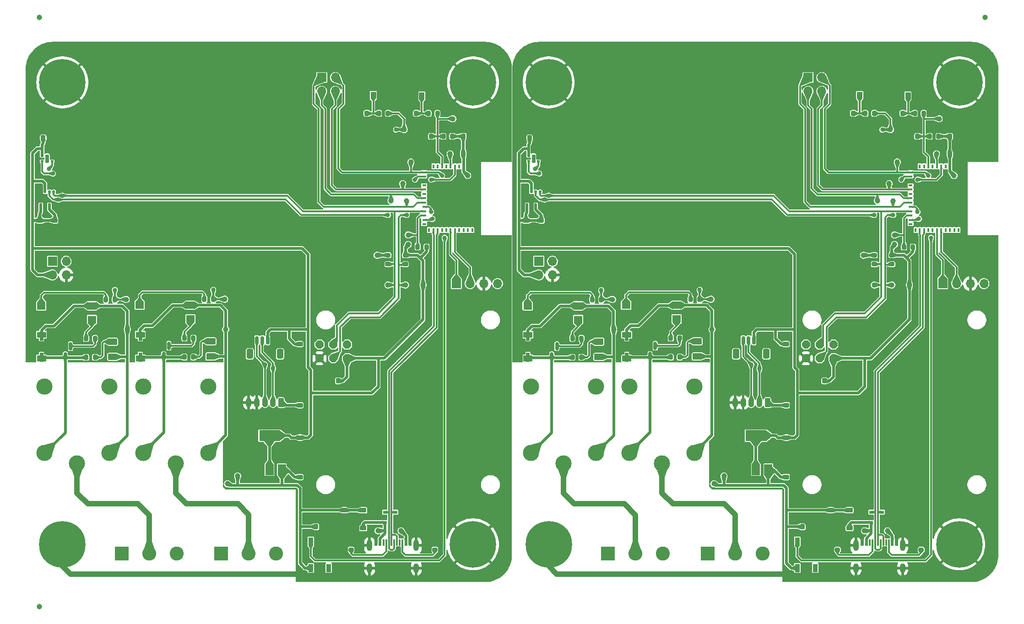
<source format=gbr>
%TF.GenerationSoftware,KiCad,Pcbnew,(7.0.0-0)*%
%TF.CreationDate,2023-04-23T09:32:57-04:00*%
%TF.ProjectId,KwartzLab-SensorBoard-Rev3-Panel,4b776172-747a-44c6-9162-2d53656e736f,3*%
%TF.SameCoordinates,Original*%
%TF.FileFunction,Copper,L1,Top*%
%TF.FilePolarity,Positive*%
%FSLAX46Y46*%
G04 Gerber Fmt 4.6, Leading zero omitted, Abs format (unit mm)*
G04 Created by KiCad (PCBNEW (7.0.0-0)) date 2023-04-23 09:32:57*
%MOMM*%
%LPD*%
G01*
G04 APERTURE LIST*
G04 Aperture macros list*
%AMRoundRect*
0 Rectangle with rounded corners*
0 $1 Rounding radius*
0 $2 $3 $4 $5 $6 $7 $8 $9 X,Y pos of 4 corners*
0 Add a 4 corners polygon primitive as box body*
4,1,4,$2,$3,$4,$5,$6,$7,$8,$9,$2,$3,0*
0 Add four circle primitives for the rounded corners*
1,1,$1+$1,$2,$3*
1,1,$1+$1,$4,$5*
1,1,$1+$1,$6,$7*
1,1,$1+$1,$8,$9*
0 Add four rect primitives between the rounded corners*
20,1,$1+$1,$2,$3,$4,$5,0*
20,1,$1+$1,$4,$5,$6,$7,0*
20,1,$1+$1,$6,$7,$8,$9,0*
20,1,$1+$1,$8,$9,$2,$3,0*%
%AMOutline5P*
0 Free polygon, 5 corners , with rotation*
0 The origin of the aperture is its center*
0 number of corners: always 5*
0 $1 to $10 corner X, Y*
0 $11 Rotation angle, in degrees counterclockwise*
0 create outline with 5 corners*
4,1,5,$1,$2,$3,$4,$5,$6,$7,$8,$9,$10,$1,$2,$11*%
%AMOutline6P*
0 Free polygon, 6 corners , with rotation*
0 The origin of the aperture is its center*
0 number of corners: always 6*
0 $1 to $12 corner X, Y*
0 $13 Rotation angle, in degrees counterclockwise*
0 create outline with 6 corners*
4,1,6,$1,$2,$3,$4,$5,$6,$7,$8,$9,$10,$11,$12,$1,$2,$13*%
%AMOutline7P*
0 Free polygon, 7 corners , with rotation*
0 The origin of the aperture is its center*
0 number of corners: always 7*
0 $1 to $14 corner X, Y*
0 $15 Rotation angle, in degrees counterclockwise*
0 create outline with 7 corners*
4,1,7,$1,$2,$3,$4,$5,$6,$7,$8,$9,$10,$11,$12,$13,$14,$1,$2,$15*%
%AMOutline8P*
0 Free polygon, 8 corners , with rotation*
0 The origin of the aperture is its center*
0 number of corners: always 8*
0 $1 to $16 corner X, Y*
0 $17 Rotation angle, in degrees counterclockwise*
0 create outline with 8 corners*
4,1,8,$1,$2,$3,$4,$5,$6,$7,$8,$9,$10,$11,$12,$13,$14,$15,$16,$1,$2,$17*%
%AMFreePoly0*
4,1,21,0.800354,0.825354,0.800500,0.825000,0.800500,0.300000,0.825000,0.300000,0.825000,-0.300000,0.800500,-0.300000,0.800500,-0.825000,0.800354,-0.825354,0.800000,-0.825500,-0.290000,-0.825500,-0.290354,-0.825354,-0.290500,-0.825000,-0.290500,-0.300000,-0.825000,-0.300000,-0.825000,0.300000,-0.290500,0.300000,-0.290500,0.825000,-0.290354,0.825354,-0.290000,0.825500,0.800000,0.825500,
0.800354,0.825354,0.800354,0.825354,$1*%
%AMFreePoly1*
4,1,21,0.300354,0.825354,0.300500,0.825000,0.300500,0.300000,0.825000,0.300000,0.825000,-0.300000,0.300500,-0.300000,0.300500,-0.825000,0.300354,-0.825354,0.300000,-0.825500,-0.800000,-0.825500,-0.800354,-0.825354,-0.800500,-0.825000,-0.800500,-0.300000,-0.825000,-0.300000,-0.825000,0.300000,-0.800500,0.300000,-0.800500,0.825000,-0.800354,0.825354,-0.800000,0.825500,0.300000,0.825500,
0.300354,0.825354,0.300354,0.825354,$1*%
%AMFreePoly2*
4,1,6,0.725000,-0.725000,-0.725000,-0.725000,-0.725000,0.125000,-0.125000,0.725000,0.725000,0.725000,0.725000,-0.725000,0.725000,-0.725000,$1*%
G04 Aperture macros list end*
%TA.AperFunction,SMDPad,CuDef*%
%ADD10RoundRect,0.225000X-0.250000X0.225000X-0.250000X-0.225000X0.250000X-0.225000X0.250000X0.225000X0*%
%TD*%
%TA.AperFunction,SMDPad,CuDef*%
%ADD11RoundRect,0.200000X0.200000X0.275000X-0.200000X0.275000X-0.200000X-0.275000X0.200000X-0.275000X0*%
%TD*%
%TA.AperFunction,SMDPad,CuDef*%
%ADD12C,1.000000*%
%TD*%
%TA.AperFunction,SMDPad,CuDef*%
%ADD13RoundRect,0.225000X-0.225000X-0.250000X0.225000X-0.250000X0.225000X0.250000X-0.225000X0.250000X0*%
%TD*%
%TA.AperFunction,ComponentPad*%
%ADD14C,3.000000*%
%TD*%
%TA.AperFunction,SMDPad,CuDef*%
%ADD15RoundRect,0.150000X-0.150000X0.587500X-0.150000X-0.587500X0.150000X-0.587500X0.150000X0.587500X0*%
%TD*%
%TA.AperFunction,SMDPad,CuDef*%
%ADD16RoundRect,0.200000X-0.200000X-0.275000X0.200000X-0.275000X0.200000X0.275000X-0.200000X0.275000X0*%
%TD*%
%TA.AperFunction,SMDPad,CuDef*%
%ADD17FreePoly0,90.000000*%
%TD*%
%TA.AperFunction,SMDPad,CuDef*%
%ADD18RoundRect,0.225000X0.250000X-0.225000X0.250000X0.225000X-0.250000X0.225000X-0.250000X-0.225000X0*%
%TD*%
%TA.AperFunction,SMDPad,CuDef*%
%ADD19R,0.700000X1.000000*%
%TD*%
%TA.AperFunction,SMDPad,CuDef*%
%ADD20R,0.700000X0.600000*%
%TD*%
%TA.AperFunction,SMDPad,CuDef*%
%ADD21RoundRect,0.250000X-0.625000X0.375000X-0.625000X-0.375000X0.625000X-0.375000X0.625000X0.375000X0*%
%TD*%
%TA.AperFunction,SMDPad,CuDef*%
%ADD22R,1.500000X2.000000*%
%TD*%
%TA.AperFunction,SMDPad,CuDef*%
%ADD23R,3.800000X2.000000*%
%TD*%
%TA.AperFunction,SMDPad,CuDef*%
%ADD24RoundRect,0.087500X-0.187500X-0.087500X0.187500X-0.087500X0.187500X0.087500X-0.187500X0.087500X0*%
%TD*%
%TA.AperFunction,SMDPad,CuDef*%
%ADD25RoundRect,0.175000X-0.175000X-0.625000X0.175000X-0.625000X0.175000X0.625000X-0.175000X0.625000X0*%
%TD*%
%TA.AperFunction,SMDPad,CuDef*%
%ADD26RoundRect,0.200000X-0.275000X0.200000X-0.275000X-0.200000X0.275000X-0.200000X0.275000X0.200000X0*%
%TD*%
%TA.AperFunction,ComponentPad*%
%ADD27R,1.700000X1.700000*%
%TD*%
%TA.AperFunction,ComponentPad*%
%ADD28O,1.700000X1.700000*%
%TD*%
%TA.AperFunction,SMDPad,CuDef*%
%ADD29R,0.600000X1.150000*%
%TD*%
%TA.AperFunction,SMDPad,CuDef*%
%ADD30R,0.300000X1.150000*%
%TD*%
%TA.AperFunction,ComponentPad*%
%ADD31O,1.000000X2.100000*%
%TD*%
%TA.AperFunction,ComponentPad*%
%ADD32O,1.000000X1.800000*%
%TD*%
%TA.AperFunction,SMDPad,CuDef*%
%ADD33RoundRect,0.125000X-0.125000X-0.137500X0.125000X-0.137500X0.125000X0.137500X-0.125000X0.137500X0*%
%TD*%
%TA.AperFunction,SMDPad,CuDef*%
%ADD34FreePoly1,90.000000*%
%TD*%
%TA.AperFunction,ComponentPad*%
%ADD35Outline8P,-0.775000X0.321016X-0.321016X0.775000X0.321016X0.775000X0.775000X0.321016X0.775000X-0.321016X0.321016X-0.775000X-0.321016X-0.775000X-0.775000X-0.321016X180.000000*%
%TD*%
%TA.AperFunction,SMDPad,CuDef*%
%ADD36R,1.600000X1.400000*%
%TD*%
%TA.AperFunction,ComponentPad*%
%ADD37R,2.600000X2.600000*%
%TD*%
%TA.AperFunction,ComponentPad*%
%ADD38C,2.600000*%
%TD*%
%TA.AperFunction,SMDPad,CuDef*%
%ADD39RoundRect,0.150000X0.150000X0.625000X-0.150000X0.625000X-0.150000X-0.625000X0.150000X-0.625000X0*%
%TD*%
%TA.AperFunction,SMDPad,CuDef*%
%ADD40RoundRect,0.250000X0.350000X0.650000X-0.350000X0.650000X-0.350000X-0.650000X0.350000X-0.650000X0*%
%TD*%
%TA.AperFunction,SMDPad,CuDef*%
%ADD41RoundRect,0.225000X-0.375000X0.225000X-0.375000X-0.225000X0.375000X-0.225000X0.375000X0.225000X0*%
%TD*%
%TA.AperFunction,SMDPad,CuDef*%
%ADD42R,1.000000X1.250000*%
%TD*%
%TA.AperFunction,SMDPad,CuDef*%
%ADD43R,0.900000X1.500000*%
%TD*%
%TA.AperFunction,SMDPad,CuDef*%
%ADD44RoundRect,0.225000X0.225000X0.250000X-0.225000X0.250000X-0.225000X-0.250000X0.225000X-0.250000X0*%
%TD*%
%TA.AperFunction,ComponentPad*%
%ADD45C,0.900000*%
%TD*%
%TA.AperFunction,ComponentPad*%
%ADD46C,8.600000*%
%TD*%
%TA.AperFunction,SMDPad,CuDef*%
%ADD47R,0.400000X0.800000*%
%TD*%
%TA.AperFunction,SMDPad,CuDef*%
%ADD48R,0.800000X0.400000*%
%TD*%
%TA.AperFunction,SMDPad,CuDef*%
%ADD49FreePoly2,270.000000*%
%TD*%
%TA.AperFunction,SMDPad,CuDef*%
%ADD50R,1.450000X1.450000*%
%TD*%
%TA.AperFunction,SMDPad,CuDef*%
%ADD51R,0.700000X0.700000*%
%TD*%
%TA.AperFunction,ComponentPad*%
%ADD52RoundRect,0.250000X0.265000X0.615000X-0.265000X0.615000X-0.265000X-0.615000X0.265000X-0.615000X0*%
%TD*%
%TA.AperFunction,ComponentPad*%
%ADD53O,1.030000X1.730000*%
%TD*%
%TA.AperFunction,ViaPad*%
%ADD54C,1.000000*%
%TD*%
%TA.AperFunction,ViaPad*%
%ADD55C,0.800000*%
%TD*%
%TA.AperFunction,Conductor*%
%ADD56C,0.500000*%
%TD*%
%TA.AperFunction,Conductor*%
%ADD57C,0.300000*%
%TD*%
%TA.AperFunction,Conductor*%
%ADD58C,1.000000*%
%TD*%
G04 APERTURE END LIST*
D10*
%TO.P,C12,1*%
%TO.N,Board_1-+3V3*%
X142277752Y-60050000D03*
%TO.P,C12,2*%
%TO.N,Board_1-GND*%
X142277752Y-61600000D03*
%TD*%
%TO.P,C12,1*%
%TO.N,Board_0-+3V3*%
X52320564Y-60050000D03*
%TO.P,C12,2*%
%TO.N,Board_0-GND*%
X52320564Y-61600000D03*
%TD*%
D11*
%TO.P,R3,1*%
%TO.N,Board_0-+3V3*%
X128642806Y-44500000D03*
%TO.P,R3,2*%
%TO.N,Board_0-RESET*%
X126992806Y-44500000D03*
%TD*%
%TO.P,R3,1*%
%TO.N,Board_1-+3V3*%
X218599994Y-44500000D03*
%TO.P,R3,2*%
%TO.N,Board_1-RESET*%
X216949994Y-44500000D03*
%TD*%
D12*
%TO.P,TP2,1,1*%
%TO.N,Board_0-RELAY1*%
X68332806Y-74680000D03*
%TD*%
%TO.P,TP2,1,1*%
%TO.N,Board_1-RELAY1*%
X158289994Y-74680000D03*
%TD*%
%TO.P,TP7,1,1*%
%TO.N,Board_0-GPIO4*%
X117312806Y-56410000D03*
%TD*%
%TO.P,TP7,1,1*%
%TO.N,Board_1-GPIO4*%
X207269994Y-56410000D03*
%TD*%
D13*
%TO.P,C9,1*%
%TO.N,Board_1-+5V*%
X193399994Y-116750000D03*
%TO.P,C9,2*%
%TO.N,Board_1-GND*%
X194949994Y-116750000D03*
%TD*%
%TO.P,C9,1*%
%TO.N,Board_0-+5V*%
X103442806Y-116750000D03*
%TO.P,C9,2*%
%TO.N,Board_0-GND*%
X104992806Y-116750000D03*
%TD*%
D10*
%TO.P,C11,1*%
%TO.N,Board_1-+3V3*%
X145107752Y-60040000D03*
%TO.P,C11,2*%
%TO.N,Board_1-GND*%
X145107752Y-61590000D03*
%TD*%
%TO.P,C11,1*%
%TO.N,Board_0-+3V3*%
X55150564Y-60040000D03*
%TO.P,C11,2*%
%TO.N,Board_0-GND*%
X55150564Y-61590000D03*
%TD*%
D14*
%TO.P,K1,11*%
%TO.N,Board_0-/Output Relays/RELAY1_COM*%
X59242806Y-105050000D03*
%TO.P,K1,12*%
%TO.N,Board_0-/Output Relays/RELAY1_NC*%
X53242806Y-90850000D03*
%TO.P,K1,14*%
%TO.N,Board_0-/Output Relays/RELAY1_NO*%
X65242806Y-90850000D03*
%TO.P,K1,A1*%
%TO.N,Board_0-+5V*%
X65242806Y-103050000D03*
%TO.P,K1,A2*%
%TO.N,Board_0-/Output Relays/RELAY1_EN*%
X53242806Y-103050000D03*
%TD*%
%TO.P,K1,11*%
%TO.N,Board_1-/Output Relays/RELAY1_COM*%
X149199994Y-105050000D03*
%TO.P,K1,12*%
%TO.N,Board_1-/Output Relays/RELAY1_NC*%
X143199994Y-90850000D03*
%TO.P,K1,14*%
%TO.N,Board_1-/Output Relays/RELAY1_NO*%
X155199994Y-90850000D03*
%TO.P,K1,A1*%
%TO.N,Board_1-+5V*%
X155199994Y-103050000D03*
%TO.P,K1,A2*%
%TO.N,Board_1-/Output Relays/RELAY1_EN*%
X143199994Y-103050000D03*
%TD*%
D15*
%TO.P,Q1,1,B*%
%TO.N,Board_0-Net-(Q1-B)*%
X58032806Y-83325000D03*
%TO.P,Q1,2,E*%
%TO.N,Board_0-GND*%
X56132806Y-83325000D03*
%TO.P,Q1,3,C*%
%TO.N,Board_0-/Output Relays/RELAY1_EN*%
X57082806Y-85200000D03*
%TD*%
%TO.P,Q1,1,B*%
%TO.N,Board_1-Net-(Q1-B)*%
X147989994Y-83325000D03*
%TO.P,Q1,2,E*%
%TO.N,Board_1-GND*%
X146089994Y-83325000D03*
%TO.P,Q1,3,C*%
%TO.N,Board_1-/Output Relays/RELAY1_EN*%
X147039994Y-85200000D03*
%TD*%
D16*
%TO.P,R6,1*%
%TO.N,Board_0-Net-(C7-Pad2)*%
X115092806Y-40250000D03*
%TO.P,R6,2*%
%TO.N,Board_0-BOOT*%
X116742806Y-40250000D03*
%TD*%
%TO.P,R6,1*%
%TO.N,Board_1-Net-(C7-Pad2)*%
X205049994Y-40250000D03*
%TO.P,R6,2*%
%TO.N,Board_1-BOOT*%
X206699994Y-40250000D03*
%TD*%
D17*
%TO.P,,1*%
%TO.N,Board_0-+5V*%
X52672806Y-81462000D03*
%TD*%
%TO.P,,1*%
%TO.N,Board_1-+5V*%
X142629994Y-81462000D03*
%TD*%
D18*
%TO.P,C4,1*%
%TO.N,Board_0-+5V*%
X100492806Y-107550000D03*
%TO.P,C4,2*%
%TO.N,Board_0-GND*%
X100492806Y-106000000D03*
%TD*%
%TO.P,C4,1*%
%TO.N,Board_1-+5V*%
X190449994Y-107550000D03*
%TO.P,C4,2*%
%TO.N,Board_1-GND*%
X190449994Y-106000000D03*
%TD*%
D19*
%TO.P,D1,1,VN*%
%TO.N,Board_0-GND*%
X118172805Y-115749999D03*
D20*
%TO.P,D1,2,L1*%
%TO.N,Board_0-/USB_DP*%
X118172805Y-114049999D03*
%TO.P,D1,3,L2*%
%TO.N,Board_0-/USB_DN*%
X116172805Y-114049999D03*
%TO.P,D1,4,L3*%
%TO.N,Board_0-VBUS*%
X116172805Y-115949999D03*
%TD*%
D19*
%TO.P,D1,1,VN*%
%TO.N,Board_1-GND*%
X208129993Y-115749999D03*
D20*
%TO.P,D1,2,L1*%
%TO.N,Board_1-/USB_DP*%
X208129993Y-114049999D03*
%TO.P,D1,3,L2*%
%TO.N,Board_1-/USB_DN*%
X206129993Y-114049999D03*
%TO.P,D1,4,L3*%
%TO.N,Board_1-VBUS*%
X206129993Y-115949999D03*
%TD*%
D21*
%TO.P,D5,1,K*%
%TO.N,Board_0-/Output Relays/RELAY2_STATUS_LED*%
X83992806Y-82442500D03*
%TO.P,D5,2,A*%
%TO.N,Board_0-+5V*%
X83992806Y-85242500D03*
%TD*%
%TO.P,D5,1,K*%
%TO.N,Board_1-/Output Relays/RELAY2_STATUS_LED*%
X173949994Y-82442500D03*
%TO.P,D5,2,A*%
%TO.N,Board_1-+5V*%
X173949994Y-85242500D03*
%TD*%
D22*
%TO.P,U2,1,GND*%
%TO.N,Board_0-GND*%
X92532805Y-106199999D03*
%TO.P,U2,2,VO*%
%TO.N,Board_0-+3V3*%
X94832805Y-106199999D03*
D23*
X94832805Y-99899999D03*
D22*
%TO.P,U2,3,VI*%
%TO.N,Board_0-+5V*%
X97132805Y-106199999D03*
%TD*%
%TO.P,U2,1,GND*%
%TO.N,Board_1-GND*%
X182489993Y-106199999D03*
%TO.P,U2,2,VO*%
%TO.N,Board_1-+3V3*%
X184789993Y-106199999D03*
D23*
X184789993Y-99899999D03*
D22*
%TO.P,U2,3,VI*%
%TO.N,Board_1-+5V*%
X187089993Y-106199999D03*
%TD*%
D12*
%TO.P,REF\u002A\u002A,*%
%TO.N,*%
X52242806Y-22500000D03*
%TD*%
%TO.P,TP15,1,1*%
%TO.N,Board_0-RESET*%
X128742806Y-41250000D03*
%TD*%
%TO.P,TP15,1,1*%
%TO.N,Board_1-RESET*%
X218699994Y-41250000D03*
%TD*%
D11*
%TO.P,R8,1*%
%TO.N,Board_1-RELAY1*%
X156199994Y-74710000D03*
%TO.P,R8,2*%
%TO.N,Board_1-Net-(OC1-Pad1)*%
X154549994Y-74710000D03*
%TD*%
%TO.P,R8,1*%
%TO.N,Board_0-RELAY1*%
X66242806Y-74710000D03*
%TO.P,R8,2*%
%TO.N,Board_0-Net-(OC1-Pad1)*%
X64592806Y-74710000D03*
%TD*%
%TO.P,R9,1*%
%TO.N,Board_1-RELAY2*%
X174389994Y-74650000D03*
%TO.P,R9,2*%
%TO.N,Board_1-Net-(OC2-Pad1)*%
X172739994Y-74650000D03*
%TD*%
%TO.P,R9,1*%
%TO.N,Board_0-RELAY2*%
X84432806Y-74650000D03*
%TO.P,R9,2*%
%TO.N,Board_0-Net-(OC2-Pad1)*%
X82782806Y-74650000D03*
%TD*%
D24*
%TO.P,U3,1,VDD*%
%TO.N,Board_1-+3V3*%
X142749994Y-48103517D03*
%TO.P,U3,2,SCL*%
%TO.N,Board_1-SCL*%
X142749994Y-49103517D03*
%TO.P,U3,3,SDA*%
%TO.N,Board_1-SDA*%
X144599994Y-49103517D03*
%TO.P,U3,4,VSS*%
%TO.N,Board_1-GND*%
X144599994Y-48103517D03*
D25*
%TO.P,U3,5,NC*%
%TO.N,Board_1-unconnected-(U3-NC-Pad5)*%
X143674994Y-48603517D03*
%TD*%
D24*
%TO.P,U3,1,VDD*%
%TO.N,Board_0-+3V3*%
X52792806Y-48103517D03*
%TO.P,U3,2,SCL*%
%TO.N,Board_0-SCL*%
X52792806Y-49103517D03*
%TO.P,U3,3,SDA*%
%TO.N,Board_0-SDA*%
X54642806Y-49103517D03*
%TO.P,U3,4,VSS*%
%TO.N,Board_0-GND*%
X54642806Y-48103517D03*
D25*
%TO.P,U3,5,NC*%
%TO.N,Board_0-unconnected-(U3-NC-Pad5)*%
X53717806Y-48603517D03*
%TD*%
D11*
%TO.P,R11,1*%
%TO.N,Board_1-Net-(Q1-B)*%
X152529994Y-81890000D03*
%TO.P,R11,2*%
%TO.N,Board_1-Net-(OC1-Pad3)*%
X150879994Y-81890000D03*
%TD*%
%TO.P,R11,1*%
%TO.N,Board_0-Net-(Q1-B)*%
X62572806Y-81890000D03*
%TO.P,R11,2*%
%TO.N,Board_0-Net-(OC1-Pad3)*%
X60922806Y-81890000D03*
%TD*%
D26*
%TO.P,R2,1*%
%TO.N,Board_0-+3V3*%
X116742806Y-66500000D03*
%TO.P,R2,2*%
%TO.N,Board_0-SCL*%
X116742806Y-68150000D03*
%TD*%
%TO.P,R2,1*%
%TO.N,Board_1-+3V3*%
X206699994Y-66500000D03*
%TO.P,R2,2*%
%TO.N,Board_1-SCL*%
X206699994Y-68150000D03*
%TD*%
D27*
%TO.P,J9,1,Pin_1*%
%TO.N,Board_0-GPIO5*%
X104492805Y-33609999D03*
D28*
%TO.P,J9,2,Pin_2*%
%TO.N,Board_0-STATUS*%
X107032805Y-33609999D03*
%TO.P,J9,3,Pin_3*%
%TO.N,Board_0-GPIO4*%
X104492805Y-36149999D03*
%TO.P,J9,4,Pin_4*%
%TO.N,Board_0-GPIO10*%
X107032805Y-36149999D03*
%TD*%
D27*
%TO.P,J9,1,Pin_1*%
%TO.N,Board_1-GPIO5*%
X194449993Y-33609999D03*
D28*
%TO.P,J9,2,Pin_2*%
%TO.N,Board_1-STATUS*%
X196989993Y-33609999D03*
%TO.P,J9,3,Pin_3*%
%TO.N,Board_1-GPIO4*%
X194449993Y-36149999D03*
%TO.P,J9,4,Pin_4*%
%TO.N,Board_1-GPIO10*%
X196989993Y-36149999D03*
%TD*%
D29*
%TO.P,J2,A1,GND*%
%TO.N,Board_0-GND*%
X114472805Y-119644999D03*
%TO.P,J2,A4,VBUS*%
%TO.N,Board_0-VBUS*%
X115272805Y-119644999D03*
D30*
%TO.P,J2,A5,CC1*%
%TO.N,Board_0-/USB C Connector/USB_CC1*%
X116422805Y-119644999D03*
%TO.P,J2,A6,D+*%
%TO.N,Board_0-/USB_DP*%
X117422805Y-119644999D03*
%TO.P,J2,A7,D-*%
%TO.N,Board_0-/USB_DN*%
X117922805Y-119644999D03*
%TO.P,J2,A8,SBU1*%
%TO.N,Board_0-unconnected-(J2-SBU1-PadA8)*%
X118922805Y-119644999D03*
D29*
%TO.P,J2,A9,VBUS*%
%TO.N,Board_0-VBUS*%
X120072805Y-119644999D03*
%TO.P,J2,A12,GND*%
%TO.N,Board_0-GND*%
X120872805Y-119644999D03*
%TO.P,J2,B1,GND*%
X120872805Y-119644999D03*
%TO.P,J2,B4,VBUS*%
%TO.N,Board_0-VBUS*%
X120072805Y-119644999D03*
D30*
%TO.P,J2,B5,CC2*%
%TO.N,Board_0-/USB C Connector/USB_CC2*%
X119422805Y-119644999D03*
%TO.P,J2,B6,D+*%
%TO.N,Board_0-/USB_DP*%
X118422805Y-119644999D03*
%TO.P,J2,B7,D-*%
%TO.N,Board_0-/USB_DN*%
X116922805Y-119644999D03*
%TO.P,J2,B8,SBU2*%
%TO.N,Board_0-unconnected-(J2-SBU2-PadB8)*%
X115922805Y-119644999D03*
D29*
%TO.P,J2,B9,VBUS*%
%TO.N,Board_0-VBUS*%
X115272805Y-119644999D03*
%TO.P,J2,B12,GND*%
%TO.N,Board_0-GND*%
X114472805Y-119644999D03*
D31*
%TO.P,J2,S1,SHIELD*%
X113352805Y-120219999D03*
D32*
X113352805Y-124399999D03*
D31*
X121992805Y-120219999D03*
D32*
X121992805Y-124399999D03*
%TD*%
D29*
%TO.P,J2,A1,GND*%
%TO.N,Board_1-GND*%
X204429993Y-119644999D03*
%TO.P,J2,A4,VBUS*%
%TO.N,Board_1-VBUS*%
X205229993Y-119644999D03*
D30*
%TO.P,J2,A5,CC1*%
%TO.N,Board_1-/USB C Connector/USB_CC1*%
X206379993Y-119644999D03*
%TO.P,J2,A6,D+*%
%TO.N,Board_1-/USB_DP*%
X207379993Y-119644999D03*
%TO.P,J2,A7,D-*%
%TO.N,Board_1-/USB_DN*%
X207879993Y-119644999D03*
%TO.P,J2,A8,SBU1*%
%TO.N,Board_1-unconnected-(J2-SBU1-PadA8)*%
X208879993Y-119644999D03*
D29*
%TO.P,J2,A9,VBUS*%
%TO.N,Board_1-VBUS*%
X210029993Y-119644999D03*
%TO.P,J2,A12,GND*%
%TO.N,Board_1-GND*%
X210829993Y-119644999D03*
%TO.P,J2,B1,GND*%
X210829993Y-119644999D03*
%TO.P,J2,B4,VBUS*%
%TO.N,Board_1-VBUS*%
X210029993Y-119644999D03*
D30*
%TO.P,J2,B5,CC2*%
%TO.N,Board_1-/USB C Connector/USB_CC2*%
X209379993Y-119644999D03*
%TO.P,J2,B6,D+*%
%TO.N,Board_1-/USB_DP*%
X208379993Y-119644999D03*
%TO.P,J2,B7,D-*%
%TO.N,Board_1-/USB_DN*%
X206879993Y-119644999D03*
%TO.P,J2,B8,SBU2*%
%TO.N,Board_1-unconnected-(J2-SBU2-PadB8)*%
X205879993Y-119644999D03*
D29*
%TO.P,J2,B9,VBUS*%
%TO.N,Board_1-VBUS*%
X205229993Y-119644999D03*
%TO.P,J2,B12,GND*%
%TO.N,Board_1-GND*%
X204429993Y-119644999D03*
D31*
%TO.P,J2,S1,SHIELD*%
X203309993Y-120219999D03*
D32*
X203309993Y-124399999D03*
D31*
X211949993Y-120219999D03*
D32*
X211949993Y-124399999D03*
%TD*%
D10*
%TO.P,C6,1*%
%TO.N,Board_0-+5V*%
X108672806Y-113700000D03*
%TO.P,C6,2*%
%TO.N,Board_0-GND*%
X108672806Y-115250000D03*
%TD*%
%TO.P,C6,1*%
%TO.N,Board_1-+5V*%
X198629994Y-113700000D03*
%TO.P,C6,2*%
%TO.N,Board_1-GND*%
X198629994Y-115250000D03*
%TD*%
D12*
%TO.P,TP12,1,1*%
%TO.N,Board_1-GPIO8*%
X210449994Y-62750000D03*
%TD*%
%TO.P,TP12,1,1*%
%TO.N,Board_0-GPIO8*%
X120492806Y-62750000D03*
%TD*%
%TO.P,TP5,1,1*%
%TO.N,Board_1-+3V3*%
X213199994Y-72000000D03*
%TD*%
%TO.P,TP5,1,1*%
%TO.N,Board_0-+3V3*%
X123242806Y-72000000D03*
%TD*%
D21*
%TO.P,D4,1,K*%
%TO.N,Board_0-/Output Relays/RELAY1_STATUS_LED*%
X65802806Y-82502500D03*
%TO.P,D4,2,A*%
%TO.N,Board_0-+5V*%
X65802806Y-85302500D03*
%TD*%
%TO.P,D4,1,K*%
%TO.N,Board_1-/Output Relays/RELAY1_STATUS_LED*%
X155759994Y-82502500D03*
%TO.P,D4,2,A*%
%TO.N,Board_1-+5V*%
X155759994Y-85302500D03*
%TD*%
D12*
%TO.P,TP8,1,1*%
%TO.N,Board_0-GPIO5*%
X120202806Y-56410000D03*
%TD*%
%TO.P,TP8,1,1*%
%TO.N,Board_1-GPIO5*%
X210159994Y-56410000D03*
%TD*%
D33*
%TO.P,U4,1,GND*%
%TO.N,Board_0-GND*%
X52525287Y-54771868D03*
%TO.P,U4,2,CSB*%
%TO.N,Board_0-+3V3*%
X53325287Y-54771868D03*
%TO.P,U4,3,SDI*%
%TO.N,Board_0-SDA*%
X54125287Y-54771868D03*
%TO.P,U4,4,SCK*%
%TO.N,Board_0-SCL*%
X54925287Y-54771868D03*
%TO.P,U4,5,SDO*%
%TO.N,Board_0-GND*%
X54925287Y-57146868D03*
%TO.P,U4,6,VDDIO*%
%TO.N,Board_0-+3V3*%
X54125287Y-57146868D03*
%TO.P,U4,7,GND*%
%TO.N,Board_0-GND*%
X53325287Y-57146868D03*
%TO.P,U4,8,VDD*%
%TO.N,Board_0-+3V3*%
X52525287Y-57146868D03*
%TD*%
%TO.P,U4,1,GND*%
%TO.N,Board_1-GND*%
X142482475Y-54771868D03*
%TO.P,U4,2,CSB*%
%TO.N,Board_1-+3V3*%
X143282475Y-54771868D03*
%TO.P,U4,3,SDI*%
%TO.N,Board_1-SDA*%
X144082475Y-54771868D03*
%TO.P,U4,4,SCK*%
%TO.N,Board_1-SCL*%
X144882475Y-54771868D03*
%TO.P,U4,5,SDO*%
%TO.N,Board_1-GND*%
X144882475Y-57146868D03*
%TO.P,U4,6,VDDIO*%
%TO.N,Board_1-+3V3*%
X144082475Y-57146868D03*
%TO.P,U4,7,GND*%
%TO.N,Board_1-GND*%
X143282475Y-57146868D03*
%TO.P,U4,8,VDD*%
%TO.N,Board_1-+3V3*%
X142482475Y-57146868D03*
%TD*%
D13*
%TO.P,C3,1*%
%TO.N,Board_0-+3V3*%
X130692806Y-44500000D03*
%TO.P,C3,2*%
%TO.N,Board_0-GND*%
X132242806Y-44500000D03*
%TD*%
%TO.P,C3,1*%
%TO.N,Board_1-+3V3*%
X220649994Y-44500000D03*
%TO.P,C3,2*%
%TO.N,Board_1-GND*%
X222199994Y-44500000D03*
%TD*%
D12*
%TO.P,TP14,1,1*%
%TO.N,Board_0-GPIO10*%
X119492806Y-53250000D03*
%TD*%
%TO.P,TP14,1,1*%
%TO.N,Board_1-GPIO10*%
X209449994Y-53250000D03*
%TD*%
%TO.P,TP11,1,1*%
%TO.N,Board_1-SCL*%
X206699994Y-72000000D03*
%TD*%
%TO.P,TP11,1,1*%
%TO.N,Board_0-SCL*%
X116742806Y-72000000D03*
%TD*%
D17*
%TO.P,D7,1*%
%TO.N,Board_0-+5V*%
X70944806Y-81462000D03*
D34*
%TO.P,D7,2*%
%TO.N,Board_0-/Output Relays/RELAY2_EN*%
X70944806Y-85362000D03*
%TD*%
D17*
%TO.P,D7,1*%
%TO.N,Board_1-+5V*%
X160901994Y-81462000D03*
D34*
%TO.P,D7,2*%
%TO.N,Board_1-/Output Relays/RELAY2_EN*%
X160901994Y-85362000D03*
%TD*%
D11*
%TO.P,R12,1*%
%TO.N,Board_0-/Output Relays/RELAY2_STATUS_LED*%
X80762806Y-85330000D03*
%TO.P,R12,2*%
%TO.N,Board_0-/Output Relays/RELAY2_EN*%
X79112806Y-85330000D03*
%TD*%
%TO.P,R12,1*%
%TO.N,Board_1-/Output Relays/RELAY2_STATUS_LED*%
X170719994Y-85330000D03*
%TO.P,R12,2*%
%TO.N,Board_1-/Output Relays/RELAY2_EN*%
X169069994Y-85330000D03*
%TD*%
D35*
%TO.P,J4,1,Pin_1*%
%TO.N,Board_1-unconnected-(J4-Pin_1-Pad1)*%
X199132921Y-83034143D03*
%TO.P,J4,2,Pin_2*%
%TO.N,Board_1-+3V3*%
X199132921Y-85574143D03*
%TO.P,J4,3,Pin_3*%
%TO.N,Board_1-SCL*%
X196592921Y-83034143D03*
%TO.P,J4,4,Pin_4*%
%TO.N,Board_1-SDA*%
X196592921Y-85574143D03*
%TO.P,J4,5,Pin_5*%
%TO.N,Board_1-unconnected-(J4-Pin_5-Pad5)*%
X194052921Y-83034143D03*
%TO.P,J4,6,Pin_6*%
%TO.N,Board_1-GND*%
X194052921Y-85574143D03*
%TD*%
%TO.P,J4,1,Pin_1*%
%TO.N,Board_0-unconnected-(J4-Pin_1-Pad1)*%
X109175733Y-83034143D03*
%TO.P,J4,2,Pin_2*%
%TO.N,Board_0-+3V3*%
X109175733Y-85574143D03*
%TO.P,J4,3,Pin_3*%
%TO.N,Board_0-SCL*%
X106635733Y-83034143D03*
%TO.P,J4,4,Pin_4*%
%TO.N,Board_0-SDA*%
X106635733Y-85574143D03*
%TO.P,J4,5,Pin_5*%
%TO.N,Board_0-unconnected-(J4-Pin_5-Pad5)*%
X104095733Y-83034143D03*
%TO.P,J4,6,Pin_6*%
%TO.N,Board_0-GND*%
X104095733Y-85574143D03*
%TD*%
D36*
%TO.P,OC2,1*%
%TO.N,Board_0-Net-(OC2-Pad1)*%
X70832805Y-75769999D03*
%TO.P,OC2,2*%
%TO.N,Board_0-GND*%
X70832805Y-78309999D03*
%TO.P,OC2,3*%
%TO.N,Board_0-Net-(OC2-Pad3)*%
X80192805Y-78309999D03*
%TO.P,OC2,4*%
%TO.N,Board_0-+5V*%
X80192805Y-75769999D03*
%TD*%
%TO.P,OC2,1*%
%TO.N,Board_1-Net-(OC2-Pad1)*%
X160789993Y-75769999D03*
%TO.P,OC2,2*%
%TO.N,Board_1-GND*%
X160789993Y-78309999D03*
%TO.P,OC2,3*%
%TO.N,Board_1-Net-(OC2-Pad3)*%
X170149993Y-78309999D03*
%TO.P,OC2,4*%
%TO.N,Board_1-+5V*%
X170149993Y-75769999D03*
%TD*%
D37*
%TO.P,J5,1,Pin_1*%
%TO.N,Board_1-/Output Relays/RELAY1_NC*%
X157449993Y-121749999D03*
D38*
%TO.P,J5,2,Pin_2*%
%TO.N,Board_1-/Output Relays/RELAY1_COM*%
X162529994Y-121750000D03*
%TO.P,J5,3,Pin_3*%
%TO.N,Board_1-/Output Relays/RELAY1_NO*%
X167609994Y-121750000D03*
%TD*%
D37*
%TO.P,J5,1,Pin_1*%
%TO.N,Board_0-/Output Relays/RELAY1_NC*%
X67492805Y-121749999D03*
D38*
%TO.P,J5,2,Pin_2*%
%TO.N,Board_0-/Output Relays/RELAY1_COM*%
X72572806Y-121750000D03*
%TO.P,J5,3,Pin_3*%
%TO.N,Board_0-/Output Relays/RELAY1_NO*%
X77652806Y-121750000D03*
%TD*%
D12*
%TO.P,TP6,1,1*%
%TO.N,Board_1-GPIO3*%
X218199994Y-47750000D03*
%TD*%
%TO.P,TP6,1,1*%
%TO.N,Board_0-GPIO3*%
X128242806Y-47750000D03*
%TD*%
D36*
%TO.P,OC1,1*%
%TO.N,Board_1-Net-(OC1-Pad1)*%
X142584993Y-75864999D03*
%TO.P,OC1,2*%
%TO.N,Board_1-GND*%
X142584993Y-78404999D03*
%TO.P,OC1,3*%
%TO.N,Board_1-Net-(OC1-Pad3)*%
X151944993Y-78404999D03*
%TO.P,OC1,4*%
%TO.N,Board_1-+5V*%
X151944993Y-75864999D03*
%TD*%
%TO.P,OC1,1*%
%TO.N,Board_0-Net-(OC1-Pad1)*%
X52627805Y-75864999D03*
%TO.P,OC1,2*%
%TO.N,Board_0-GND*%
X52627805Y-78404999D03*
%TO.P,OC1,3*%
%TO.N,Board_0-Net-(OC1-Pad3)*%
X61987805Y-78404999D03*
%TO.P,OC1,4*%
%TO.N,Board_0-+5V*%
X61987805Y-75864999D03*
%TD*%
D12*
%TO.P,TP13,1,1*%
%TO.N,Board_1-BOOT*%
X209699994Y-43250000D03*
%TD*%
%TO.P,TP13,1,1*%
%TO.N,Board_0-BOOT*%
X119742806Y-43250000D03*
%TD*%
D16*
%TO.P,R14,1*%
%TO.N,Board_0-GPIO8*%
X122242806Y-64990000D03*
%TO.P,R14,2*%
%TO.N,Board_0-+3V3*%
X123892806Y-64990000D03*
%TD*%
%TO.P,R14,1*%
%TO.N,Board_1-GPIO8*%
X212199994Y-64990000D03*
%TO.P,R14,2*%
%TO.N,Board_1-+3V3*%
X213849994Y-64990000D03*
%TD*%
D13*
%TO.P,C8,1*%
%TO.N,Board_1-GND*%
X210399994Y-40250000D03*
%TO.P,C8,2*%
%TO.N,Board_1-Net-(C8-Pad2)*%
X211949994Y-40250000D03*
%TD*%
%TO.P,C8,1*%
%TO.N,Board_0-GND*%
X120442806Y-40250000D03*
%TO.P,C8,2*%
%TO.N,Board_0-Net-(C8-Pad2)*%
X121992806Y-40250000D03*
%TD*%
D39*
%TO.P,J7,1,Pin_1*%
%TO.N,Board_0-GND*%
X95492806Y-82225000D03*
%TO.P,J7,2,Pin_2*%
%TO.N,Board_0-+3V3*%
X94492806Y-82225000D03*
%TO.P,J7,3,Pin_3*%
%TO.N,Board_0-SDA*%
X93492806Y-82225000D03*
%TO.P,J7,4,Pin_4*%
%TO.N,Board_0-SCL*%
X92492806Y-82225000D03*
D40*
%TO.P,J7,MP*%
%TO.N,N/C*%
X96792806Y-84750000D03*
X91192806Y-84750000D03*
%TD*%
D39*
%TO.P,J7,1,Pin_1*%
%TO.N,Board_1-GND*%
X185449994Y-82225000D03*
%TO.P,J7,2,Pin_2*%
%TO.N,Board_1-+3V3*%
X184449994Y-82225000D03*
%TO.P,J7,3,Pin_3*%
%TO.N,Board_1-SDA*%
X183449994Y-82225000D03*
%TO.P,J7,4,Pin_4*%
%TO.N,Board_1-SCL*%
X182449994Y-82225000D03*
D40*
%TO.P,J7,MP*%
%TO.N,N/C*%
X186749994Y-84750000D03*
X181149994Y-84750000D03*
%TD*%
D13*
%TO.P,C1,1*%
%TO.N,Board_0-GND*%
X123192806Y-44500000D03*
%TO.P,C1,2*%
%TO.N,Board_0-RESET*%
X124742806Y-44500000D03*
%TD*%
%TO.P,C1,1*%
%TO.N,Board_1-GND*%
X213149994Y-44500000D03*
%TO.P,C1,2*%
%TO.N,Board_1-RESET*%
X214699994Y-44500000D03*
%TD*%
D12*
%TO.P,TP3,1,1*%
%TO.N,Board_1-RELAY2*%
X176509994Y-74650000D03*
%TD*%
%TO.P,TP3,1,1*%
%TO.N,Board_0-RELAY2*%
X86552806Y-74650000D03*
%TD*%
D11*
%TO.P,R10,1*%
%TO.N,Board_0-/Output Relays/RELAY1_STATUS_LED*%
X62572806Y-85390000D03*
%TO.P,R10,2*%
%TO.N,Board_0-/Output Relays/RELAY1_EN*%
X60922806Y-85390000D03*
%TD*%
%TO.P,R10,1*%
%TO.N,Board_1-/Output Relays/RELAY1_STATUS_LED*%
X152529994Y-85390000D03*
%TO.P,R10,2*%
%TO.N,Board_1-/Output Relays/RELAY1_EN*%
X150879994Y-85390000D03*
%TD*%
D41*
%TO.P,D2,1,K*%
%TO.N,Board_1-+5V*%
X202129994Y-113700000D03*
%TO.P,D2,2,A*%
%TO.N,Board_1-VBUS*%
X202129994Y-117000000D03*
%TD*%
%TO.P,D2,1,K*%
%TO.N,Board_0-+5V*%
X112172806Y-113700000D03*
%TO.P,D2,2,A*%
%TO.N,Board_0-VBUS*%
X112172806Y-117000000D03*
%TD*%
D16*
%TO.P,R7,1*%
%TO.N,Board_1-Net-(C8-Pad2)*%
X214199994Y-40250000D03*
%TO.P,R7,2*%
%TO.N,Board_1-RESET*%
X215849994Y-40250000D03*
%TD*%
%TO.P,R7,1*%
%TO.N,Board_0-Net-(C8-Pad2)*%
X124242806Y-40250000D03*
%TO.P,R7,2*%
%TO.N,Board_0-RESET*%
X125892806Y-40250000D03*
%TD*%
D12*
%TO.P,TP4,1,1*%
%TO.N,Board_1-GND*%
X203449994Y-72000000D03*
%TD*%
%TO.P,TP4,1,1*%
%TO.N,Board_0-GND*%
X113492806Y-72000000D03*
%TD*%
D18*
%TO.P,C5,1*%
%TO.N,Board_1-+3V3*%
X190449994Y-100250000D03*
%TO.P,C5,2*%
%TO.N,Board_1-GND*%
X190449994Y-98700000D03*
%TD*%
%TO.P,C5,1*%
%TO.N,Board_0-+3V3*%
X100492806Y-100250000D03*
%TO.P,C5,2*%
%TO.N,Board_0-GND*%
X100492806Y-98700000D03*
%TD*%
D42*
%TO.P,SW2,1,1*%
%TO.N,Board_0-GND*%
X122992805Y-29249999D03*
%TO.P,SW2,2,2*%
%TO.N,Board_0-Net-(C8-Pad2)*%
X122992805Y-36999999D03*
%TD*%
%TO.P,SW2,1,1*%
%TO.N,Board_1-GND*%
X212949993Y-29249999D03*
%TO.P,SW2,2,2*%
%TO.N,Board_1-Net-(C8-Pad2)*%
X212949993Y-36999999D03*
%TD*%
D17*
%TO.P,D6,1*%
%TO.N,Board_1-+5V*%
X142629994Y-81462000D03*
D34*
%TO.P,D6,2*%
%TO.N,Board_1-/Output Relays/RELAY1_EN*%
X142629994Y-85362000D03*
%TD*%
D17*
%TO.P,D6,1*%
%TO.N,Board_0-+5V*%
X52672806Y-81462000D03*
D34*
%TO.P,D6,2*%
%TO.N,Board_0-/Output Relays/RELAY1_EN*%
X52672806Y-85362000D03*
%TD*%
D12*
%TO.P,REF\u002A\u002A,*%
%TO.N,*%
X52242806Y-131500000D03*
%TD*%
%TO.P,TP9,1,1*%
%TO.N,Board_0-SDA*%
X119992806Y-72000000D03*
%TD*%
%TO.P,TP9,1,1*%
%TO.N,Board_1-SDA*%
X209949994Y-72000000D03*
%TD*%
D26*
%TO.P,R5,1*%
%TO.N,Board_1-GND*%
X215379994Y-119350000D03*
%TO.P,R5,2*%
%TO.N,Board_1-/USB C Connector/USB_CC2*%
X215379994Y-121000000D03*
%TD*%
%TO.P,R5,1*%
%TO.N,Board_0-GND*%
X125422806Y-119350000D03*
%TO.P,R5,2*%
%TO.N,Board_0-/USB C Connector/USB_CC2*%
X125422806Y-121000000D03*
%TD*%
D18*
%TO.P,C13,1*%
%TO.N,Board_1-+5V*%
X190449994Y-94250000D03*
%TO.P,C13,2*%
%TO.N,Board_1-GND*%
X190449994Y-92700000D03*
%TD*%
%TO.P,C13,1*%
%TO.N,Board_0-+5V*%
X100492806Y-94250000D03*
%TO.P,C13,2*%
%TO.N,Board_0-GND*%
X100492806Y-92700000D03*
%TD*%
D43*
%TO.P,D3,1,VDD*%
%TO.N,Board_0-+5V*%
X102492805Y-124399999D03*
%TO.P,D3,2,DOUT*%
%TO.N,Board_0-/Status LED/D_OUT*%
X105792805Y-124399999D03*
%TO.P,D3,3,VSS*%
%TO.N,Board_0-GND*%
X105792805Y-119499999D03*
%TO.P,D3,4,DIN*%
%TO.N,Board_0-STATUS*%
X102492805Y-119499999D03*
%TD*%
%TO.P,D3,1,VDD*%
%TO.N,Board_1-+5V*%
X192449993Y-124399999D03*
%TO.P,D3,2,DOUT*%
%TO.N,Board_1-/Status LED/D_OUT*%
X195749993Y-124399999D03*
%TO.P,D3,3,VSS*%
%TO.N,Board_1-GND*%
X195749993Y-119499999D03*
%TO.P,D3,4,DIN*%
%TO.N,Board_1-STATUS*%
X192449993Y-119499999D03*
%TD*%
D18*
%TO.P,C15,1*%
%TO.N,Board_0-GND*%
X100492806Y-84500000D03*
%TO.P,C15,2*%
%TO.N,Board_0-+3V3*%
X100492806Y-82950000D03*
%TD*%
%TO.P,C15,1*%
%TO.N,Board_1-GND*%
X190449994Y-84500000D03*
%TO.P,C15,2*%
%TO.N,Board_1-+3V3*%
X190449994Y-82950000D03*
%TD*%
D12*
%TO.P,TP10,1,1*%
%TO.N,Board_0-+5V*%
X88942806Y-107350000D03*
%TD*%
%TO.P,TP10,1,1*%
%TO.N,Board_1-+5V*%
X178899994Y-107350000D03*
%TD*%
D37*
%TO.P,J6,1,Pin_1*%
%TO.N,Board_0-/Output Relays/RELAY2_NC*%
X85907805Y-121749999D03*
D38*
%TO.P,J6,2,Pin_2*%
%TO.N,Board_0-/Output Relays/RELAY2_COM*%
X90987806Y-121750000D03*
%TO.P,J6,3,Pin_3*%
%TO.N,Board_0-/Output Relays/RELAY2_NO*%
X96067806Y-121750000D03*
%TD*%
D37*
%TO.P,J6,1,Pin_1*%
%TO.N,Board_1-/Output Relays/RELAY2_NC*%
X175864993Y-121749999D03*
D38*
%TO.P,J6,2,Pin_2*%
%TO.N,Board_1-/Output Relays/RELAY2_COM*%
X180944994Y-121750000D03*
%TO.P,J6,3,Pin_3*%
%TO.N,Board_1-/Output Relays/RELAY2_NO*%
X186024994Y-121750000D03*
%TD*%
D13*
%TO.P,C10,1*%
%TO.N,Board_0-+3V3*%
X52992806Y-44791017D03*
%TO.P,C10,2*%
%TO.N,Board_0-GND*%
X54542806Y-44791017D03*
%TD*%
%TO.P,C10,1*%
%TO.N,Board_1-+3V3*%
X142949994Y-44791017D03*
%TO.P,C10,2*%
%TO.N,Board_1-GND*%
X144499994Y-44791017D03*
%TD*%
D26*
%TO.P,R1,1*%
%TO.N,Board_0-+3V3*%
X119992806Y-66500000D03*
%TO.P,R1,2*%
%TO.N,Board_0-SDA*%
X119992806Y-68150000D03*
%TD*%
%TO.P,R1,1*%
%TO.N,Board_1-+3V3*%
X209949994Y-66500000D03*
%TO.P,R1,2*%
%TO.N,Board_1-SDA*%
X209949994Y-68150000D03*
%TD*%
D44*
%TO.P,C14,1*%
%TO.N,Board_1-+3V3*%
X197499994Y-89750000D03*
%TO.P,C14,2*%
%TO.N,Board_1-GND*%
X195949994Y-89750000D03*
%TD*%
%TO.P,C14,1*%
%TO.N,Board_0-+3V3*%
X107542806Y-89750000D03*
%TO.P,C14,2*%
%TO.N,Board_0-GND*%
X105992806Y-89750000D03*
%TD*%
D45*
%TO.P,H2,1,1*%
%TO.N,Board_0-GND*%
X129237387Y-120000000D03*
X130181968Y-117719581D03*
X130181968Y-122280419D03*
X132462387Y-116775000D03*
D46*
X132462387Y-120000000D03*
D45*
X132462387Y-123225000D03*
X134742806Y-117719581D03*
X134742806Y-122280419D03*
X135687387Y-120000000D03*
%TD*%
%TO.P,H2,1,1*%
%TO.N,Board_1-GND*%
X219194575Y-120000000D03*
X220139156Y-117719581D03*
X220139156Y-122280419D03*
X222419575Y-116775000D03*
D46*
X222419575Y-120000000D03*
D45*
X222419575Y-123225000D03*
X224699994Y-117719581D03*
X224699994Y-122280419D03*
X225644575Y-120000000D03*
%TD*%
D13*
%TO.P,C2,1*%
%TO.N,Board_0-+3V3*%
X130692806Y-47750000D03*
%TO.P,C2,2*%
%TO.N,Board_0-GND*%
X132242806Y-47750000D03*
%TD*%
%TO.P,C2,1*%
%TO.N,Board_1-+3V3*%
X220649994Y-47750000D03*
%TO.P,C2,2*%
%TO.N,Board_1-GND*%
X222199994Y-47750000D03*
%TD*%
D14*
%TO.P,K2,11*%
%TO.N,Board_0-/Output Relays/RELAY2_COM*%
X77492806Y-105050000D03*
%TO.P,K2,12*%
%TO.N,Board_0-/Output Relays/RELAY2_NC*%
X71492806Y-90850000D03*
%TO.P,K2,14*%
%TO.N,Board_0-/Output Relays/RELAY2_NO*%
X83492806Y-90850000D03*
%TO.P,K2,A1*%
%TO.N,Board_0-+5V*%
X83492806Y-103050000D03*
%TO.P,K2,A2*%
%TO.N,Board_0-/Output Relays/RELAY2_EN*%
X71492806Y-103050000D03*
%TD*%
%TO.P,K2,11*%
%TO.N,Board_1-/Output Relays/RELAY2_COM*%
X167449994Y-105050000D03*
%TO.P,K2,12*%
%TO.N,Board_1-/Output Relays/RELAY2_NC*%
X161449994Y-90850000D03*
%TO.P,K2,14*%
%TO.N,Board_1-/Output Relays/RELAY2_NO*%
X173449994Y-90850000D03*
%TO.P,K2,A1*%
%TO.N,Board_1-+5V*%
X173449994Y-103050000D03*
%TO.P,K2,A2*%
%TO.N,Board_1-/Output Relays/RELAY2_EN*%
X161449994Y-103050000D03*
%TD*%
D12*
%TO.P,REF\u002A\u002A,*%
%TO.N,*%
X227157194Y-22500000D03*
%TD*%
D26*
%TO.P,R4,1*%
%TO.N,Board_0-GND*%
X109922806Y-119350000D03*
%TO.P,R4,2*%
%TO.N,Board_0-/USB C Connector/USB_CC1*%
X109922806Y-121000000D03*
%TD*%
%TO.P,R4,1*%
%TO.N,Board_1-GND*%
X199879994Y-119350000D03*
%TO.P,R4,2*%
%TO.N,Board_1-/USB C Connector/USB_CC1*%
X199879994Y-121000000D03*
%TD*%
D47*
%TO.P,U1,1,GND*%
%TO.N,Board_0-GND*%
X132342805Y-50049999D03*
%TO.P,U1,2,GND*%
X131542805Y-50049999D03*
%TO.P,U1,3,3V3*%
%TO.N,Board_0-+3V3*%
X130742805Y-50049999D03*
%TO.P,U1,4,NC*%
%TO.N,Board_0-unconnected-(U1-NC-Pad4)*%
X129942805Y-50049999D03*
%TO.P,U1,5,GPIO2/ADC1_CH2*%
%TO.N,Board_0-RELAY2*%
X129142805Y-50049999D03*
%TO.P,U1,6,GPIO3/ADC1_CH3*%
%TO.N,Board_0-GPIO3*%
X128342805Y-50049999D03*
%TO.P,U1,7,NC*%
%TO.N,Board_0-unconnected-(U1-NC-Pad7)*%
X127542805Y-50049999D03*
%TO.P,U1,8,EN/CHIP_PU*%
%TO.N,Board_0-RESET*%
X126742805Y-50049999D03*
%TO.P,U1,9,NC*%
%TO.N,Board_0-unconnected-(U1-NC-Pad9)*%
X125942805Y-50049999D03*
%TO.P,U1,10,NC*%
%TO.N,Board_0-unconnected-(U1-NC-Pad10)*%
X125142805Y-50049999D03*
%TO.P,U1,11,GND*%
%TO.N,Board_0-GND*%
X124342805Y-50049999D03*
D48*
%TO.P,U1,12,GPIO0/ADC1_CH0/XTAL_32K_P*%
%TO.N,Board_0-STATUS*%
X123442805Y-51149999D03*
%TO.P,U1,13,GPIO1/ADC1_CH1/XTAL_32K_N*%
%TO.N,Board_0-RELAY1*%
X123442805Y-51949999D03*
%TO.P,U1,14,GND*%
%TO.N,Board_0-GND*%
X123442805Y-52749999D03*
%TO.P,U1,15,NC*%
%TO.N,Board_0-unconnected-(U1-NC-Pad15)*%
X123442805Y-53549999D03*
%TO.P,U1,16,GPIO10*%
%TO.N,Board_0-GPIO10*%
X123442805Y-54349999D03*
%TO.P,U1,17,NC*%
%TO.N,Board_0-unconnected-(U1-NC-Pad17)*%
X123442805Y-55149999D03*
%TO.P,U1,18,GPIO4/ADC1_CH4*%
%TO.N,Board_0-GPIO4*%
X123442805Y-55949999D03*
%TO.P,U1,19,GPIO5/ADC2_CH0*%
%TO.N,Board_0-GPIO5*%
X123442805Y-56749999D03*
%TO.P,U1,20,GPIO6*%
%TO.N,Board_0-SDA*%
X123442805Y-57549999D03*
%TO.P,U1,21,GPIO7*%
%TO.N,Board_0-SCL*%
X123442805Y-58349999D03*
%TO.P,U1,22,GPIO8*%
%TO.N,Board_0-GPIO8*%
X123442805Y-59149999D03*
%TO.P,U1,23,GPIO9*%
%TO.N,Board_0-BOOT*%
X123442805Y-59949999D03*
%TO.P,U1,24,NC*%
%TO.N,Board_0-unconnected-(U1-NC-Pad24)*%
X123442805Y-60749999D03*
D47*
%TO.P,U1,25,NC*%
%TO.N,Board_0-unconnected-(U1-NC-Pad25)*%
X124342805Y-61849999D03*
%TO.P,U1,26,GPIO18/USB_D-*%
%TO.N,Board_0-/USB_DN*%
X125142805Y-61849999D03*
%TO.P,U1,27,GPIO19/USB_D+*%
%TO.N,Board_0-/USB_DP*%
X125942805Y-61849999D03*
%TO.P,U1,28,NC*%
%TO.N,Board_0-unconnected-(U1-NC-Pad28)*%
X126742805Y-61849999D03*
%TO.P,U1,29,NC*%
%TO.N,Board_0-unconnected-(U1-NC-Pad29)*%
X127542805Y-61849999D03*
%TO.P,U1,30,GPIO20/U0RXD*%
%TO.N,Board_0-/RX*%
X128342805Y-61849999D03*
%TO.P,U1,31,GPIO21/U0TXD*%
%TO.N,Board_0-/TX*%
X129142805Y-61849999D03*
%TO.P,U1,32,NC*%
%TO.N,Board_0-unconnected-(U1-NC-Pad32)*%
X129942805Y-61849999D03*
%TO.P,U1,33,NC*%
%TO.N,Board_0-unconnected-(U1-NC-Pad33)*%
X130742805Y-61849999D03*
%TO.P,U1,34,NC*%
%TO.N,Board_0-unconnected-(U1-NC-Pad34)*%
X131542805Y-61849999D03*
%TO.P,U1,35,NC*%
%TO.N,Board_0-unconnected-(U1-NC-Pad35)*%
X132342805Y-61849999D03*
D48*
%TO.P,U1,36,GND*%
%TO.N,Board_0-GND*%
X133242805Y-60749999D03*
%TO.P,U1,37,GND*%
X133242805Y-59949999D03*
%TO.P,U1,38,GND*%
X133242805Y-59149999D03*
%TO.P,U1,39,GND*%
X133242805Y-58349999D03*
%TO.P,U1,40,GND*%
X133242805Y-57549999D03*
%TO.P,U1,41,GND*%
X133242805Y-56749999D03*
%TO.P,U1,42,GND*%
X133242805Y-55949999D03*
%TO.P,U1,43,GND*%
X133242805Y-55149999D03*
%TO.P,U1,44,GND*%
X133242805Y-54349999D03*
%TO.P,U1,45,GND*%
X133242805Y-53549999D03*
%TO.P,U1,46,GND*%
X133242805Y-52749999D03*
%TO.P,U1,47,GND*%
X133242805Y-51949999D03*
%TO.P,U1,48,GND*%
X133242805Y-51149999D03*
D49*
%TO.P,U1,49,GND*%
X130317806Y-53975000D03*
D50*
X128342805Y-53974999D03*
X126367805Y-53974999D03*
X130317805Y-55949999D03*
X128342805Y-55949999D03*
X126367805Y-55949999D03*
X130317805Y-57924999D03*
X128342805Y-57924999D03*
X126367805Y-57924999D03*
D51*
%TO.P,U1,50,GND*%
X133292805Y-61899999D03*
%TO.P,U1,51,GND*%
X123392805Y-61899999D03*
%TO.P,U1,52,GND*%
X123392805Y-49999999D03*
%TO.P,U1,53,GND*%
X133292805Y-49999999D03*
%TD*%
D47*
%TO.P,U1,1,GND*%
%TO.N,Board_1-GND*%
X222299993Y-50049999D03*
%TO.P,U1,2,GND*%
X221499993Y-50049999D03*
%TO.P,U1,3,3V3*%
%TO.N,Board_1-+3V3*%
X220699993Y-50049999D03*
%TO.P,U1,4,NC*%
%TO.N,Board_1-unconnected-(U1-NC-Pad4)*%
X219899993Y-50049999D03*
%TO.P,U1,5,GPIO2/ADC1_CH2*%
%TO.N,Board_1-RELAY2*%
X219099993Y-50049999D03*
%TO.P,U1,6,GPIO3/ADC1_CH3*%
%TO.N,Board_1-GPIO3*%
X218299993Y-50049999D03*
%TO.P,U1,7,NC*%
%TO.N,Board_1-unconnected-(U1-NC-Pad7)*%
X217499993Y-50049999D03*
%TO.P,U1,8,EN/CHIP_PU*%
%TO.N,Board_1-RESET*%
X216699993Y-50049999D03*
%TO.P,U1,9,NC*%
%TO.N,Board_1-unconnected-(U1-NC-Pad9)*%
X215899993Y-50049999D03*
%TO.P,U1,10,NC*%
%TO.N,Board_1-unconnected-(U1-NC-Pad10)*%
X215099993Y-50049999D03*
%TO.P,U1,11,GND*%
%TO.N,Board_1-GND*%
X214299993Y-50049999D03*
D48*
%TO.P,U1,12,GPIO0/ADC1_CH0/XTAL_32K_P*%
%TO.N,Board_1-STATUS*%
X213399993Y-51149999D03*
%TO.P,U1,13,GPIO1/ADC1_CH1/XTAL_32K_N*%
%TO.N,Board_1-RELAY1*%
X213399993Y-51949999D03*
%TO.P,U1,14,GND*%
%TO.N,Board_1-GND*%
X213399993Y-52749999D03*
%TO.P,U1,15,NC*%
%TO.N,Board_1-unconnected-(U1-NC-Pad15)*%
X213399993Y-53549999D03*
%TO.P,U1,16,GPIO10*%
%TO.N,Board_1-GPIO10*%
X213399993Y-54349999D03*
%TO.P,U1,17,NC*%
%TO.N,Board_1-unconnected-(U1-NC-Pad17)*%
X213399993Y-55149999D03*
%TO.P,U1,18,GPIO4/ADC1_CH4*%
%TO.N,Board_1-GPIO4*%
X213399993Y-55949999D03*
%TO.P,U1,19,GPIO5/ADC2_CH0*%
%TO.N,Board_1-GPIO5*%
X213399993Y-56749999D03*
%TO.P,U1,20,GPIO6*%
%TO.N,Board_1-SDA*%
X213399993Y-57549999D03*
%TO.P,U1,21,GPIO7*%
%TO.N,Board_1-SCL*%
X213399993Y-58349999D03*
%TO.P,U1,22,GPIO8*%
%TO.N,Board_1-GPIO8*%
X213399993Y-59149999D03*
%TO.P,U1,23,GPIO9*%
%TO.N,Board_1-BOOT*%
X213399993Y-59949999D03*
%TO.P,U1,24,NC*%
%TO.N,Board_1-unconnected-(U1-NC-Pad24)*%
X213399993Y-60749999D03*
D47*
%TO.P,U1,25,NC*%
%TO.N,Board_1-unconnected-(U1-NC-Pad25)*%
X214299993Y-61849999D03*
%TO.P,U1,26,GPIO18/USB_D-*%
%TO.N,Board_1-/USB_DN*%
X215099993Y-61849999D03*
%TO.P,U1,27,GPIO19/USB_D+*%
%TO.N,Board_1-/USB_DP*%
X215899993Y-61849999D03*
%TO.P,U1,28,NC*%
%TO.N,Board_1-unconnected-(U1-NC-Pad28)*%
X216699993Y-61849999D03*
%TO.P,U1,29,NC*%
%TO.N,Board_1-unconnected-(U1-NC-Pad29)*%
X217499993Y-61849999D03*
%TO.P,U1,30,GPIO20/U0RXD*%
%TO.N,Board_1-/RX*%
X218299993Y-61849999D03*
%TO.P,U1,31,GPIO21/U0TXD*%
%TO.N,Board_1-/TX*%
X219099993Y-61849999D03*
%TO.P,U1,32,NC*%
%TO.N,Board_1-unconnected-(U1-NC-Pad32)*%
X219899993Y-61849999D03*
%TO.P,U1,33,NC*%
%TO.N,Board_1-unconnected-(U1-NC-Pad33)*%
X220699993Y-61849999D03*
%TO.P,U1,34,NC*%
%TO.N,Board_1-unconnected-(U1-NC-Pad34)*%
X221499993Y-61849999D03*
%TO.P,U1,35,NC*%
%TO.N,Board_1-unconnected-(U1-NC-Pad35)*%
X222299993Y-61849999D03*
D48*
%TO.P,U1,36,GND*%
%TO.N,Board_1-GND*%
X223199993Y-60749999D03*
%TO.P,U1,37,GND*%
X223199993Y-59949999D03*
%TO.P,U1,38,GND*%
X223199993Y-59149999D03*
%TO.P,U1,39,GND*%
X223199993Y-58349999D03*
%TO.P,U1,40,GND*%
X223199993Y-57549999D03*
%TO.P,U1,41,GND*%
X223199993Y-56749999D03*
%TO.P,U1,42,GND*%
X223199993Y-55949999D03*
%TO.P,U1,43,GND*%
X223199993Y-55149999D03*
%TO.P,U1,44,GND*%
X223199993Y-54349999D03*
%TO.P,U1,45,GND*%
X223199993Y-53549999D03*
%TO.P,U1,46,GND*%
X223199993Y-52749999D03*
%TO.P,U1,47,GND*%
X223199993Y-51949999D03*
%TO.P,U1,48,GND*%
X223199993Y-51149999D03*
D49*
%TO.P,U1,49,GND*%
X220274994Y-53975000D03*
D50*
X218299993Y-53974999D03*
X216324993Y-53974999D03*
X220274993Y-55949999D03*
X218299993Y-55949999D03*
X216324993Y-55949999D03*
X220274993Y-57924999D03*
X218299993Y-57924999D03*
X216324993Y-57924999D03*
D51*
%TO.P,U1,50,GND*%
X223249993Y-61899999D03*
%TO.P,U1,51,GND*%
X213349993Y-61899999D03*
%TO.P,U1,52,GND*%
X213349993Y-49999999D03*
%TO.P,U1,53,GND*%
X223249993Y-49999999D03*
%TD*%
D52*
%TO.P,J3,1,Pin_1*%
%TO.N,Board_0-+5V*%
X96992806Y-93750000D03*
D53*
%TO.P,J3,2,Pin_2*%
%TO.N,Board_0-SDA*%
X95492805Y-93749999D03*
%TO.P,J3,3,Pin_3*%
%TO.N,Board_0-SCL*%
X93992805Y-93749999D03*
%TO.P,J3,4,Pin_4*%
%TO.N,Board_0-GND*%
X92492805Y-93749999D03*
%TO.P,J3,5,Pin_5*%
X90992805Y-93749999D03*
%TD*%
D52*
%TO.P,J3,1,Pin_1*%
%TO.N,Board_1-+5V*%
X186949994Y-93750000D03*
D53*
%TO.P,J3,2,Pin_2*%
%TO.N,Board_1-SDA*%
X185449993Y-93749999D03*
%TO.P,J3,3,Pin_3*%
%TO.N,Board_1-SCL*%
X183949993Y-93749999D03*
%TO.P,J3,4,Pin_4*%
%TO.N,Board_1-GND*%
X182449993Y-93749999D03*
%TO.P,J3,5,Pin_5*%
X180949993Y-93749999D03*
%TD*%
D15*
%TO.P,Q2,1,B*%
%TO.N,Board_0-Net-(Q2-B)*%
X76222806Y-83265000D03*
%TO.P,Q2,2,E*%
%TO.N,Board_0-GND*%
X74322806Y-83265000D03*
%TO.P,Q2,3,C*%
%TO.N,Board_0-/Output Relays/RELAY2_EN*%
X75272806Y-85140000D03*
%TD*%
%TO.P,Q2,1,B*%
%TO.N,Board_1-Net-(Q2-B)*%
X166179994Y-83265000D03*
%TO.P,Q2,2,E*%
%TO.N,Board_1-GND*%
X164279994Y-83265000D03*
%TO.P,Q2,3,C*%
%TO.N,Board_1-/Output Relays/RELAY2_EN*%
X165229994Y-85140000D03*
%TD*%
D45*
%TO.P,H4,1,1*%
%TO.N,Board_0-GND*%
X53292806Y-34500000D03*
X54237387Y-32219581D03*
X54237387Y-36780419D03*
X56517806Y-31275000D03*
D46*
X56517806Y-34500000D03*
D45*
X56517806Y-37725000D03*
X58798225Y-32219581D03*
X58798225Y-36780419D03*
X59742806Y-34500000D03*
%TD*%
%TO.P,H4,1,1*%
%TO.N,Board_1-GND*%
X143249994Y-34500000D03*
X144194575Y-32219581D03*
X144194575Y-36780419D03*
X146474994Y-31275000D03*
D46*
X146474994Y-34500000D03*
D45*
X146474994Y-37725000D03*
X148755413Y-32219581D03*
X148755413Y-36780419D03*
X149699994Y-34500000D03*
%TD*%
D12*
%TO.P,TP1,1,1*%
%TO.N,Board_0-STATUS*%
X120992806Y-49250000D03*
%TD*%
%TO.P,TP1,1,1*%
%TO.N,Board_1-STATUS*%
X210949994Y-49250000D03*
%TD*%
D27*
%TO.P,J1,1,Pin_1*%
%TO.N,Board_0-/RX*%
X129412805Y-71749999D03*
D28*
%TO.P,J1,2,Pin_2*%
%TO.N,Board_0-/TX*%
X131952805Y-71749999D03*
%TO.P,J1,3,Pin_3*%
%TO.N,Board_0-GND*%
X134492805Y-71749999D03*
%TO.P,J1,4,Pin_4*%
%TO.N,Board_0-+3V3*%
X137032805Y-71749999D03*
%TD*%
D27*
%TO.P,J1,1,Pin_1*%
%TO.N,Board_1-/RX*%
X219369993Y-71749999D03*
D28*
%TO.P,J1,2,Pin_2*%
%TO.N,Board_1-/TX*%
X221909993Y-71749999D03*
%TO.P,J1,3,Pin_3*%
%TO.N,Board_1-GND*%
X224449993Y-71749999D03*
%TO.P,J1,4,Pin_4*%
%TO.N,Board_1-+3V3*%
X226989993Y-71749999D03*
%TD*%
D11*
%TO.P,R13,1*%
%TO.N,Board_1-Net-(Q2-B)*%
X170719994Y-81830000D03*
%TO.P,R13,2*%
%TO.N,Board_1-Net-(OC2-Pad3)*%
X169069994Y-81830000D03*
%TD*%
%TO.P,R13,1*%
%TO.N,Board_0-Net-(Q2-B)*%
X80762806Y-81830000D03*
%TO.P,R13,2*%
%TO.N,Board_0-Net-(OC2-Pad3)*%
X79112806Y-81830000D03*
%TD*%
D45*
%TO.P,H1,1,1*%
%TO.N,Board_1-GND*%
X143249994Y-120000000D03*
X144194575Y-117719581D03*
X144194575Y-122280419D03*
X146474994Y-116775000D03*
D46*
X146474994Y-120000000D03*
D45*
X146474994Y-123225000D03*
X148755413Y-117719581D03*
X148755413Y-122280419D03*
X149699994Y-120000000D03*
%TD*%
%TO.P,H1,1,1*%
%TO.N,Board_0-GND*%
X53292806Y-120000000D03*
X54237387Y-117719581D03*
X54237387Y-122280419D03*
X56517806Y-116775000D03*
D46*
X56517806Y-120000000D03*
D45*
X56517806Y-123225000D03*
X58798225Y-117719581D03*
X58798225Y-122280419D03*
X59742806Y-120000000D03*
%TD*%
%TO.P,H3,1,1*%
%TO.N,Board_0-GND*%
X129249994Y-34500000D03*
X130194575Y-32219581D03*
X130194575Y-36780419D03*
X132474994Y-31275000D03*
D46*
X132474994Y-34500000D03*
D45*
X132474994Y-37725000D03*
X134755413Y-32219581D03*
X134755413Y-36780419D03*
X135699994Y-34500000D03*
%TD*%
%TO.P,H3,1,1*%
%TO.N,Board_1-GND*%
X219207182Y-34500000D03*
X220151763Y-32219581D03*
X220151763Y-36780419D03*
X222432182Y-31275000D03*
D46*
X222432182Y-34500000D03*
D45*
X222432182Y-37725000D03*
X224712601Y-32219581D03*
X224712601Y-36780419D03*
X225657182Y-34500000D03*
%TD*%
D13*
%TO.P,C7,1*%
%TO.N,Board_1-GND*%
X201249994Y-40250000D03*
%TO.P,C7,2*%
%TO.N,Board_1-Net-(C7-Pad2)*%
X202799994Y-40250000D03*
%TD*%
%TO.P,C7,1*%
%TO.N,Board_0-GND*%
X111292806Y-40250000D03*
%TO.P,C7,2*%
%TO.N,Board_0-Net-(C7-Pad2)*%
X112842806Y-40250000D03*
%TD*%
D42*
%TO.P,SW1,1,1*%
%TO.N,Board_0-GND*%
X114042805Y-29124999D03*
%TO.P,SW1,2,2*%
%TO.N,Board_0-Net-(C7-Pad2)*%
X114042805Y-36874999D03*
%TD*%
%TO.P,SW1,1,1*%
%TO.N,Board_1-GND*%
X203999993Y-29124999D03*
%TO.P,SW1,2,2*%
%TO.N,Board_1-Net-(C7-Pad2)*%
X203999993Y-36874999D03*
%TD*%
D27*
%TO.P,J8,1,Pin_1*%
%TO.N,Board_0-SDA*%
X54692805Y-67619999D03*
D28*
%TO.P,J8,2,Pin_2*%
%TO.N,Board_0-SCL*%
X57232805Y-67619999D03*
%TO.P,J8,3,Pin_3*%
%TO.N,Board_0-+3V3*%
X54692805Y-70159999D03*
%TO.P,J8,4,Pin_4*%
%TO.N,Board_0-GND*%
X57232805Y-70159999D03*
%TD*%
D27*
%TO.P,J8,1,Pin_1*%
%TO.N,Board_1-SDA*%
X144649993Y-67619999D03*
D28*
%TO.P,J8,2,Pin_2*%
%TO.N,Board_1-SCL*%
X147189993Y-67619999D03*
%TO.P,J8,3,Pin_3*%
%TO.N,Board_1-+3V3*%
X144649993Y-70159999D03*
%TO.P,J8,4,Pin_4*%
%TO.N,Board_1-GND*%
X147189993Y-70159999D03*
%TD*%
D54*
%TO.N,Board_1-VBUS*%
X209129994Y-117500000D03*
X204879994Y-117500000D03*
D55*
%TO.N,Board_1-STATUS*%
X217199994Y-63250000D03*
X216699994Y-51750000D03*
%TO.N,Board_1-SDA*%
X206689994Y-59049500D03*
X143989994Y-50540000D03*
X185449994Y-87449500D03*
X210199994Y-59049500D03*
X214699994Y-58500000D03*
X145739994Y-56200000D03*
%TO.N,Board_1-SCL*%
X146489994Y-55480000D03*
X144739994Y-51390000D03*
X183949994Y-86750000D03*
%TO.N,Board_1-RELAY2*%
X214699994Y-52500000D03*
X174389994Y-72880000D03*
%TO.N,Board_1-RELAY1*%
X156199994Y-72940000D03*
X211699994Y-52500000D03*
%TO.N,Board_1-GND*%
X200769994Y-56350000D03*
X184699994Y-90890000D03*
X214599994Y-56500000D03*
X223369994Y-47730000D03*
X219449994Y-52500000D03*
X195729994Y-120970000D03*
X186899994Y-81580000D03*
X213799994Y-119390000D03*
X145729994Y-44760000D03*
X198399994Y-119270000D03*
X214599994Y-54050000D03*
X185059994Y-84080000D03*
X215799994Y-60650000D03*
X214599994Y-55250000D03*
X204449994Y-56360000D03*
X203719994Y-117900000D03*
X199929994Y-40180000D03*
X143279994Y-55950000D03*
X220449994Y-52500000D03*
X211839994Y-44500000D03*
X217699994Y-59650000D03*
X145649994Y-48080000D03*
X210849994Y-117500000D03*
X194449994Y-119440000D03*
X203489994Y-73710000D03*
X209139994Y-39400000D03*
X223399994Y-44480000D03*
X194629994Y-89740000D03*
X218899994Y-59650000D03*
X190679994Y-125500000D03*
X220049994Y-59650000D03*
X143679994Y-61640000D03*
%TO.N,Board_1-BOOT*%
X214949994Y-59750000D03*
X208199994Y-43250000D03*
D54*
%TO.N,Board_1-+5V*%
X177039994Y-108800000D03*
X158499994Y-80210000D03*
X176689994Y-80210000D03*
%TO.N,Board_1-+3V3*%
X210449994Y-64500000D03*
X221449994Y-51750000D03*
X204699994Y-66500000D03*
%TO.N,Board_0-VBUS*%
X119172806Y-117500000D03*
X114922806Y-117500000D03*
D55*
%TO.N,Board_0-STATUS*%
X127242806Y-63250000D03*
X126742806Y-51750000D03*
%TO.N,Board_0-SDA*%
X116732806Y-59049500D03*
X54032806Y-50540000D03*
X95492806Y-87449500D03*
X120242806Y-59049500D03*
X124742806Y-58500000D03*
X55782806Y-56200000D03*
%TO.N,Board_0-SCL*%
X56532806Y-55480000D03*
X54782806Y-51390000D03*
X93992806Y-86750000D03*
%TO.N,Board_0-RELAY2*%
X124742806Y-52500000D03*
X84432806Y-72880000D03*
%TO.N,Board_0-RELAY1*%
X66242806Y-72940000D03*
X121742806Y-52500000D03*
%TO.N,Board_0-GND*%
X110812806Y-56350000D03*
X94742806Y-90890000D03*
X124642806Y-56500000D03*
X133412806Y-47730000D03*
X129492806Y-52500000D03*
X105772806Y-120970000D03*
X96942806Y-81580000D03*
X123842806Y-119390000D03*
X55772806Y-44760000D03*
X108442806Y-119270000D03*
X124642806Y-54050000D03*
X95102806Y-84080000D03*
X125842806Y-60650000D03*
X124642806Y-55250000D03*
X114492806Y-56360000D03*
X113762806Y-117900000D03*
X109972806Y-40180000D03*
X53322806Y-55950000D03*
X130492806Y-52500000D03*
X121882806Y-44500000D03*
X127742806Y-59650000D03*
X55692806Y-48080000D03*
X120892806Y-117500000D03*
X104492806Y-119440000D03*
X113532806Y-73710000D03*
X119182806Y-39400000D03*
X133442806Y-44480000D03*
X104672806Y-89740000D03*
X128942806Y-59650000D03*
X100722806Y-125500000D03*
X130092806Y-59650000D03*
X53722806Y-61640000D03*
%TO.N,Board_0-BOOT*%
X124992806Y-59750000D03*
X118242806Y-43250000D03*
D54*
%TO.N,Board_0-+5V*%
X87082806Y-108800000D03*
X68542806Y-80210000D03*
X86732806Y-80210000D03*
%TO.N,Board_0-+3V3*%
X120492806Y-64500000D03*
X131492806Y-51750000D03*
X114742806Y-66500000D03*
%TD*%
D56*
%TO.N,Board_1-VBUS*%
X205229994Y-118900000D02*
X206129994Y-118000000D01*
X210029994Y-119645000D02*
X210029994Y-118400000D01*
X206129994Y-115950000D02*
X202459994Y-115950000D01*
X206129994Y-118000000D02*
X206129994Y-117500000D01*
X206129994Y-117500000D02*
X206129994Y-115950000D01*
X202459994Y-115950000D02*
X202129994Y-116280000D01*
X210029994Y-118400000D02*
X209129994Y-117500000D01*
X205229994Y-119645000D02*
X205229994Y-118900000D01*
X204879994Y-117500000D02*
X206129994Y-117500000D01*
X202129994Y-116280000D02*
X202129994Y-117000000D01*
D57*
%TO.N,Board_1-STATUS*%
X198459994Y-35080000D02*
X196989994Y-33610000D01*
X192449994Y-122250000D02*
X192449994Y-119500000D01*
X210939994Y-51150000D02*
X198209994Y-51150000D01*
X198459994Y-38500000D02*
X198459994Y-35080000D01*
X213399994Y-51150000D02*
X216099994Y-51150000D01*
X217199994Y-63250000D02*
X217199994Y-122000000D01*
X210949994Y-51140000D02*
X210939994Y-51150000D01*
X193199994Y-123000000D02*
X192449994Y-122250000D01*
X216199994Y-123000000D02*
X193199994Y-123000000D01*
X217199994Y-122000000D02*
X216199994Y-123000000D01*
X213399994Y-51150000D02*
X210939994Y-51150000D01*
X198209994Y-51150000D02*
X197519994Y-50460000D01*
X210949994Y-49250000D02*
X210949994Y-51140000D01*
X197519994Y-39440000D02*
X198459994Y-38500000D01*
X216099994Y-51150000D02*
X216699994Y-51750000D01*
X197519994Y-50460000D02*
X197519994Y-39440000D01*
%TO.N,Board_1-SDA*%
X185449994Y-87449500D02*
X185449994Y-86500000D01*
X183449994Y-84500000D02*
X183449994Y-82225000D01*
X145739994Y-56200000D02*
X187769994Y-56200000D01*
X208699994Y-59500000D02*
X208699994Y-68250000D01*
X210199994Y-59049500D02*
X209150494Y-59049500D01*
X214249994Y-57550000D02*
X213399994Y-57550000D01*
X208699994Y-72000000D02*
X208699994Y-68250000D01*
X190619494Y-59049500D02*
X206689994Y-59049500D01*
X185449994Y-86500000D02*
X183449994Y-84500000D01*
X199699994Y-78000000D02*
X205199994Y-78000000D01*
X144599994Y-49930000D02*
X144599994Y-49103517D01*
X209949994Y-72000000D02*
X208699994Y-72000000D01*
X143989994Y-50540000D02*
X144599994Y-49930000D01*
X209150494Y-59049500D02*
X208699994Y-59500000D01*
X197859994Y-84307072D02*
X197859994Y-79840000D01*
X209849994Y-68250000D02*
X208699994Y-68250000D01*
X145739994Y-56200000D02*
X144779994Y-56200000D01*
X144082475Y-55502481D02*
X144082475Y-54771868D01*
X196592922Y-85574144D02*
X197859994Y-84307072D01*
X214699994Y-58500000D02*
X214699994Y-58000000D01*
X187769994Y-56200000D02*
X190619494Y-59049500D01*
X144779994Y-56200000D02*
X144082475Y-55502481D01*
X214699994Y-58000000D02*
X214249994Y-57550000D01*
X197859994Y-79840000D02*
X199699994Y-78000000D01*
X208699994Y-74500000D02*
X208699994Y-72000000D01*
X205199994Y-78000000D02*
X208699994Y-74500000D01*
X185449994Y-87449500D02*
X185449994Y-93750000D01*
%TO.N,Board_1-SCL*%
X183949994Y-93750000D02*
X183949994Y-86750000D01*
X190979994Y-58340000D02*
X209600044Y-58340000D01*
X207849994Y-68150000D02*
X207949994Y-68250000D01*
X145069994Y-55480000D02*
X144882475Y-55292481D01*
X199449994Y-77250000D02*
X204949994Y-77250000D01*
X197229994Y-79470000D02*
X199449994Y-77250000D01*
X144739994Y-51390000D02*
X143109994Y-51390000D01*
X182449994Y-85250000D02*
X182449994Y-82225000D01*
X207949994Y-58350000D02*
X207949994Y-68250000D01*
X188119994Y-55480000D02*
X190979994Y-58340000D01*
X206699994Y-72000000D02*
X207949994Y-72000000D01*
X196592922Y-83034144D02*
X197229994Y-82397072D01*
X144882475Y-55292481D02*
X144882475Y-54771868D01*
X197229994Y-82397072D02*
X197229994Y-79470000D01*
X146489994Y-55480000D02*
X145069994Y-55480000D01*
X207949994Y-74250000D02*
X207949994Y-72000000D01*
X142749994Y-51030000D02*
X142749994Y-49103517D01*
X209610044Y-58350000D02*
X207949994Y-58350000D01*
X209600044Y-58340000D02*
X209610044Y-58350000D01*
X206699994Y-68150000D02*
X207849994Y-68150000D01*
X207949994Y-72000000D02*
X207949994Y-68250000D01*
X213399994Y-58350000D02*
X209610044Y-58350000D01*
X183949994Y-86750000D02*
X182449994Y-85250000D01*
X143109994Y-51390000D02*
X142749994Y-51030000D01*
X146489994Y-55480000D02*
X188119994Y-55480000D01*
X204949994Y-77250000D02*
X207949994Y-74250000D01*
%TO.N,Board_1-RESET*%
X215869994Y-41170000D02*
X215869994Y-44420000D01*
X216699994Y-50050000D02*
X216699994Y-48250000D01*
X214699994Y-44500000D02*
X215949994Y-44500000D01*
X218699994Y-41250000D02*
X215949994Y-41250000D01*
X215869994Y-44420000D02*
X215949994Y-44500000D01*
X215869994Y-41170000D02*
X215949994Y-41250000D01*
X215869994Y-44580000D02*
X215949994Y-44500000D01*
X215949994Y-44500000D02*
X216949994Y-44500000D01*
X215869994Y-47420000D02*
X215869994Y-44580000D01*
X216699994Y-48250000D02*
X215869994Y-47420000D01*
X215869994Y-40270000D02*
X215869994Y-41170000D01*
%TO.N,Board_1-RELAY2*%
X174389994Y-74650000D02*
X176509994Y-74650000D01*
X218199994Y-52500000D02*
X219099994Y-51600000D01*
X214699994Y-52500000D02*
X218199994Y-52500000D01*
X219099994Y-51600000D02*
X219099994Y-50050000D01*
X174389994Y-72880000D02*
X174389994Y-74650000D01*
%TO.N,Board_1-RELAY1*%
X156199994Y-72940000D02*
X156199994Y-74710000D01*
X158289994Y-74680000D02*
X156229994Y-74680000D01*
X211699994Y-52500000D02*
X212249994Y-51950000D01*
X212249994Y-51950000D02*
X213399994Y-51950000D01*
%TO.N,Board_1-Net-(Q2-B)*%
X166179994Y-83265000D02*
X170364994Y-83265000D01*
X170364994Y-83265000D02*
X170719994Y-82910000D01*
X170719994Y-82910000D02*
X170719994Y-81830000D01*
%TO.N,Board_1-Net-(Q1-B)*%
X147989994Y-83325000D02*
X152174994Y-83325000D01*
X152174994Y-83325000D02*
X152529994Y-82970000D01*
X152529994Y-82970000D02*
X152529994Y-81890000D01*
%TO.N,Board_1-Net-(OC2-Pad3)*%
X169069994Y-80650000D02*
X170149994Y-79570000D01*
X170149994Y-79570000D02*
X170149994Y-78310000D01*
X169069994Y-81830000D02*
X169069994Y-80650000D01*
%TO.N,Board_1-Net-(OC2-Pad1)*%
X160789994Y-73850000D02*
X160789994Y-75770000D01*
X172349994Y-73350000D02*
X161289994Y-73350000D01*
X172739994Y-73740000D02*
X172349994Y-73350000D01*
X172739994Y-74650000D02*
X172739994Y-73740000D01*
X161289994Y-73350000D02*
X160789994Y-73850000D01*
%TO.N,Board_1-Net-(OC1-Pad3)*%
X150869994Y-80740000D02*
X151949994Y-79660000D01*
X150869994Y-81920000D02*
X150869994Y-80740000D01*
X151949994Y-79660000D02*
X151949994Y-78400000D01*
%TO.N,Board_1-Net-(OC1-Pad1)*%
X154534994Y-74745000D02*
X154534994Y-73835000D01*
X143084994Y-73445000D02*
X142584994Y-73945000D01*
X154534994Y-73835000D02*
X154144994Y-73445000D01*
X142584994Y-73945000D02*
X142584994Y-75865000D01*
X154144994Y-73445000D02*
X143084994Y-73445000D01*
%TO.N,Board_1-Net-(C8-Pad2)*%
X212949994Y-40250000D02*
X211949994Y-40250000D01*
X212949994Y-37000000D02*
X212949994Y-40250000D01*
X212949994Y-40250000D02*
X214199994Y-40250000D01*
%TO.N,Board_1-Net-(C7-Pad2)*%
X203999994Y-40250000D02*
X202799994Y-40250000D01*
X203999994Y-40250000D02*
X205049994Y-40250000D01*
X203999994Y-36875000D02*
X203999994Y-40250000D01*
%TO.N,Board_1-GPIO8*%
X212199994Y-64990000D02*
X212199994Y-62730000D01*
X212179994Y-62750000D02*
X212199994Y-62730000D01*
X212199994Y-59680000D02*
X212729994Y-59150000D01*
X210449994Y-62750000D02*
X212179994Y-62750000D01*
X212199994Y-62730000D02*
X212199994Y-59680000D01*
X212729994Y-59150000D02*
X213399994Y-59150000D01*
%TO.N,Board_1-GPIO5*%
X213399994Y-56750000D02*
X212189994Y-56750000D01*
X210159994Y-56410000D02*
X210159994Y-57520000D01*
X212189994Y-56750000D02*
X211409994Y-57530000D01*
X192959994Y-35090000D02*
X194429994Y-33620000D01*
X210169994Y-57530000D02*
X194809994Y-57530000D01*
X211409994Y-57530000D02*
X210169994Y-57530000D01*
X194809994Y-57530000D02*
X193899994Y-56620000D01*
X193899994Y-39450000D02*
X192959994Y-38510000D01*
X192959994Y-38510000D02*
X192959994Y-35090000D01*
X210159994Y-57520000D02*
X210169994Y-57530000D01*
X193899994Y-56620000D02*
X193899994Y-39450000D01*
%TO.N,Board_1-GPIO4*%
X195119994Y-54180000D02*
X196189994Y-55250000D01*
X207269994Y-56410000D02*
X207269994Y-55260000D01*
X194449994Y-36150000D02*
X194449994Y-38770000D01*
X212149994Y-55950000D02*
X211449994Y-55250000D01*
X196189994Y-55250000D02*
X207259994Y-55250000D01*
X213399994Y-55950000D02*
X212149994Y-55950000D01*
X195119994Y-39440000D02*
X195119994Y-54180000D01*
X194449994Y-38770000D02*
X195119994Y-39440000D01*
X207269994Y-55260000D02*
X207259994Y-55250000D01*
X207259994Y-55250000D02*
X211449994Y-55250000D01*
%TO.N,Board_1-GPIO3*%
X218299994Y-48850000D02*
X218299994Y-50050000D01*
X218199994Y-48750000D02*
X218299994Y-48850000D01*
X218199994Y-47750000D02*
X218199994Y-48750000D01*
%TO.N,Board_1-GPIO10*%
X209449994Y-53250000D02*
X209449994Y-54330000D01*
X209449994Y-54330000D02*
X209429994Y-54350000D01*
X196989994Y-38770000D02*
X196319994Y-39440000D01*
X197129994Y-54350000D02*
X209429994Y-54350000D01*
X196989994Y-36150000D02*
X196989994Y-38770000D01*
X196319994Y-53540000D02*
X197129994Y-54350000D01*
X196319994Y-39440000D02*
X196319994Y-53540000D01*
X209429994Y-54350000D02*
X213399994Y-54350000D01*
D58*
%TO.N,Board_1-GND*%
X147949994Y-125500000D02*
X190679994Y-125500000D01*
X147949994Y-125500000D02*
X146474994Y-124025000D01*
X146474994Y-124025000D02*
X146474994Y-120000000D01*
D57*
%TO.N,Board_1-BOOT*%
X209699994Y-41250000D02*
X208699994Y-40250000D01*
X214749994Y-59950000D02*
X214949994Y-59750000D01*
X208699994Y-40250000D02*
X206699994Y-40250000D01*
X213399994Y-59950000D02*
X214749994Y-59950000D01*
X209699994Y-43250000D02*
X209699994Y-41250000D01*
X209699994Y-43250000D02*
X208199994Y-43250000D01*
%TO.N,Board_1-/USB_DP*%
X215699994Y-79853554D02*
X215699994Y-62750000D01*
X207379994Y-88173554D02*
X215699994Y-79853554D01*
X215899994Y-62550000D02*
X215899994Y-61850000D01*
X215699994Y-62750000D02*
X215899994Y-62550000D01*
X208379994Y-118500000D02*
X208129994Y-118250000D01*
X207379994Y-114000000D02*
X207379994Y-88173554D01*
X208129994Y-118250000D02*
X207379994Y-118250000D01*
X208129994Y-114050000D02*
X207429994Y-114050000D01*
X208379994Y-119645000D02*
X208379994Y-118500000D01*
X207379994Y-119645000D02*
X207379994Y-114000000D01*
X207429994Y-114050000D02*
X207379994Y-114000000D01*
%TO.N,Board_1-/USB_DN*%
X206879994Y-114000000D02*
X206879994Y-87966446D01*
X215199994Y-79646446D02*
X215199994Y-62750000D01*
X215199994Y-62750000D02*
X215099994Y-62650000D01*
X207629994Y-121000000D02*
X207879994Y-120750000D01*
X215099994Y-62650000D02*
X215099994Y-61850000D01*
X206879994Y-120750000D02*
X207129994Y-121000000D01*
X206129994Y-114050000D02*
X206829994Y-114050000D01*
X206879994Y-119645000D02*
X206879994Y-120750000D01*
X206829994Y-114050000D02*
X206879994Y-114000000D01*
X207879994Y-120750000D02*
X207879994Y-119645000D01*
X207129994Y-121000000D02*
X207629994Y-121000000D01*
X206879994Y-87966446D02*
X215199994Y-79646446D01*
X206879994Y-119645000D02*
X206879994Y-114000000D01*
%TO.N,Board_1-/USB C Connector/USB_CC2*%
X209949994Y-122000000D02*
X214949994Y-122000000D01*
X215379994Y-121570000D02*
X215379994Y-121000000D01*
X209379994Y-119645000D02*
X209379994Y-121430000D01*
X209379994Y-121430000D02*
X209949994Y-122000000D01*
X214949994Y-122000000D02*
X215379994Y-121570000D01*
%TO.N,Board_1-/USB C Connector/USB_CC1*%
X199879994Y-121680000D02*
X199879994Y-121000000D01*
X200199994Y-122000000D02*
X199879994Y-121680000D01*
X205699994Y-122000000D02*
X200199994Y-122000000D01*
X206379994Y-119645000D02*
X206379994Y-121320000D01*
X206379994Y-121320000D02*
X205699994Y-122000000D01*
%TO.N,Board_1-/TX*%
X221909994Y-68710000D02*
X221909994Y-71750000D01*
X219099994Y-65900000D02*
X221909994Y-68710000D01*
X219099994Y-61850000D02*
X219099994Y-65900000D01*
%TO.N,Board_1-/RX*%
X218299994Y-61850000D02*
X218299994Y-66350000D01*
X219369994Y-67420000D02*
X219369994Y-71750000D01*
X218299994Y-66350000D02*
X219369994Y-67420000D01*
%TO.N,Board_1-/Output Relays/RELAY2_STATUS_LED*%
X172397494Y-82442500D02*
X172129994Y-82710000D01*
X172129994Y-82710000D02*
X172129994Y-84990000D01*
X171789994Y-85330000D02*
X170719994Y-85330000D01*
X172129994Y-84990000D02*
X171789994Y-85330000D01*
X173949994Y-82442500D02*
X172397494Y-82442500D01*
D56*
%TO.N,Board_1-/Output Relays/RELAY2_EN*%
X165229994Y-99270000D02*
X161449994Y-103050000D01*
X165219994Y-85422500D02*
X168977494Y-85422500D01*
X160819994Y-85422500D02*
X165219994Y-85422500D01*
X165229994Y-85140000D02*
X165229994Y-99270000D01*
D58*
%TO.N,Board_1-/Output Relays/RELAY2_COM*%
X169449994Y-112500000D02*
X178949994Y-112500000D01*
X180944994Y-114495000D02*
X180944994Y-121750000D01*
X167449994Y-110500000D02*
X169449994Y-112500000D01*
X178949994Y-112500000D02*
X180944994Y-114495000D01*
X167449994Y-105050000D02*
X167449994Y-110500000D01*
D57*
%TO.N,Board_1-/Output Relays/RELAY1_STATUS_LED*%
X155759994Y-82502500D02*
X154207494Y-82502500D01*
X153939994Y-85050000D02*
X153599994Y-85390000D01*
X153939994Y-82770000D02*
X153939994Y-85050000D01*
X154207494Y-82502500D02*
X153939994Y-82770000D01*
X153599994Y-85390000D02*
X152529994Y-85390000D01*
D56*
%TO.N,Board_1-/Output Relays/RELAY1_EN*%
X147029994Y-85197500D02*
X147029994Y-99327500D01*
X147029994Y-99327500D02*
X143249994Y-103107500D01*
X147019994Y-85480000D02*
X150777494Y-85480000D01*
X142619994Y-85480000D02*
X147019994Y-85480000D01*
D58*
%TO.N,Board_1-/Output Relays/RELAY1_COM*%
X149199994Y-110500000D02*
X151199994Y-112500000D01*
X160449994Y-112500000D02*
X162529994Y-114580000D01*
X162529994Y-114580000D02*
X162529994Y-121750000D01*
X149199994Y-105050000D02*
X149199994Y-110500000D01*
X151199994Y-112500000D02*
X160449994Y-112500000D01*
D56*
%TO.N,Board_1-+5V*%
X143391994Y-79602000D02*
X144899994Y-79602000D01*
X158484994Y-76815000D02*
X158484994Y-80195000D01*
X198629994Y-113700000D02*
X190479994Y-113700000D01*
X155259994Y-103110000D02*
X158499994Y-99870000D01*
X166867994Y-75792000D02*
X170175994Y-75792000D01*
X202129994Y-113700000D02*
X198629994Y-113700000D01*
X173449994Y-103050000D02*
X176689994Y-99810000D01*
X177329994Y-109090000D02*
X178919994Y-109090000D01*
X190449994Y-109610000D02*
X190449994Y-113730000D01*
X178899994Y-107350000D02*
X178899994Y-109070000D01*
X189929994Y-109090000D02*
X190449994Y-109610000D01*
X190449994Y-123490000D02*
X190449994Y-116760000D01*
X190449994Y-116760000D02*
X190449994Y-113730000D01*
X142629994Y-81462000D02*
X142629994Y-80364000D01*
X144899994Y-79602000D02*
X148636994Y-75865000D01*
X189439994Y-107550000D02*
X188089994Y-106200000D01*
X158484994Y-76815000D02*
X157534994Y-75865000D01*
X176689994Y-99810000D02*
X176689994Y-85230000D01*
X193399994Y-116750000D02*
X190459994Y-116750000D01*
X177039994Y-108800000D02*
X177329994Y-109090000D01*
X190449994Y-107550000D02*
X189439994Y-107550000D01*
X190479994Y-113700000D02*
X190449994Y-113730000D01*
X155759994Y-85302500D02*
X158487494Y-85302500D01*
X157534994Y-75865000D02*
X151944994Y-75865000D01*
X163130994Y-79529000D02*
X166867994Y-75792000D01*
X176689994Y-76720000D02*
X176689994Y-85230000D01*
X178919994Y-109090000D02*
X187059994Y-109090000D01*
X190459994Y-116750000D02*
X190449994Y-116760000D01*
X161622994Y-79529000D02*
X163130994Y-79529000D01*
X176689994Y-76720000D02*
X175739994Y-75770000D01*
X186949994Y-93750000D02*
X187449994Y-94250000D01*
X160860994Y-81389000D02*
X160860994Y-80291000D01*
X142629994Y-80364000D02*
X143391994Y-79602000D01*
X178899994Y-109070000D02*
X178919994Y-109090000D01*
X175739994Y-75770000D02*
X170149994Y-75770000D01*
X187089994Y-109060000D02*
X187059994Y-109090000D01*
X160860994Y-80291000D02*
X161622994Y-79529000D01*
X187449994Y-94250000D02*
X190449994Y-94250000D01*
X148636994Y-75865000D02*
X151944994Y-75865000D01*
X173949994Y-85242500D02*
X176677494Y-85242500D01*
X191359994Y-124400000D02*
X192449994Y-124400000D01*
X190449994Y-123490000D02*
X191359994Y-124400000D01*
X158499994Y-99870000D02*
X158499994Y-85290000D01*
X187059994Y-109090000D02*
X189929994Y-109090000D01*
X188089994Y-106200000D02*
X187089994Y-106200000D01*
X187089994Y-106200000D02*
X187089994Y-109060000D01*
X158499994Y-85290000D02*
X158499994Y-80210000D01*
X158484994Y-80195000D02*
X158499994Y-80210000D01*
X176677494Y-85242500D02*
X176689994Y-85230000D01*
X158487494Y-85302500D02*
X158499994Y-85290000D01*
%TO.N,Board_1-+3V3*%
X191949994Y-80250000D02*
X191949994Y-66330000D01*
X199132922Y-89007072D02*
X199132922Y-85574144D01*
X140979994Y-60040000D02*
X140979994Y-52810000D01*
X140979994Y-47630000D02*
X141849994Y-46760000D01*
X184789994Y-99900000D02*
X188469994Y-99900000D01*
X213849994Y-65840000D02*
X212694994Y-66995000D01*
X204939994Y-85604144D02*
X204969994Y-85574144D01*
X143859994Y-65240000D02*
X143659994Y-65240000D01*
X188439994Y-80260000D02*
X188449994Y-80250000D01*
X192449994Y-87760000D02*
X192449994Y-92000000D01*
X213199994Y-72000000D02*
X213199994Y-78400000D01*
X213849994Y-64990000D02*
X213849994Y-65840000D01*
X220699994Y-51000000D02*
X221449994Y-51750000D01*
X145107752Y-59087758D02*
X145107752Y-60040000D01*
X142482475Y-58597519D02*
X142277752Y-58802242D01*
X140979994Y-69210000D02*
X141929994Y-70160000D01*
X190449994Y-82950000D02*
X189479994Y-82950000D01*
X192449994Y-92000000D02*
X203719994Y-92000000D01*
X188439994Y-81910000D02*
X188439994Y-80260000D01*
X204939994Y-90780000D02*
X204939994Y-85604144D01*
X140979994Y-65240000D02*
X140979994Y-69210000D01*
X190859994Y-65240000D02*
X143859994Y-65240000D01*
X197499994Y-89750000D02*
X198389994Y-89750000D01*
X144082475Y-58062481D02*
X145107752Y-59087758D01*
X184789994Y-99900000D02*
X184789994Y-106200000D01*
X188449994Y-80250000D02*
X191949994Y-80250000D01*
X212694994Y-66995000D02*
X212199994Y-66500000D01*
X190449994Y-100250000D02*
X191949994Y-100250000D01*
X220699994Y-50050000D02*
X220699994Y-51000000D01*
X206699994Y-66500000D02*
X204699994Y-66500000D01*
X191949994Y-87260000D02*
X192449994Y-87760000D01*
X142749994Y-46760000D02*
X142749994Y-46010000D01*
X192449994Y-99750000D02*
X192449994Y-92000000D01*
X142949994Y-45810000D02*
X142949994Y-44791017D01*
X142277752Y-58802242D02*
X142277752Y-60050000D01*
X142482475Y-57146868D02*
X142482475Y-58597519D01*
X142277752Y-60050000D02*
X140989994Y-60050000D01*
X213199994Y-72000000D02*
X213199994Y-67500000D01*
X142839994Y-52810000D02*
X140979994Y-52810000D01*
X184449994Y-80750000D02*
X184949994Y-80250000D01*
X191949994Y-80250000D02*
X191949994Y-87260000D01*
X142749994Y-48103517D02*
X142749994Y-46760000D01*
X198389994Y-89750000D02*
X199132922Y-89007072D01*
X220699994Y-50050000D02*
X220699994Y-47800000D01*
X141849994Y-46760000D02*
X142749994Y-46760000D01*
X143282475Y-53252481D02*
X142839994Y-52810000D01*
X188469994Y-99900000D02*
X188829994Y-100260000D01*
X140979994Y-52810000D02*
X140979994Y-47630000D01*
X191949994Y-66330000D02*
X190859994Y-65240000D01*
X140989994Y-60050000D02*
X140979994Y-60040000D01*
X143282475Y-54771868D02*
X143282475Y-53252481D01*
X199132922Y-85574144D02*
X204969994Y-85574144D01*
X184449994Y-82225000D02*
X184449994Y-80750000D01*
X141929994Y-70160000D02*
X144649994Y-70160000D01*
X209949994Y-65000000D02*
X209949994Y-66500000D01*
X142749994Y-46010000D02*
X142949994Y-45810000D01*
X140979994Y-65240000D02*
X140979994Y-60040000D01*
X213199994Y-67500000D02*
X212694994Y-66995000D01*
X184949994Y-80250000D02*
X188449994Y-80250000D01*
X188829994Y-100260000D02*
X190439994Y-100260000D01*
X191949994Y-100250000D02*
X192449994Y-99750000D01*
X142277752Y-60050000D02*
X145097752Y-60050000D01*
X143659994Y-65240000D02*
X140979994Y-65240000D01*
X212199994Y-66500000D02*
X209949994Y-66500000D01*
X203719994Y-92000000D02*
X204939994Y-90780000D01*
X189479994Y-82950000D02*
X188439994Y-81910000D01*
X220649994Y-47750000D02*
X220649994Y-44500000D01*
X218599994Y-44500000D02*
X220649994Y-44500000D01*
X206025850Y-85574144D02*
X204969994Y-85574144D01*
X213199994Y-78400000D02*
X206025850Y-85574144D01*
X144082475Y-57146868D02*
X144082475Y-58062481D01*
X210449994Y-64500000D02*
X209949994Y-65000000D01*
%TO.N,Board_0-VBUS*%
X115272806Y-118900000D02*
X116172806Y-118000000D01*
X120072806Y-119645000D02*
X120072806Y-118400000D01*
X116172806Y-115950000D02*
X112502806Y-115950000D01*
X116172806Y-118000000D02*
X116172806Y-117500000D01*
X116172806Y-117500000D02*
X116172806Y-115950000D01*
X112502806Y-115950000D02*
X112172806Y-116280000D01*
X120072806Y-118400000D02*
X119172806Y-117500000D01*
X115272806Y-119645000D02*
X115272806Y-118900000D01*
X114922806Y-117500000D02*
X116172806Y-117500000D01*
X112172806Y-116280000D02*
X112172806Y-117000000D01*
D57*
%TO.N,Board_0-STATUS*%
X108502806Y-35080000D02*
X107032806Y-33610000D01*
X102492806Y-122250000D02*
X102492806Y-119500000D01*
X120982806Y-51150000D02*
X108252806Y-51150000D01*
X108502806Y-38500000D02*
X108502806Y-35080000D01*
X123442806Y-51150000D02*
X126142806Y-51150000D01*
X127242806Y-63250000D02*
X127242806Y-122000000D01*
X120992806Y-51140000D02*
X120982806Y-51150000D01*
X103242806Y-123000000D02*
X102492806Y-122250000D01*
X126242806Y-123000000D02*
X103242806Y-123000000D01*
X127242806Y-122000000D02*
X126242806Y-123000000D01*
X123442806Y-51150000D02*
X120982806Y-51150000D01*
X108252806Y-51150000D02*
X107562806Y-50460000D01*
X120992806Y-49250000D02*
X120992806Y-51140000D01*
X107562806Y-39440000D02*
X108502806Y-38500000D01*
X126142806Y-51150000D02*
X126742806Y-51750000D01*
X107562806Y-50460000D02*
X107562806Y-39440000D01*
%TO.N,Board_0-SDA*%
X95492806Y-87449500D02*
X95492806Y-86500000D01*
X93492806Y-84500000D02*
X93492806Y-82225000D01*
X55782806Y-56200000D02*
X97812806Y-56200000D01*
X118742806Y-59500000D02*
X118742806Y-68250000D01*
X120242806Y-59049500D02*
X119193306Y-59049500D01*
X124292806Y-57550000D02*
X123442806Y-57550000D01*
X118742806Y-72000000D02*
X118742806Y-68250000D01*
X100662306Y-59049500D02*
X116732806Y-59049500D01*
X95492806Y-86500000D02*
X93492806Y-84500000D01*
X109742806Y-78000000D02*
X115242806Y-78000000D01*
X54642806Y-49930000D02*
X54642806Y-49103517D01*
X119992806Y-72000000D02*
X118742806Y-72000000D01*
X54032806Y-50540000D02*
X54642806Y-49930000D01*
X119193306Y-59049500D02*
X118742806Y-59500000D01*
X107902806Y-84307072D02*
X107902806Y-79840000D01*
X119892806Y-68250000D02*
X118742806Y-68250000D01*
X55782806Y-56200000D02*
X54822806Y-56200000D01*
X54125287Y-55502481D02*
X54125287Y-54771868D01*
X106635734Y-85574144D02*
X107902806Y-84307072D01*
X124742806Y-58500000D02*
X124742806Y-58000000D01*
X97812806Y-56200000D02*
X100662306Y-59049500D01*
X54822806Y-56200000D02*
X54125287Y-55502481D01*
X124742806Y-58000000D02*
X124292806Y-57550000D01*
X107902806Y-79840000D02*
X109742806Y-78000000D01*
X118742806Y-74500000D02*
X118742806Y-72000000D01*
X115242806Y-78000000D02*
X118742806Y-74500000D01*
X95492806Y-87449500D02*
X95492806Y-93750000D01*
%TO.N,Board_0-SCL*%
X93992806Y-93750000D02*
X93992806Y-86750000D01*
X101022806Y-58340000D02*
X119642856Y-58340000D01*
X117892806Y-68150000D02*
X117992806Y-68250000D01*
X55112806Y-55480000D02*
X54925287Y-55292481D01*
X109492806Y-77250000D02*
X114992806Y-77250000D01*
X107272806Y-79470000D02*
X109492806Y-77250000D01*
X54782806Y-51390000D02*
X53152806Y-51390000D01*
X92492806Y-85250000D02*
X92492806Y-82225000D01*
X117992806Y-58350000D02*
X117992806Y-68250000D01*
X98162806Y-55480000D02*
X101022806Y-58340000D01*
X116742806Y-72000000D02*
X117992806Y-72000000D01*
X106635734Y-83034144D02*
X107272806Y-82397072D01*
X54925287Y-55292481D02*
X54925287Y-54771868D01*
X107272806Y-82397072D02*
X107272806Y-79470000D01*
X56532806Y-55480000D02*
X55112806Y-55480000D01*
X117992806Y-74250000D02*
X117992806Y-72000000D01*
X52792806Y-51030000D02*
X52792806Y-49103517D01*
X119652856Y-58350000D02*
X117992806Y-58350000D01*
X119642856Y-58340000D02*
X119652856Y-58350000D01*
X116742806Y-68150000D02*
X117892806Y-68150000D01*
X117992806Y-72000000D02*
X117992806Y-68250000D01*
X123442806Y-58350000D02*
X119652856Y-58350000D01*
X93992806Y-86750000D02*
X92492806Y-85250000D01*
X53152806Y-51390000D02*
X52792806Y-51030000D01*
X56532806Y-55480000D02*
X98162806Y-55480000D01*
X114992806Y-77250000D02*
X117992806Y-74250000D01*
%TO.N,Board_0-RESET*%
X125912806Y-41170000D02*
X125912806Y-44420000D01*
X126742806Y-50050000D02*
X126742806Y-48250000D01*
X124742806Y-44500000D02*
X125992806Y-44500000D01*
X128742806Y-41250000D02*
X125992806Y-41250000D01*
X125912806Y-44420000D02*
X125992806Y-44500000D01*
X125912806Y-41170000D02*
X125992806Y-41250000D01*
X125912806Y-44580000D02*
X125992806Y-44500000D01*
X125992806Y-44500000D02*
X126992806Y-44500000D01*
X125912806Y-47420000D02*
X125912806Y-44580000D01*
X126742806Y-48250000D02*
X125912806Y-47420000D01*
X125912806Y-40270000D02*
X125912806Y-41170000D01*
%TO.N,Board_0-RELAY2*%
X84432806Y-74650000D02*
X86552806Y-74650000D01*
X128242806Y-52500000D02*
X129142806Y-51600000D01*
X124742806Y-52500000D02*
X128242806Y-52500000D01*
X129142806Y-51600000D02*
X129142806Y-50050000D01*
X84432806Y-72880000D02*
X84432806Y-74650000D01*
%TO.N,Board_0-RELAY1*%
X66242806Y-72940000D02*
X66242806Y-74710000D01*
X68332806Y-74680000D02*
X66272806Y-74680000D01*
X121742806Y-52500000D02*
X122292806Y-51950000D01*
X122292806Y-51950000D02*
X123442806Y-51950000D01*
%TO.N,Board_0-Net-(Q2-B)*%
X76222806Y-83265000D02*
X80407806Y-83265000D01*
X80407806Y-83265000D02*
X80762806Y-82910000D01*
X80762806Y-82910000D02*
X80762806Y-81830000D01*
%TO.N,Board_0-Net-(Q1-B)*%
X58032806Y-83325000D02*
X62217806Y-83325000D01*
X62217806Y-83325000D02*
X62572806Y-82970000D01*
X62572806Y-82970000D02*
X62572806Y-81890000D01*
%TO.N,Board_0-Net-(OC2-Pad3)*%
X79112806Y-80650000D02*
X80192806Y-79570000D01*
X80192806Y-79570000D02*
X80192806Y-78310000D01*
X79112806Y-81830000D02*
X79112806Y-80650000D01*
%TO.N,Board_0-Net-(OC2-Pad1)*%
X70832806Y-73850000D02*
X70832806Y-75770000D01*
X82392806Y-73350000D02*
X71332806Y-73350000D01*
X82782806Y-73740000D02*
X82392806Y-73350000D01*
X82782806Y-74650000D02*
X82782806Y-73740000D01*
X71332806Y-73350000D02*
X70832806Y-73850000D01*
%TO.N,Board_0-Net-(OC1-Pad3)*%
X60912806Y-80740000D02*
X61992806Y-79660000D01*
X60912806Y-81920000D02*
X60912806Y-80740000D01*
X61992806Y-79660000D02*
X61992806Y-78400000D01*
%TO.N,Board_0-Net-(OC1-Pad1)*%
X64577806Y-74745000D02*
X64577806Y-73835000D01*
X53127806Y-73445000D02*
X52627806Y-73945000D01*
X64577806Y-73835000D02*
X64187806Y-73445000D01*
X52627806Y-73945000D02*
X52627806Y-75865000D01*
X64187806Y-73445000D02*
X53127806Y-73445000D01*
%TO.N,Board_0-Net-(C8-Pad2)*%
X122992806Y-40250000D02*
X121992806Y-40250000D01*
X122992806Y-37000000D02*
X122992806Y-40250000D01*
X122992806Y-40250000D02*
X124242806Y-40250000D01*
%TO.N,Board_0-Net-(C7-Pad2)*%
X114042806Y-40250000D02*
X112842806Y-40250000D01*
X114042806Y-40250000D02*
X115092806Y-40250000D01*
X114042806Y-36875000D02*
X114042806Y-40250000D01*
%TO.N,Board_0-GPIO8*%
X122242806Y-64990000D02*
X122242806Y-62730000D01*
X122222806Y-62750000D02*
X122242806Y-62730000D01*
X122242806Y-59680000D02*
X122772806Y-59150000D01*
X120492806Y-62750000D02*
X122222806Y-62750000D01*
X122242806Y-62730000D02*
X122242806Y-59680000D01*
X122772806Y-59150000D02*
X123442806Y-59150000D01*
%TO.N,Board_0-GPIO5*%
X123442806Y-56750000D02*
X122232806Y-56750000D01*
X120202806Y-56410000D02*
X120202806Y-57520000D01*
X122232806Y-56750000D02*
X121452806Y-57530000D01*
X103002806Y-35090000D02*
X104472806Y-33620000D01*
X120212806Y-57530000D02*
X104852806Y-57530000D01*
X121452806Y-57530000D02*
X120212806Y-57530000D01*
X104852806Y-57530000D02*
X103942806Y-56620000D01*
X103942806Y-39450000D02*
X103002806Y-38510000D01*
X103002806Y-38510000D02*
X103002806Y-35090000D01*
X120202806Y-57520000D02*
X120212806Y-57530000D01*
X103942806Y-56620000D02*
X103942806Y-39450000D01*
%TO.N,Board_0-GPIO4*%
X105162806Y-54180000D02*
X106232806Y-55250000D01*
X117312806Y-56410000D02*
X117312806Y-55260000D01*
X104492806Y-36150000D02*
X104492806Y-38770000D01*
X122192806Y-55950000D02*
X121492806Y-55250000D01*
X106232806Y-55250000D02*
X117302806Y-55250000D01*
X123442806Y-55950000D02*
X122192806Y-55950000D01*
X105162806Y-39440000D02*
X105162806Y-54180000D01*
X104492806Y-38770000D02*
X105162806Y-39440000D01*
X117312806Y-55260000D02*
X117302806Y-55250000D01*
X117302806Y-55250000D02*
X121492806Y-55250000D01*
%TO.N,Board_0-GPIO3*%
X128342806Y-48850000D02*
X128342806Y-50050000D01*
X128242806Y-48750000D02*
X128342806Y-48850000D01*
X128242806Y-47750000D02*
X128242806Y-48750000D01*
%TO.N,Board_0-GPIO10*%
X119492806Y-53250000D02*
X119492806Y-54330000D01*
X119492806Y-54330000D02*
X119472806Y-54350000D01*
X107032806Y-38770000D02*
X106362806Y-39440000D01*
X107172806Y-54350000D02*
X119472806Y-54350000D01*
X107032806Y-36150000D02*
X107032806Y-38770000D01*
X106362806Y-53540000D02*
X107172806Y-54350000D01*
X106362806Y-39440000D02*
X106362806Y-53540000D01*
X119472806Y-54350000D02*
X123442806Y-54350000D01*
D58*
%TO.N,Board_0-GND*%
X57992806Y-125500000D02*
X100722806Y-125500000D01*
X57992806Y-125500000D02*
X56517806Y-124025000D01*
X56517806Y-124025000D02*
X56517806Y-120000000D01*
D57*
%TO.N,Board_0-BOOT*%
X119742806Y-41250000D02*
X118742806Y-40250000D01*
X124792806Y-59950000D02*
X124992806Y-59750000D01*
X118742806Y-40250000D02*
X116742806Y-40250000D01*
X123442806Y-59950000D02*
X124792806Y-59950000D01*
X119742806Y-43250000D02*
X119742806Y-41250000D01*
X119742806Y-43250000D02*
X118242806Y-43250000D01*
%TO.N,Board_0-/USB_DP*%
X125742806Y-79853554D02*
X125742806Y-62750000D01*
X117422806Y-88173554D02*
X125742806Y-79853554D01*
X125942806Y-62550000D02*
X125942806Y-61850000D01*
X125742806Y-62750000D02*
X125942806Y-62550000D01*
X118422806Y-118500000D02*
X118172806Y-118250000D01*
X117422806Y-114000000D02*
X117422806Y-88173554D01*
X118172806Y-118250000D02*
X117422806Y-118250000D01*
X118172806Y-114050000D02*
X117472806Y-114050000D01*
X118422806Y-119645000D02*
X118422806Y-118500000D01*
X117422806Y-119645000D02*
X117422806Y-114000000D01*
X117472806Y-114050000D02*
X117422806Y-114000000D01*
%TO.N,Board_0-/USB_DN*%
X116922806Y-114000000D02*
X116922806Y-87966446D01*
X125242806Y-79646446D02*
X125242806Y-62750000D01*
X125242806Y-62750000D02*
X125142806Y-62650000D01*
X117672806Y-121000000D02*
X117922806Y-120750000D01*
X125142806Y-62650000D02*
X125142806Y-61850000D01*
X116922806Y-120750000D02*
X117172806Y-121000000D01*
X116172806Y-114050000D02*
X116872806Y-114050000D01*
X116922806Y-119645000D02*
X116922806Y-120750000D01*
X116872806Y-114050000D02*
X116922806Y-114000000D01*
X117922806Y-120750000D02*
X117922806Y-119645000D01*
X117172806Y-121000000D02*
X117672806Y-121000000D01*
X116922806Y-87966446D02*
X125242806Y-79646446D01*
X116922806Y-119645000D02*
X116922806Y-114000000D01*
%TO.N,Board_0-/USB C Connector/USB_CC2*%
X119992806Y-122000000D02*
X124992806Y-122000000D01*
X125422806Y-121570000D02*
X125422806Y-121000000D01*
X119422806Y-119645000D02*
X119422806Y-121430000D01*
X119422806Y-121430000D02*
X119992806Y-122000000D01*
X124992806Y-122000000D02*
X125422806Y-121570000D01*
%TO.N,Board_0-/USB C Connector/USB_CC1*%
X109922806Y-121680000D02*
X109922806Y-121000000D01*
X110242806Y-122000000D02*
X109922806Y-121680000D01*
X115742806Y-122000000D02*
X110242806Y-122000000D01*
X116422806Y-119645000D02*
X116422806Y-121320000D01*
X116422806Y-121320000D02*
X115742806Y-122000000D01*
%TO.N,Board_0-/TX*%
X131952806Y-68710000D02*
X131952806Y-71750000D01*
X129142806Y-65900000D02*
X131952806Y-68710000D01*
X129142806Y-61850000D02*
X129142806Y-65900000D01*
%TO.N,Board_0-/RX*%
X128342806Y-61850000D02*
X128342806Y-66350000D01*
X129412806Y-67420000D02*
X129412806Y-71750000D01*
X128342806Y-66350000D02*
X129412806Y-67420000D01*
%TO.N,Board_0-/Output Relays/RELAY2_STATUS_LED*%
X82440306Y-82442500D02*
X82172806Y-82710000D01*
X82172806Y-82710000D02*
X82172806Y-84990000D01*
X81832806Y-85330000D02*
X80762806Y-85330000D01*
X82172806Y-84990000D02*
X81832806Y-85330000D01*
X83992806Y-82442500D02*
X82440306Y-82442500D01*
D56*
%TO.N,Board_0-/Output Relays/RELAY2_EN*%
X75272806Y-99270000D02*
X71492806Y-103050000D01*
X75262806Y-85422500D02*
X79020306Y-85422500D01*
X70862806Y-85422500D02*
X75262806Y-85422500D01*
X75272806Y-85140000D02*
X75272806Y-99270000D01*
D58*
%TO.N,Board_0-/Output Relays/RELAY2_COM*%
X79492806Y-112500000D02*
X88992806Y-112500000D01*
X90987806Y-114495000D02*
X90987806Y-121750000D01*
X77492806Y-110500000D02*
X79492806Y-112500000D01*
X88992806Y-112500000D02*
X90987806Y-114495000D01*
X77492806Y-105050000D02*
X77492806Y-110500000D01*
D57*
%TO.N,Board_0-/Output Relays/RELAY1_STATUS_LED*%
X65802806Y-82502500D02*
X64250306Y-82502500D01*
X63982806Y-85050000D02*
X63642806Y-85390000D01*
X63982806Y-82770000D02*
X63982806Y-85050000D01*
X64250306Y-82502500D02*
X63982806Y-82770000D01*
X63642806Y-85390000D02*
X62572806Y-85390000D01*
D56*
%TO.N,Board_0-/Output Relays/RELAY1_EN*%
X57072806Y-85197500D02*
X57072806Y-99327500D01*
X57072806Y-99327500D02*
X53292806Y-103107500D01*
X57062806Y-85480000D02*
X60820306Y-85480000D01*
X52662806Y-85480000D02*
X57062806Y-85480000D01*
D58*
%TO.N,Board_0-/Output Relays/RELAY1_COM*%
X59242806Y-110500000D02*
X61242806Y-112500000D01*
X70492806Y-112500000D02*
X72572806Y-114580000D01*
X72572806Y-114580000D02*
X72572806Y-121750000D01*
X59242806Y-105050000D02*
X59242806Y-110500000D01*
X61242806Y-112500000D02*
X70492806Y-112500000D01*
D56*
%TO.N,Board_0-+5V*%
X53434806Y-79602000D02*
X54942806Y-79602000D01*
X68527806Y-76815000D02*
X68527806Y-80195000D01*
X108672806Y-113700000D02*
X100522806Y-113700000D01*
X65302806Y-103110000D02*
X68542806Y-99870000D01*
X76910806Y-75792000D02*
X80218806Y-75792000D01*
X112172806Y-113700000D02*
X108672806Y-113700000D01*
X83492806Y-103050000D02*
X86732806Y-99810000D01*
X87372806Y-109090000D02*
X88962806Y-109090000D01*
X100492806Y-109610000D02*
X100492806Y-113730000D01*
X88942806Y-107350000D02*
X88942806Y-109070000D01*
X99972806Y-109090000D02*
X100492806Y-109610000D01*
X100492806Y-123490000D02*
X100492806Y-116760000D01*
X100492806Y-116760000D02*
X100492806Y-113730000D01*
X52672806Y-81462000D02*
X52672806Y-80364000D01*
X54942806Y-79602000D02*
X58679806Y-75865000D01*
X99482806Y-107550000D02*
X98132806Y-106200000D01*
X68527806Y-76815000D02*
X67577806Y-75865000D01*
X86732806Y-99810000D02*
X86732806Y-85230000D01*
X103442806Y-116750000D02*
X100502806Y-116750000D01*
X87082806Y-108800000D02*
X87372806Y-109090000D01*
X100492806Y-107550000D02*
X99482806Y-107550000D01*
X100522806Y-113700000D02*
X100492806Y-113730000D01*
X65802806Y-85302500D02*
X68530306Y-85302500D01*
X67577806Y-75865000D02*
X61987806Y-75865000D01*
X73173806Y-79529000D02*
X76910806Y-75792000D01*
X86732806Y-76720000D02*
X86732806Y-85230000D01*
X88962806Y-109090000D02*
X97102806Y-109090000D01*
X100502806Y-116750000D02*
X100492806Y-116760000D01*
X71665806Y-79529000D02*
X73173806Y-79529000D01*
X86732806Y-76720000D02*
X85782806Y-75770000D01*
X96992806Y-93750000D02*
X97492806Y-94250000D01*
X70903806Y-81389000D02*
X70903806Y-80291000D01*
X52672806Y-80364000D02*
X53434806Y-79602000D01*
X88942806Y-109070000D02*
X88962806Y-109090000D01*
X85782806Y-75770000D02*
X80192806Y-75770000D01*
X97132806Y-109060000D02*
X97102806Y-109090000D01*
X70903806Y-80291000D02*
X71665806Y-79529000D01*
X97492806Y-94250000D02*
X100492806Y-94250000D01*
X58679806Y-75865000D02*
X61987806Y-75865000D01*
X83992806Y-85242500D02*
X86720306Y-85242500D01*
X101402806Y-124400000D02*
X102492806Y-124400000D01*
X100492806Y-123490000D02*
X101402806Y-124400000D01*
X68542806Y-99870000D02*
X68542806Y-85290000D01*
X97102806Y-109090000D02*
X99972806Y-109090000D01*
X98132806Y-106200000D02*
X97132806Y-106200000D01*
X97132806Y-106200000D02*
X97132806Y-109060000D01*
X68542806Y-85290000D02*
X68542806Y-80210000D01*
X68527806Y-80195000D02*
X68542806Y-80210000D01*
X86720306Y-85242500D02*
X86732806Y-85230000D01*
X68530306Y-85302500D02*
X68542806Y-85290000D01*
%TO.N,Board_0-+3V3*%
X101992806Y-80250000D02*
X101992806Y-66330000D01*
X109175734Y-89007072D02*
X109175734Y-85574144D01*
X51022806Y-60040000D02*
X51022806Y-52810000D01*
X51022806Y-47630000D02*
X51892806Y-46760000D01*
X94832806Y-99900000D02*
X98512806Y-99900000D01*
X123892806Y-65840000D02*
X122737806Y-66995000D01*
X114982806Y-85604144D02*
X115012806Y-85574144D01*
X53902806Y-65240000D02*
X53702806Y-65240000D01*
X98482806Y-80260000D02*
X98492806Y-80250000D01*
X102492806Y-87760000D02*
X102492806Y-92000000D01*
X123242806Y-72000000D02*
X123242806Y-78400000D01*
X123892806Y-64990000D02*
X123892806Y-65840000D01*
X130742806Y-51000000D02*
X131492806Y-51750000D01*
X55150564Y-59087758D02*
X55150564Y-60040000D01*
X52525287Y-58597519D02*
X52320564Y-58802242D01*
X51022806Y-69210000D02*
X51972806Y-70160000D01*
X100492806Y-82950000D02*
X99522806Y-82950000D01*
X102492806Y-92000000D02*
X113762806Y-92000000D01*
X98482806Y-81910000D02*
X98482806Y-80260000D01*
X114982806Y-90780000D02*
X114982806Y-85604144D01*
X51022806Y-65240000D02*
X51022806Y-69210000D01*
X100902806Y-65240000D02*
X53902806Y-65240000D01*
X107542806Y-89750000D02*
X108432806Y-89750000D01*
X54125287Y-58062481D02*
X55150564Y-59087758D01*
X94832806Y-99900000D02*
X94832806Y-106200000D01*
X98492806Y-80250000D02*
X101992806Y-80250000D01*
X122737806Y-66995000D02*
X122242806Y-66500000D01*
X100492806Y-100250000D02*
X101992806Y-100250000D01*
X130742806Y-50050000D02*
X130742806Y-51000000D01*
X116742806Y-66500000D02*
X114742806Y-66500000D01*
X101992806Y-87260000D02*
X102492806Y-87760000D01*
X52792806Y-46760000D02*
X52792806Y-46010000D01*
X102492806Y-99750000D02*
X102492806Y-92000000D01*
X52992806Y-45810000D02*
X52992806Y-44791017D01*
X52320564Y-58802242D02*
X52320564Y-60050000D01*
X52525287Y-57146868D02*
X52525287Y-58597519D01*
X52320564Y-60050000D02*
X51032806Y-60050000D01*
X123242806Y-72000000D02*
X123242806Y-67500000D01*
X52882806Y-52810000D02*
X51022806Y-52810000D01*
X94492806Y-80750000D02*
X94992806Y-80250000D01*
X101992806Y-80250000D02*
X101992806Y-87260000D01*
X52792806Y-48103517D02*
X52792806Y-46760000D01*
X108432806Y-89750000D02*
X109175734Y-89007072D01*
X130742806Y-50050000D02*
X130742806Y-47800000D01*
X51892806Y-46760000D02*
X52792806Y-46760000D01*
X53325287Y-53252481D02*
X52882806Y-52810000D01*
X98512806Y-99900000D02*
X98872806Y-100260000D01*
X51022806Y-52810000D02*
X51022806Y-47630000D01*
X101992806Y-66330000D02*
X100902806Y-65240000D01*
X51032806Y-60050000D02*
X51022806Y-60040000D01*
X53325287Y-54771868D02*
X53325287Y-53252481D01*
X109175734Y-85574144D02*
X115012806Y-85574144D01*
X94492806Y-82225000D02*
X94492806Y-80750000D01*
X51972806Y-70160000D02*
X54692806Y-70160000D01*
X119992806Y-65000000D02*
X119992806Y-66500000D01*
X52792806Y-46010000D02*
X52992806Y-45810000D01*
X51022806Y-65240000D02*
X51022806Y-60040000D01*
X123242806Y-67500000D02*
X122737806Y-66995000D01*
X94992806Y-80250000D02*
X98492806Y-80250000D01*
X98872806Y-100260000D02*
X100482806Y-100260000D01*
X101992806Y-100250000D02*
X102492806Y-99750000D01*
X52320564Y-60050000D02*
X55140564Y-60050000D01*
X53702806Y-65240000D02*
X51022806Y-65240000D01*
X122242806Y-66500000D02*
X119992806Y-66500000D01*
X113762806Y-92000000D02*
X114982806Y-90780000D01*
X99522806Y-82950000D02*
X98482806Y-81910000D01*
X130692806Y-47750000D02*
X130692806Y-44500000D01*
X128642806Y-44500000D02*
X130692806Y-44500000D01*
X116068662Y-85574144D02*
X115012806Y-85574144D01*
X123242806Y-78400000D02*
X116068662Y-85574144D01*
X54125287Y-57146868D02*
X54125287Y-58062481D01*
X120492806Y-64500000D02*
X119992806Y-65000000D01*
%TD*%
%TA.AperFunction,Conductor*%
%TO.N,Board_1-GPIO10*%
G36*
X196994483Y-36150865D02*
G01*
X197764055Y-36470612D01*
X197768948Y-36474426D01*
X197771203Y-36480205D01*
X197770187Y-36486325D01*
X197143133Y-37843208D01*
X197138815Y-37848157D01*
X197132512Y-37850000D01*
X196847476Y-37850000D01*
X196841173Y-37848157D01*
X196836855Y-37843208D01*
X196209800Y-36486325D01*
X196208784Y-36480205D01*
X196211039Y-36474426D01*
X196215930Y-36470613D01*
X196985505Y-36150864D01*
X196989994Y-36149970D01*
X196994483Y-36150865D01*
G37*
%TD.AperFunction*%
%TD*%
%TA.AperFunction,Conductor*%
%TO.N,Board_0-GPIO10*%
G36*
X107037295Y-36150865D02*
G01*
X107806867Y-36470612D01*
X107811760Y-36474426D01*
X107814015Y-36480205D01*
X107812999Y-36486325D01*
X107185945Y-37843208D01*
X107181627Y-37848157D01*
X107175324Y-37850000D01*
X106890288Y-37850000D01*
X106883985Y-37848157D01*
X106879667Y-37843208D01*
X106252612Y-36486325D01*
X106251596Y-36480205D01*
X106253851Y-36474426D01*
X106258742Y-36470613D01*
X107028317Y-36150864D01*
X107032806Y-36149970D01*
X107037295Y-36150865D01*
G37*
%TD.AperFunction*%
%TD*%
%TA.AperFunction,Conductor*%
%TO.N,Board_1-SCL*%
G36*
X183954491Y-86750875D02*
G01*
X184269433Y-86882180D01*
X184309455Y-86898866D01*
X184315616Y-86904848D01*
X184316032Y-86913425D01*
X184102689Y-87542060D01*
X184098425Y-87547810D01*
X184091610Y-87550000D01*
X183808378Y-87550000D01*
X183801563Y-87547810D01*
X183797299Y-87542060D01*
X183583955Y-86913425D01*
X183584371Y-86904848D01*
X183590531Y-86898866D01*
X183945496Y-86750875D01*
X183949994Y-86749975D01*
X183954491Y-86750875D01*
G37*
%TD.AperFunction*%
%TD*%
%TA.AperFunction,Conductor*%
%TO.N,Board_0-SCL*%
G36*
X93997303Y-86750875D02*
G01*
X94312245Y-86882180D01*
X94352267Y-86898866D01*
X94358428Y-86904848D01*
X94358844Y-86913425D01*
X94145501Y-87542060D01*
X94141237Y-87547810D01*
X94134422Y-87550000D01*
X93851190Y-87550000D01*
X93844375Y-87547810D01*
X93840111Y-87542060D01*
X93626767Y-86913425D01*
X93627183Y-86904848D01*
X93633343Y-86898866D01*
X93988308Y-86750875D01*
X93992806Y-86749975D01*
X93997303Y-86750875D01*
G37*
%TD.AperFunction*%
%TD*%
%TA.AperFunction,Conductor*%
%TO.N,Board_1-RELAY1*%
G36*
X156348778Y-73836879D02*
G01*
X156353094Y-73841912D01*
X156581312Y-74350754D01*
X156582095Y-74357909D01*
X156578541Y-74364169D01*
X156207898Y-74703758D01*
X156199994Y-74706831D01*
X156192090Y-74703758D01*
X155821446Y-74364169D01*
X155817892Y-74357909D01*
X155818674Y-74350755D01*
X156046893Y-73841912D01*
X156051210Y-73836879D01*
X156057569Y-73835000D01*
X156342419Y-73835000D01*
X156348778Y-73836879D01*
G37*
%TD.AperFunction*%
%TD*%
%TA.AperFunction,Conductor*%
%TO.N,Board_0-RELAY1*%
G36*
X66391590Y-73836879D02*
G01*
X66395906Y-73841912D01*
X66624124Y-74350754D01*
X66624907Y-74357909D01*
X66621353Y-74364169D01*
X66250710Y-74703758D01*
X66242806Y-74706831D01*
X66234902Y-74703758D01*
X65864258Y-74364169D01*
X65860704Y-74357909D01*
X65861486Y-74350755D01*
X66089705Y-73841912D01*
X66094022Y-73836879D01*
X66100381Y-73835000D01*
X66385231Y-73835000D01*
X66391590Y-73836879D01*
G37*
%TD.AperFunction*%
%TD*%
%TA.AperFunction,Conductor*%
%TO.N,Board_1-SCL*%
G36*
X142758290Y-49110860D02*
G01*
X142920884Y-49274384D01*
X142923692Y-49278949D01*
X142924169Y-49284288D01*
X142901429Y-49443472D01*
X142897513Y-49450656D01*
X142889847Y-49453517D01*
X142610141Y-49453517D01*
X142602475Y-49450656D01*
X142598559Y-49443472D01*
X142575818Y-49284288D01*
X142576295Y-49278949D01*
X142579100Y-49274386D01*
X142741697Y-49110860D01*
X142746955Y-49107813D01*
X142753033Y-49107813D01*
X142758290Y-49110860D01*
G37*
%TD.AperFunction*%
%TD*%
%TA.AperFunction,Conductor*%
%TO.N,Board_0-SCL*%
G36*
X52801102Y-49110860D02*
G01*
X52963696Y-49274384D01*
X52966504Y-49278949D01*
X52966981Y-49284288D01*
X52944241Y-49443472D01*
X52940325Y-49450656D01*
X52932659Y-49453517D01*
X52652953Y-49453517D01*
X52645287Y-49450656D01*
X52641371Y-49443472D01*
X52618630Y-49284288D01*
X52619107Y-49278949D01*
X52621912Y-49274386D01*
X52784509Y-49110860D01*
X52789767Y-49107813D01*
X52795845Y-49107813D01*
X52801102Y-49110860D01*
G37*
%TD.AperFunction*%
%TD*%
%TA.AperFunction,Conductor*%
%TO.N,Board_1-GPIO8*%
G36*
X211442505Y-62597111D02*
G01*
X211447942Y-62601408D01*
X211449994Y-62608027D01*
X211449994Y-62891973D01*
X211447942Y-62898592D01*
X211442505Y-62902889D01*
X210651967Y-63207838D01*
X210643156Y-63207680D01*
X210636955Y-63201419D01*
X210450865Y-62754494D01*
X210449967Y-62750000D01*
X210450866Y-62745503D01*
X210636956Y-62298578D01*
X210643156Y-62292319D01*
X210651967Y-62292161D01*
X211442505Y-62597111D01*
G37*
%TD.AperFunction*%
%TD*%
%TA.AperFunction,Conductor*%
%TO.N,Board_0-GPIO8*%
G36*
X121485317Y-62597111D02*
G01*
X121490754Y-62601408D01*
X121492806Y-62608027D01*
X121492806Y-62891973D01*
X121490754Y-62898592D01*
X121485317Y-62902889D01*
X120694779Y-63207838D01*
X120685968Y-63207680D01*
X120679767Y-63201419D01*
X120493677Y-62754494D01*
X120492779Y-62750000D01*
X120493678Y-62745503D01*
X120679768Y-62298578D01*
X120685968Y-62292319D01*
X120694779Y-62292161D01*
X121485317Y-62597111D01*
G37*
%TD.AperFunction*%
%TD*%
%TA.AperFunction,Conductor*%
%TO.N,Board_1-+5V*%
G36*
X158504488Y-80210871D02*
G01*
X158952530Y-80397426D01*
X158958517Y-80403033D01*
X158959351Y-80411193D01*
X158752283Y-81201266D01*
X158748113Y-81207563D01*
X158740965Y-81210000D01*
X158259023Y-81210000D01*
X158251875Y-81207563D01*
X158247705Y-81201266D01*
X158040636Y-80411193D01*
X158041470Y-80403033D01*
X158047455Y-80397427D01*
X158495499Y-80210871D01*
X158499994Y-80209973D01*
X158504488Y-80210871D01*
G37*
%TD.AperFunction*%
%TD*%
%TA.AperFunction,Conductor*%
%TO.N,Board_0-+5V*%
G36*
X68547300Y-80210871D02*
G01*
X68995342Y-80397426D01*
X69001329Y-80403033D01*
X69002163Y-80411193D01*
X68795095Y-81201266D01*
X68790925Y-81207563D01*
X68783777Y-81210000D01*
X68301835Y-81210000D01*
X68294687Y-81207563D01*
X68290517Y-81201266D01*
X68083448Y-80411193D01*
X68084282Y-80403033D01*
X68090267Y-80397427D01*
X68538311Y-80210871D01*
X68542806Y-80209973D01*
X68547300Y-80210871D01*
G37*
%TD.AperFunction*%
%TD*%
%TA.AperFunction,Conductor*%
%TO.N,Board_1-GPIO4*%
G36*
X213003861Y-55751929D02*
G01*
X213380001Y-55939530D01*
X213385690Y-55945776D01*
X213385690Y-55954224D01*
X213380001Y-55960470D01*
X213003861Y-56148070D01*
X212995801Y-56148951D01*
X212883634Y-56120910D01*
X212808854Y-56102215D01*
X212802472Y-56098065D01*
X212799994Y-56090865D01*
X212799994Y-55809136D01*
X212802472Y-55801936D01*
X212808856Y-55797785D01*
X212933486Y-55766626D01*
X212995801Y-55751048D01*
X213003861Y-55751929D01*
G37*
%TD.AperFunction*%
%TD*%
%TA.AperFunction,Conductor*%
%TO.N,Board_0-GPIO4*%
G36*
X123046673Y-55751929D02*
G01*
X123422813Y-55939530D01*
X123428502Y-55945776D01*
X123428502Y-55954224D01*
X123422813Y-55960470D01*
X123046673Y-56148070D01*
X123038613Y-56148951D01*
X122926446Y-56120910D01*
X122851666Y-56102215D01*
X122845284Y-56098065D01*
X122842806Y-56090865D01*
X122842806Y-55809136D01*
X122845284Y-55801936D01*
X122851668Y-55797785D01*
X122976298Y-55766626D01*
X123038613Y-55751048D01*
X123046673Y-55751929D01*
G37*
%TD.AperFunction*%
%TD*%
%TA.AperFunction,Conductor*%
%TO.N,Board_1-+3V3*%
G36*
X210198409Y-65702203D02*
G01*
X210202669Y-65707982D01*
X210347530Y-66140254D01*
X210347737Y-66147001D01*
X210344183Y-66152740D01*
X209957741Y-66494155D01*
X209949994Y-66497087D01*
X209942247Y-66494155D01*
X209555804Y-66152740D01*
X209552250Y-66147001D01*
X209552456Y-66140257D01*
X209697319Y-65707981D01*
X209701580Y-65702203D01*
X209708413Y-65700000D01*
X210191575Y-65700000D01*
X210198409Y-65702203D01*
G37*
%TD.AperFunction*%
%TD*%
%TA.AperFunction,Conductor*%
%TO.N,Board_0-+3V3*%
G36*
X120241221Y-65702203D02*
G01*
X120245481Y-65707982D01*
X120390342Y-66140254D01*
X120390549Y-66147001D01*
X120386995Y-66152740D01*
X120000553Y-66494155D01*
X119992806Y-66497087D01*
X119985059Y-66494155D01*
X119598616Y-66152740D01*
X119595062Y-66147001D01*
X119595268Y-66140257D01*
X119740131Y-65707981D01*
X119744392Y-65702203D01*
X119751225Y-65700000D01*
X120234387Y-65700000D01*
X120241221Y-65702203D01*
G37*
%TD.AperFunction*%
%TD*%
%TA.AperFunction,Conductor*%
%TO.N,Board_1-/Output Relays/RELAY1_EN*%
G36*
X150506553Y-85035715D02*
G01*
X150873607Y-85383011D01*
X150877210Y-85390370D01*
X150875102Y-85398288D01*
X150574439Y-85821279D01*
X150569224Y-85825374D01*
X150562621Y-85825976D01*
X150183686Y-85750620D01*
X150089411Y-85731872D01*
X150082650Y-85727821D01*
X150079994Y-85720398D01*
X150079994Y-85237396D01*
X150081804Y-85231144D01*
X150086673Y-85226827D01*
X150493495Y-85033644D01*
X150500344Y-85032658D01*
X150506553Y-85035715D01*
G37*
%TD.AperFunction*%
%TD*%
%TA.AperFunction,Conductor*%
%TO.N,Board_0-/Output Relays/RELAY1_EN*%
G36*
X60549365Y-85035715D02*
G01*
X60916419Y-85383011D01*
X60920022Y-85390370D01*
X60917914Y-85398288D01*
X60617251Y-85821279D01*
X60612036Y-85825374D01*
X60605433Y-85825976D01*
X60226498Y-85750620D01*
X60132223Y-85731872D01*
X60125462Y-85727821D01*
X60122806Y-85720398D01*
X60122806Y-85237396D01*
X60124616Y-85231144D01*
X60129485Y-85226827D01*
X60536307Y-85033644D01*
X60543156Y-85032658D01*
X60549365Y-85035715D01*
G37*
%TD.AperFunction*%
%TD*%
%TA.AperFunction,Conductor*%
%TO.N,Board_1-Net-(Q1-B)*%
G36*
X152537896Y-81896240D02*
G01*
X152867194Y-82197947D01*
X152908541Y-82235830D01*
X152912095Y-82242090D01*
X152911312Y-82249245D01*
X152683094Y-82758088D01*
X152678778Y-82763121D01*
X152672419Y-82765000D01*
X152387569Y-82765000D01*
X152381210Y-82763121D01*
X152376894Y-82758088D01*
X152148675Y-82249245D01*
X152147892Y-82242090D01*
X152151445Y-82235831D01*
X152522091Y-81896240D01*
X152529994Y-81893168D01*
X152537896Y-81896240D01*
G37*
%TD.AperFunction*%
%TD*%
%TA.AperFunction,Conductor*%
%TO.N,Board_0-Net-(Q1-B)*%
G36*
X62580708Y-81896240D02*
G01*
X62910006Y-82197947D01*
X62951353Y-82235830D01*
X62954907Y-82242090D01*
X62954124Y-82249245D01*
X62725906Y-82758088D01*
X62721590Y-82763121D01*
X62715231Y-82765000D01*
X62430381Y-82765000D01*
X62424022Y-82763121D01*
X62419706Y-82758088D01*
X62191487Y-82249245D01*
X62190704Y-82242090D01*
X62194257Y-82235831D01*
X62564903Y-81896240D01*
X62572806Y-81893168D01*
X62580708Y-81896240D01*
G37*
%TD.AperFunction*%
%TD*%
%TA.AperFunction,Conductor*%
%TO.N,Board_1-STATUS*%
G36*
X197775883Y-33291092D02*
G01*
X197779492Y-33296138D01*
X198295558Y-34698993D01*
X198296004Y-34705545D01*
X198292850Y-34711305D01*
X198091299Y-34912856D01*
X198085539Y-34916010D01*
X198078987Y-34915564D01*
X196676132Y-34399498D01*
X196671086Y-34395889D01*
X196668594Y-34390208D01*
X196669357Y-34384051D01*
X196987433Y-33613780D01*
X196989972Y-33609978D01*
X196993774Y-33607439D01*
X197764046Y-33289362D01*
X197770202Y-33288600D01*
X197775883Y-33291092D01*
G37*
%TD.AperFunction*%
%TD*%
%TA.AperFunction,Conductor*%
%TO.N,Board_0-STATUS*%
G36*
X107818695Y-33291092D02*
G01*
X107822304Y-33296138D01*
X108338370Y-34698993D01*
X108338816Y-34705545D01*
X108335662Y-34711305D01*
X108134111Y-34912856D01*
X108128351Y-34916010D01*
X108121799Y-34915564D01*
X106718944Y-34399498D01*
X106713898Y-34395889D01*
X106711406Y-34390208D01*
X106712169Y-34384051D01*
X107030245Y-33613780D01*
X107032784Y-33609978D01*
X107036586Y-33607439D01*
X107806858Y-33289362D01*
X107813014Y-33288600D01*
X107818695Y-33291092D01*
G37*
%TD.AperFunction*%
%TD*%
%TA.AperFunction,Conductor*%
%TO.N,Board_1-Net-(C8-Pad2)*%
G36*
X213853843Y-39857065D02*
G01*
X214194149Y-40242253D01*
X214197081Y-40250000D01*
X214194149Y-40257747D01*
X213853843Y-40642934D01*
X213847042Y-40646720D01*
X213839370Y-40645402D01*
X213405989Y-40403348D01*
X213401603Y-40399055D01*
X213399994Y-40393133D01*
X213399994Y-40106867D01*
X213401603Y-40100945D01*
X213405989Y-40096652D01*
X213673174Y-39947421D01*
X213839370Y-39854596D01*
X213847042Y-39853279D01*
X213853843Y-39857065D01*
G37*
%TD.AperFunction*%
%TD*%
%TA.AperFunction,Conductor*%
%TO.N,Board_0-Net-(C8-Pad2)*%
G36*
X123896655Y-39857065D02*
G01*
X124236961Y-40242253D01*
X124239893Y-40250000D01*
X124236961Y-40257747D01*
X123896655Y-40642934D01*
X123889854Y-40646720D01*
X123882182Y-40645402D01*
X123448801Y-40403348D01*
X123444415Y-40399055D01*
X123442806Y-40393133D01*
X123442806Y-40106867D01*
X123444415Y-40100945D01*
X123448801Y-40096652D01*
X123715986Y-39947421D01*
X123882182Y-39854596D01*
X123889854Y-39853279D01*
X123896655Y-39857065D01*
G37*
%TD.AperFunction*%
%TD*%
%TA.AperFunction,Conductor*%
%TO.N,Board_1-+3V3*%
G36*
X213858594Y-64996532D02*
G01*
X214229221Y-65336448D01*
X214232629Y-65342099D01*
X214232438Y-65348694D01*
X214015001Y-66016314D01*
X214010244Y-66022506D01*
X214002650Y-66024327D01*
X213995603Y-66020964D01*
X213656682Y-65682043D01*
X213654750Y-65679493D01*
X213469757Y-65349631D01*
X213468412Y-65342051D01*
X213472070Y-65335275D01*
X213842794Y-64996517D01*
X213850697Y-64993455D01*
X213858594Y-64996532D01*
G37*
%TD.AperFunction*%
%TD*%
%TA.AperFunction,Conductor*%
%TO.N,Board_0-+3V3*%
G36*
X123901406Y-64996532D02*
G01*
X124272033Y-65336448D01*
X124275441Y-65342099D01*
X124275250Y-65348694D01*
X124057813Y-66016314D01*
X124053056Y-66022506D01*
X124045462Y-66024327D01*
X124038415Y-66020964D01*
X123699494Y-65682043D01*
X123697562Y-65679493D01*
X123512569Y-65349631D01*
X123511224Y-65342051D01*
X123514882Y-65335275D01*
X123885606Y-64996517D01*
X123893509Y-64993455D01*
X123901406Y-64996532D01*
G37*
%TD.AperFunction*%
%TD*%
%TA.AperFunction,Conductor*%
%TO.N,Board_1-VBUS*%
G36*
X202091196Y-115986644D02*
G01*
X202433509Y-116328957D01*
X202434507Y-116330092D01*
X202637318Y-116593516D01*
X202639651Y-116602153D01*
X202635199Y-116609913D01*
X202138048Y-116993939D01*
X202129727Y-116996321D01*
X202122046Y-116992333D01*
X201785186Y-116602772D01*
X201747304Y-116558963D01*
X201744503Y-116552375D01*
X201746065Y-116545389D01*
X202072835Y-115988990D01*
X202078031Y-115984289D01*
X202084983Y-115983400D01*
X202091196Y-115986644D01*
G37*
%TD.AperFunction*%
%TD*%
%TA.AperFunction,Conductor*%
%TO.N,Board_0-VBUS*%
G36*
X112134008Y-115986644D02*
G01*
X112476321Y-116328957D01*
X112477319Y-116330092D01*
X112680130Y-116593516D01*
X112682463Y-116602153D01*
X112678011Y-116609913D01*
X112180860Y-116993939D01*
X112172539Y-116996321D01*
X112164858Y-116992333D01*
X111827998Y-116602772D01*
X111790116Y-116558963D01*
X111787315Y-116552375D01*
X111788877Y-116545389D01*
X112115647Y-115988990D01*
X112120843Y-115984289D01*
X112127795Y-115983400D01*
X112134008Y-115986644D01*
G37*
%TD.AperFunction*%
%TD*%
%TA.AperFunction,Conductor*%
%TO.N,Board_1-+5V*%
G36*
X174677388Y-84639600D02*
G01*
X174681071Y-84641283D01*
X175443155Y-84989376D01*
X175448137Y-84993693D01*
X175449994Y-85000018D01*
X175449994Y-85484982D01*
X175448137Y-85491307D01*
X175443155Y-85495624D01*
X174677389Y-85845398D01*
X174670953Y-85846350D01*
X174665004Y-85843716D01*
X174237774Y-85484982D01*
X173959663Y-85251458D01*
X173955979Y-85245854D01*
X173955979Y-85239146D01*
X173959663Y-85233541D01*
X174665005Y-84641282D01*
X174670953Y-84638649D01*
X174677388Y-84639600D01*
G37*
%TD.AperFunction*%
%TD*%
%TA.AperFunction,Conductor*%
%TO.N,Board_0-+5V*%
G36*
X84720200Y-84639600D02*
G01*
X84723883Y-84641283D01*
X85485967Y-84989376D01*
X85490949Y-84993693D01*
X85492806Y-85000018D01*
X85492806Y-85484982D01*
X85490949Y-85491307D01*
X85485967Y-85495624D01*
X84720201Y-85845398D01*
X84713765Y-85846350D01*
X84707816Y-85843716D01*
X84280586Y-85484982D01*
X84002475Y-85251458D01*
X83998791Y-85245854D01*
X83998791Y-85239146D01*
X84002475Y-85233541D01*
X84707817Y-84641282D01*
X84713765Y-84638649D01*
X84720200Y-84639600D01*
G37*
%TD.AperFunction*%
%TD*%
%TA.AperFunction,Conductor*%
%TO.N,Board_1-STATUS*%
G36*
X210954488Y-49250871D02*
G01*
X211401413Y-49436961D01*
X211407674Y-49443162D01*
X211407832Y-49451973D01*
X211102883Y-50242511D01*
X211098586Y-50247948D01*
X211091967Y-50250000D01*
X210808021Y-50250000D01*
X210801402Y-50247948D01*
X210797105Y-50242511D01*
X210492155Y-49451973D01*
X210492313Y-49443162D01*
X210498572Y-49436962D01*
X210945499Y-49250871D01*
X210949994Y-49249973D01*
X210954488Y-49250871D01*
G37*
%TD.AperFunction*%
%TD*%
%TA.AperFunction,Conductor*%
%TO.N,Board_0-STATUS*%
G36*
X120997300Y-49250871D02*
G01*
X121444225Y-49436961D01*
X121450486Y-49443162D01*
X121450644Y-49451973D01*
X121145695Y-50242511D01*
X121141398Y-50247948D01*
X121134779Y-50250000D01*
X120850833Y-50250000D01*
X120844214Y-50247948D01*
X120839917Y-50242511D01*
X120534967Y-49451973D01*
X120535125Y-49443162D01*
X120541384Y-49436962D01*
X120988311Y-49250871D01*
X120992806Y-49249973D01*
X120997300Y-49250871D01*
G37*
%TD.AperFunction*%
%TD*%
%TA.AperFunction,Conductor*%
%TO.N,Board_1-VBUS*%
G36*
X205871260Y-117247711D02*
G01*
X205877557Y-117251881D01*
X205879994Y-117259029D01*
X205879994Y-117740971D01*
X205877557Y-117748119D01*
X205871260Y-117752289D01*
X205081187Y-117959357D01*
X205073027Y-117958523D01*
X205067420Y-117952536D01*
X204880865Y-117504494D01*
X204879967Y-117500000D01*
X204880866Y-117495503D01*
X204982305Y-117251881D01*
X205067421Y-117047461D01*
X205073027Y-117041476D01*
X205081187Y-117040642D01*
X205871260Y-117247711D01*
G37*
%TD.AperFunction*%
%TD*%
%TA.AperFunction,Conductor*%
%TO.N,Board_0-VBUS*%
G36*
X115914072Y-117247711D02*
G01*
X115920369Y-117251881D01*
X115922806Y-117259029D01*
X115922806Y-117740971D01*
X115920369Y-117748119D01*
X115914072Y-117752289D01*
X115123999Y-117959357D01*
X115115839Y-117958523D01*
X115110232Y-117952536D01*
X114923677Y-117504494D01*
X114922779Y-117500000D01*
X114923678Y-117495503D01*
X115025117Y-117251881D01*
X115110233Y-117047461D01*
X115115839Y-117041476D01*
X115123999Y-117040642D01*
X115914072Y-117247711D01*
G37*
%TD.AperFunction*%
%TD*%
%TA.AperFunction,Conductor*%
%TO.N,Board_1-BOOT*%
G36*
X209506831Y-42792319D02*
G01*
X209513032Y-42798580D01*
X209699121Y-43245502D01*
X209700020Y-43249999D01*
X209699121Y-43254496D01*
X209513032Y-43701419D01*
X209506831Y-43707680D01*
X209498020Y-43707838D01*
X208707483Y-43402889D01*
X208702046Y-43398592D01*
X208699994Y-43391973D01*
X208699994Y-43108027D01*
X208702046Y-43101408D01*
X208707483Y-43097111D01*
X209481380Y-42798580D01*
X209498020Y-42792161D01*
X209506831Y-42792319D01*
G37*
%TD.AperFunction*%
%TD*%
%TA.AperFunction,Conductor*%
%TO.N,Board_0-BOOT*%
G36*
X119549643Y-42792319D02*
G01*
X119555844Y-42798580D01*
X119741933Y-43245502D01*
X119742832Y-43249999D01*
X119741933Y-43254496D01*
X119555844Y-43701419D01*
X119549643Y-43707680D01*
X119540832Y-43707838D01*
X118750295Y-43402889D01*
X118744858Y-43398592D01*
X118742806Y-43391973D01*
X118742806Y-43108027D01*
X118744858Y-43101408D01*
X118750295Y-43097111D01*
X119524192Y-42798580D01*
X119540832Y-42792161D01*
X119549643Y-42792319D01*
G37*
%TD.AperFunction*%
%TD*%
%TA.AperFunction,Conductor*%
%TO.N,Board_1-GPIO8*%
G36*
X213003861Y-58951929D02*
G01*
X213380001Y-59139530D01*
X213385690Y-59145776D01*
X213385690Y-59154224D01*
X213380001Y-59160470D01*
X213003861Y-59348070D01*
X212995801Y-59348951D01*
X212883634Y-59320910D01*
X212808854Y-59302215D01*
X212802472Y-59298065D01*
X212799994Y-59290865D01*
X212799994Y-59009136D01*
X212802472Y-59001936D01*
X212808856Y-58997785D01*
X212933486Y-58966626D01*
X212995801Y-58951048D01*
X213003861Y-58951929D01*
G37*
%TD.AperFunction*%
%TD*%
%TA.AperFunction,Conductor*%
%TO.N,Board_0-GPIO8*%
G36*
X123046673Y-58951929D02*
G01*
X123422813Y-59139530D01*
X123428502Y-59145776D01*
X123428502Y-59154224D01*
X123422813Y-59160470D01*
X123046673Y-59348070D01*
X123038613Y-59348951D01*
X122926446Y-59320910D01*
X122851666Y-59302215D01*
X122845284Y-59298065D01*
X122842806Y-59290865D01*
X122842806Y-59009136D01*
X122845284Y-59001936D01*
X122851668Y-58997785D01*
X122976298Y-58966626D01*
X123038613Y-58951048D01*
X123046673Y-58951929D01*
G37*
%TD.AperFunction*%
%TD*%
%TA.AperFunction,Conductor*%
%TO.N,Board_1-+3V3*%
G36*
X210000084Y-64313615D02*
G01*
X210447827Y-64498107D01*
X210451649Y-64500660D01*
X210793897Y-64843876D01*
X210797058Y-64849711D01*
X210796535Y-64856327D01*
X210792498Y-64861595D01*
X210350948Y-65183009D01*
X210210802Y-65285026D01*
X210203073Y-65290652D01*
X210196187Y-65292893D01*
X209715609Y-65292893D01*
X209708825Y-65290726D01*
X209704555Y-65285026D01*
X209704380Y-65277907D01*
X209984399Y-64321144D01*
X209987850Y-64315692D01*
X209993669Y-64312898D01*
X210000084Y-64313615D01*
G37*
%TD.AperFunction*%
%TD*%
%TA.AperFunction,Conductor*%
%TO.N,Board_0-+3V3*%
G36*
X120042896Y-64313615D02*
G01*
X120490639Y-64498107D01*
X120494461Y-64500660D01*
X120836709Y-64843876D01*
X120839870Y-64849711D01*
X120839347Y-64856327D01*
X120835310Y-64861595D01*
X120393760Y-65183009D01*
X120253614Y-65285026D01*
X120245885Y-65290652D01*
X120238999Y-65292893D01*
X119758421Y-65292893D01*
X119751637Y-65290726D01*
X119747367Y-65285026D01*
X119747192Y-65277907D01*
X120027211Y-64321144D01*
X120030662Y-64315692D01*
X120036481Y-64312898D01*
X120042896Y-64313615D01*
G37*
%TD.AperFunction*%
%TD*%
%TA.AperFunction,Conductor*%
%TO.N,Board_1-+3V3*%
G36*
X186695913Y-98904439D02*
G01*
X187685314Y-99646490D01*
X187688759Y-99650618D01*
X187689994Y-99655850D01*
X187689994Y-100144150D01*
X187688759Y-100149382D01*
X187685314Y-100153510D01*
X186695913Y-100895560D01*
X186689824Y-100897863D01*
X186683446Y-100896555D01*
X185699192Y-100378800D01*
X184808677Y-99910354D01*
X184803184Y-99904145D01*
X184803184Y-99895855D01*
X184808677Y-99889645D01*
X186683447Y-98903443D01*
X186689824Y-98902136D01*
X186695913Y-98904439D01*
G37*
%TD.AperFunction*%
%TD*%
%TA.AperFunction,Conductor*%
%TO.N,Board_0-+3V3*%
G36*
X96738725Y-98904439D02*
G01*
X97728126Y-99646490D01*
X97731571Y-99650618D01*
X97732806Y-99655850D01*
X97732806Y-100144150D01*
X97731571Y-100149382D01*
X97728126Y-100153510D01*
X96738725Y-100895560D01*
X96732636Y-100897863D01*
X96726258Y-100896555D01*
X95742004Y-100378800D01*
X94851489Y-99910354D01*
X94845996Y-99904145D01*
X94845996Y-99895855D01*
X94851489Y-99889645D01*
X96726259Y-98903443D01*
X96732636Y-98902136D01*
X96738725Y-98904439D01*
G37*
%TD.AperFunction*%
%TD*%
%TA.AperFunction,Conductor*%
%TO.N,Board_1-SCL*%
G36*
X207692505Y-71847111D02*
G01*
X207697942Y-71851408D01*
X207699994Y-71858027D01*
X207699994Y-72141973D01*
X207697942Y-72148592D01*
X207692505Y-72152889D01*
X206901967Y-72457838D01*
X206893156Y-72457680D01*
X206886955Y-72451419D01*
X206700865Y-72004494D01*
X206699967Y-72000000D01*
X206700866Y-71995503D01*
X206886956Y-71548578D01*
X206893156Y-71542319D01*
X206901967Y-71542161D01*
X207692505Y-71847111D01*
G37*
%TD.AperFunction*%
%TD*%
%TA.AperFunction,Conductor*%
%TO.N,Board_0-SCL*%
G36*
X117735317Y-71847111D02*
G01*
X117740754Y-71851408D01*
X117742806Y-71858027D01*
X117742806Y-72141973D01*
X117740754Y-72148592D01*
X117735317Y-72152889D01*
X116944779Y-72457838D01*
X116935968Y-72457680D01*
X116929767Y-72451419D01*
X116743677Y-72004494D01*
X116742779Y-72000000D01*
X116743678Y-71995503D01*
X116929768Y-71548578D01*
X116935968Y-71542319D01*
X116944779Y-71542161D01*
X117735317Y-71847111D01*
G37*
%TD.AperFunction*%
%TD*%
%TA.AperFunction,Conductor*%
%TO.N,Board_1-RELAY2*%
G36*
X174394491Y-72880875D02*
G01*
X174709433Y-73012180D01*
X174749455Y-73028866D01*
X174755616Y-73034848D01*
X174756032Y-73043425D01*
X174542689Y-73672060D01*
X174538425Y-73677810D01*
X174531610Y-73680000D01*
X174248378Y-73680000D01*
X174241563Y-73677810D01*
X174237299Y-73672060D01*
X174023955Y-73043425D01*
X174024371Y-73034848D01*
X174030531Y-73028866D01*
X174385496Y-72880875D01*
X174389994Y-72879975D01*
X174394491Y-72880875D01*
G37*
%TD.AperFunction*%
%TD*%
%TA.AperFunction,Conductor*%
%TO.N,Board_0-RELAY2*%
G36*
X84437303Y-72880875D02*
G01*
X84752245Y-73012180D01*
X84792267Y-73028866D01*
X84798428Y-73034848D01*
X84798844Y-73043425D01*
X84585501Y-73672060D01*
X84581237Y-73677810D01*
X84574422Y-73680000D01*
X84291190Y-73680000D01*
X84284375Y-73677810D01*
X84280111Y-73672060D01*
X84066767Y-73043425D01*
X84067183Y-73034848D01*
X84073343Y-73028866D01*
X84428308Y-72880875D01*
X84432806Y-72879975D01*
X84437303Y-72880875D01*
G37*
%TD.AperFunction*%
%TD*%
%TA.AperFunction,Conductor*%
%TO.N,Board_1-+3V3*%
G36*
X218959736Y-44102462D02*
G01*
X219392012Y-44247325D01*
X219397791Y-44251586D01*
X219399994Y-44258419D01*
X219399994Y-44741581D01*
X219397791Y-44748415D01*
X219392012Y-44752675D01*
X218959739Y-44897536D01*
X218952992Y-44897743D01*
X218947253Y-44894189D01*
X218822228Y-44752675D01*
X218605837Y-44507746D01*
X218602906Y-44500000D01*
X218605838Y-44492253D01*
X218947255Y-44105808D01*
X218952992Y-44102256D01*
X218959736Y-44102462D01*
G37*
%TD.AperFunction*%
%TD*%
%TA.AperFunction,Conductor*%
%TO.N,Board_0-+3V3*%
G36*
X129002548Y-44102462D02*
G01*
X129434824Y-44247325D01*
X129440603Y-44251586D01*
X129442806Y-44258419D01*
X129442806Y-44741581D01*
X129440603Y-44748415D01*
X129434824Y-44752675D01*
X129002551Y-44897536D01*
X128995804Y-44897743D01*
X128990065Y-44894189D01*
X128865040Y-44752675D01*
X128648649Y-44507746D01*
X128645718Y-44500000D01*
X128648650Y-44492253D01*
X128990067Y-44105808D01*
X128995804Y-44102256D01*
X129002548Y-44102462D01*
G37*
%TD.AperFunction*%
%TD*%
%TA.AperFunction,Conductor*%
%TO.N,Board_1-+5V*%
G36*
X152752394Y-75169757D02*
G01*
X153439621Y-75611546D01*
X153443563Y-75615782D01*
X153444994Y-75621388D01*
X153444994Y-76108612D01*
X153443563Y-76114219D01*
X153439621Y-76118454D01*
X152752394Y-76560242D01*
X152745209Y-76562068D01*
X152738369Y-76559210D01*
X152234018Y-76118454D01*
X151954075Y-75873809D01*
X151950543Y-75868279D01*
X151950543Y-75861718D01*
X151954073Y-75856191D01*
X152738371Y-75170787D01*
X152745209Y-75167931D01*
X152752394Y-75169757D01*
G37*
%TD.AperFunction*%
%TD*%
%TA.AperFunction,Conductor*%
%TO.N,Board_0-+5V*%
G36*
X62795206Y-75169757D02*
G01*
X63482433Y-75611546D01*
X63486375Y-75615782D01*
X63487806Y-75621388D01*
X63487806Y-76108612D01*
X63486375Y-76114219D01*
X63482433Y-76118454D01*
X62795206Y-76560242D01*
X62788021Y-76562068D01*
X62781181Y-76559210D01*
X62276830Y-76118454D01*
X61996887Y-75873809D01*
X61993355Y-75868279D01*
X61993355Y-75861718D01*
X61996885Y-75856191D01*
X62781183Y-75170787D01*
X62788021Y-75167931D01*
X62795206Y-75169757D01*
G37*
%TD.AperFunction*%
%TD*%
%TA.AperFunction,Conductor*%
%TO.N,Board_1-Net-(Q2-B)*%
G36*
X166487522Y-82968764D02*
G01*
X166773526Y-83111766D01*
X166778247Y-83116080D01*
X166779994Y-83122231D01*
X166779994Y-83407769D01*
X166778247Y-83413920D01*
X166773526Y-83418234D01*
X166487522Y-83561235D01*
X166480425Y-83562320D01*
X166474031Y-83559057D01*
X166187308Y-83273286D01*
X166184267Y-83268033D01*
X166184267Y-83261965D01*
X166187305Y-83256715D01*
X166474033Y-82970940D01*
X166480425Y-82967679D01*
X166487522Y-82968764D01*
G37*
%TD.AperFunction*%
%TD*%
%TA.AperFunction,Conductor*%
%TO.N,Board_0-Net-(Q2-B)*%
G36*
X76530334Y-82968764D02*
G01*
X76816338Y-83111766D01*
X76821059Y-83116080D01*
X76822806Y-83122231D01*
X76822806Y-83407769D01*
X76821059Y-83413920D01*
X76816338Y-83418234D01*
X76530334Y-83561235D01*
X76523237Y-83562320D01*
X76516843Y-83559057D01*
X76230120Y-83273286D01*
X76227079Y-83268033D01*
X76227079Y-83261965D01*
X76230117Y-83256715D01*
X76516845Y-82970940D01*
X76523237Y-82967679D01*
X76530334Y-82968764D01*
G37*
%TD.AperFunction*%
%TD*%
%TA.AperFunction,Conductor*%
%TO.N,Board_1-SDA*%
G36*
X145585145Y-55834377D02*
G01*
X145591127Y-55840538D01*
X145739117Y-56195498D01*
X145740018Y-56200000D01*
X145739117Y-56204502D01*
X145591127Y-56559461D01*
X145585145Y-56565622D01*
X145576568Y-56566038D01*
X145228493Y-56447910D01*
X144947933Y-56352694D01*
X144942184Y-56348431D01*
X144939994Y-56341616D01*
X144939994Y-56058384D01*
X144942184Y-56051569D01*
X144947933Y-56047305D01*
X145576569Y-55833961D01*
X145585145Y-55834377D01*
G37*
%TD.AperFunction*%
%TD*%
%TA.AperFunction,Conductor*%
%TO.N,Board_0-SDA*%
G36*
X55627957Y-55834377D02*
G01*
X55633939Y-55840538D01*
X55781929Y-56195498D01*
X55782830Y-56200000D01*
X55781929Y-56204502D01*
X55633939Y-56559461D01*
X55627957Y-56565622D01*
X55619380Y-56566038D01*
X55271305Y-56447910D01*
X54990745Y-56352694D01*
X54984996Y-56348431D01*
X54982806Y-56341616D01*
X54982806Y-56058384D01*
X54984996Y-56051569D01*
X54990745Y-56047305D01*
X55619381Y-55833961D01*
X55627957Y-55834377D01*
G37*
%TD.AperFunction*%
%TD*%
%TA.AperFunction,Conductor*%
%TO.N,Board_1-/Output Relays/RELAY1_COM*%
G36*
X163028443Y-119471925D02*
G01*
X163032711Y-119477640D01*
X163527359Y-120913900D01*
X163527563Y-120920868D01*
X163523766Y-120926715D01*
X162537463Y-121744804D01*
X162529994Y-121747499D01*
X162522525Y-121744804D01*
X161536221Y-120926715D01*
X161532424Y-120920868D01*
X161532627Y-120913902D01*
X162027276Y-119477640D01*
X162031545Y-119471925D01*
X162038339Y-119469750D01*
X163021649Y-119469750D01*
X163028443Y-119471925D01*
G37*
%TD.AperFunction*%
%TD*%
%TA.AperFunction,Conductor*%
%TO.N,Board_0-/Output Relays/RELAY1_COM*%
G36*
X73071255Y-119471925D02*
G01*
X73075523Y-119477640D01*
X73570171Y-120913900D01*
X73570375Y-120920868D01*
X73566578Y-120926715D01*
X72580275Y-121744804D01*
X72572806Y-121747499D01*
X72565337Y-121744804D01*
X71579033Y-120926715D01*
X71575236Y-120920868D01*
X71575439Y-120913902D01*
X72070088Y-119477640D01*
X72074357Y-119471925D01*
X72081151Y-119469750D01*
X73064461Y-119469750D01*
X73071255Y-119471925D01*
G37*
%TD.AperFunction*%
%TD*%
%TA.AperFunction,Conductor*%
%TO.N,Board_1-GPIO5*%
G36*
X213003861Y-56551929D02*
G01*
X213380001Y-56739530D01*
X213385690Y-56745776D01*
X213385690Y-56754224D01*
X213380001Y-56760470D01*
X213003861Y-56948070D01*
X212995801Y-56948951D01*
X212883633Y-56920909D01*
X212808854Y-56902215D01*
X212802472Y-56898065D01*
X212799994Y-56890865D01*
X212799994Y-56609136D01*
X212802472Y-56601936D01*
X212808856Y-56597785D01*
X212933486Y-56566626D01*
X212995801Y-56551048D01*
X213003861Y-56551929D01*
G37*
%TD.AperFunction*%
%TD*%
%TA.AperFunction,Conductor*%
%TO.N,Board_0-GPIO5*%
G36*
X123046673Y-56551929D02*
G01*
X123422813Y-56739530D01*
X123428502Y-56745776D01*
X123428502Y-56754224D01*
X123422813Y-56760470D01*
X123046673Y-56948070D01*
X123038613Y-56948951D01*
X122926445Y-56920909D01*
X122851666Y-56902215D01*
X122845284Y-56898065D01*
X122842806Y-56890865D01*
X122842806Y-56609136D01*
X122845284Y-56601936D01*
X122851668Y-56597785D01*
X122976298Y-56566626D01*
X123038613Y-56551048D01*
X123046673Y-56551929D01*
G37*
%TD.AperFunction*%
%TD*%
%TA.AperFunction,Conductor*%
%TO.N,Board_1-+3V3*%
G36*
X199137411Y-85575009D02*
G01*
X199897010Y-85890626D01*
X199901835Y-85894348D01*
X199904132Y-85899992D01*
X199903280Y-85906026D01*
X199385957Y-87117040D01*
X199381644Y-87122208D01*
X199375198Y-87124144D01*
X198890646Y-87124144D01*
X198884200Y-87122208D01*
X198879887Y-87117040D01*
X198362562Y-85906023D01*
X198361711Y-85899992D01*
X198364008Y-85894348D01*
X198368831Y-85890626D01*
X199128433Y-85575008D01*
X199132922Y-85574113D01*
X199137411Y-85575009D01*
G37*
%TD.AperFunction*%
%TD*%
%TA.AperFunction,Conductor*%
%TO.N,Board_0-+3V3*%
G36*
X109180223Y-85575009D02*
G01*
X109939822Y-85890626D01*
X109944647Y-85894348D01*
X109946944Y-85899992D01*
X109946092Y-85906026D01*
X109428769Y-87117040D01*
X109424456Y-87122208D01*
X109418010Y-87124144D01*
X108933458Y-87124144D01*
X108927012Y-87122208D01*
X108922699Y-87117040D01*
X108405374Y-85906023D01*
X108404523Y-85899992D01*
X108406820Y-85894348D01*
X108411643Y-85890626D01*
X109171245Y-85575008D01*
X109175734Y-85574113D01*
X109180223Y-85575009D01*
G37*
%TD.AperFunction*%
%TD*%
%TA.AperFunction,Conductor*%
%TO.N,Board_1-RELAY2*%
G36*
X219110464Y-50069992D02*
G01*
X219298064Y-50446132D01*
X219298945Y-50454192D01*
X219252210Y-50641138D01*
X219248059Y-50647522D01*
X219240859Y-50650000D01*
X218959129Y-50650000D01*
X218951929Y-50647522D01*
X218947778Y-50641138D01*
X218901042Y-50454192D01*
X218901923Y-50446132D01*
X219089524Y-50069992D01*
X219095770Y-50064303D01*
X219104218Y-50064303D01*
X219110464Y-50069992D01*
G37*
%TD.AperFunction*%
%TD*%
%TA.AperFunction,Conductor*%
%TO.N,Board_0-RELAY2*%
G36*
X129153276Y-50069992D02*
G01*
X129340876Y-50446132D01*
X129341757Y-50454192D01*
X129295022Y-50641138D01*
X129290871Y-50647522D01*
X129283671Y-50650000D01*
X129001941Y-50650000D01*
X128994741Y-50647522D01*
X128990590Y-50641138D01*
X128943854Y-50454192D01*
X128944735Y-50446132D01*
X129132336Y-50069992D01*
X129138582Y-50064303D01*
X129147030Y-50064303D01*
X129153276Y-50069992D01*
G37*
%TD.AperFunction*%
%TD*%
%TA.AperFunction,Conductor*%
%TO.N,Board_1-+5V*%
G36*
X156837459Y-101180224D02*
G01*
X156842648Y-101183237D01*
X157186367Y-101526956D01*
X157189481Y-101532539D01*
X157189195Y-101538925D01*
X156698115Y-103013819D01*
X156693948Y-103019547D01*
X156687241Y-103021821D01*
X155212231Y-103050455D01*
X155206010Y-103048805D01*
X155201602Y-103044114D01*
X155200343Y-103037805D01*
X155319956Y-101577406D01*
X155322670Y-101570822D01*
X155328700Y-101567031D01*
X156831461Y-101180179D01*
X156837459Y-101180224D01*
G37*
%TD.AperFunction*%
%TD*%
%TA.AperFunction,Conductor*%
%TO.N,Board_0-+5V*%
G36*
X66880271Y-101180224D02*
G01*
X66885460Y-101183237D01*
X67229179Y-101526956D01*
X67232293Y-101532539D01*
X67232007Y-101538925D01*
X66740927Y-103013819D01*
X66736760Y-103019547D01*
X66730053Y-103021821D01*
X65255043Y-103050455D01*
X65248822Y-103048805D01*
X65244414Y-103044114D01*
X65243155Y-103037805D01*
X65362768Y-101577406D01*
X65365482Y-101570822D01*
X65371512Y-101567031D01*
X66874273Y-101180179D01*
X66880271Y-101180224D01*
G37*
%TD.AperFunction*%
%TD*%
%TA.AperFunction,Conductor*%
%TO.N,Board_0-SDA*%
G36*
X107630757Y-84377137D02*
G01*
X107832740Y-84579120D01*
X107835845Y-84584666D01*
X107835592Y-84591017D01*
X107414647Y-85883147D01*
X107411119Y-85888421D01*
X107405358Y-85891078D01*
X107399057Y-85890337D01*
X106639520Y-85576706D01*
X106635712Y-85574165D01*
X106633171Y-85570357D01*
X106319540Y-84810820D01*
X106318799Y-84804519D01*
X106321456Y-84798758D01*
X106326727Y-84795231D01*
X107618862Y-84374284D01*
X107625211Y-84374032D01*
X107630757Y-84377137D01*
G37*
%TD.AperFunction*%
%TD*%
%TA.AperFunction,Conductor*%
%TO.N,Board_1-SDA*%
G36*
X197587945Y-84377137D02*
G01*
X197789928Y-84579120D01*
X197793033Y-84584666D01*
X197792780Y-84591017D01*
X197371835Y-85883147D01*
X197368307Y-85888421D01*
X197362546Y-85891078D01*
X197356245Y-85890337D01*
X196596708Y-85576706D01*
X196592900Y-85574165D01*
X196590359Y-85570357D01*
X196276728Y-84810820D01*
X196275987Y-84804519D01*
X196278644Y-84798758D01*
X196283915Y-84795231D01*
X197576050Y-84374284D01*
X197582399Y-84374032D01*
X197587945Y-84377137D01*
G37*
%TD.AperFunction*%
%TD*%
%TA.AperFunction,Conductor*%
%TO.N,Board_1-+3V3*%
G36*
X142957181Y-44795614D02*
G01*
X143275851Y-45043781D01*
X143376481Y-45122148D01*
X143380455Y-45127876D01*
X143380466Y-45134849D01*
X143202550Y-45707787D01*
X143198315Y-45713737D01*
X143191376Y-45716017D01*
X142708612Y-45716017D01*
X142701673Y-45713737D01*
X142697438Y-45707787D01*
X142519521Y-45134849D01*
X142519532Y-45127876D01*
X142523505Y-45122149D01*
X142942806Y-44795614D01*
X142949994Y-44793146D01*
X142957181Y-44795614D01*
G37*
%TD.AperFunction*%
%TD*%
%TA.AperFunction,Conductor*%
%TO.N,Board_0-+3V3*%
G36*
X52999993Y-44795614D02*
G01*
X53318663Y-45043781D01*
X53419293Y-45122148D01*
X53423267Y-45127876D01*
X53423278Y-45134849D01*
X53245362Y-45707787D01*
X53241127Y-45713737D01*
X53234188Y-45716017D01*
X52751424Y-45716017D01*
X52744485Y-45713737D01*
X52740250Y-45707787D01*
X52562333Y-45134849D01*
X52562344Y-45127876D01*
X52566317Y-45122149D01*
X52985618Y-44795614D01*
X52992806Y-44793146D01*
X52999993Y-44795614D01*
G37*
%TD.AperFunction*%
%TD*%
%TA.AperFunction,Conductor*%
%TO.N,Board_1-Net-(C7-Pad2)*%
G36*
X204703843Y-39857065D02*
G01*
X205044149Y-40242253D01*
X205047081Y-40250000D01*
X205044149Y-40257747D01*
X204703843Y-40642934D01*
X204697042Y-40646720D01*
X204689370Y-40645402D01*
X204255989Y-40403348D01*
X204251603Y-40399055D01*
X204249994Y-40393133D01*
X204249994Y-40106867D01*
X204251603Y-40100945D01*
X204255989Y-40096652D01*
X204523174Y-39947421D01*
X204689370Y-39854596D01*
X204697042Y-39853279D01*
X204703843Y-39857065D01*
G37*
%TD.AperFunction*%
%TD*%
%TA.AperFunction,Conductor*%
%TO.N,Board_0-Net-(C7-Pad2)*%
G36*
X114746655Y-39857065D02*
G01*
X115086961Y-40242253D01*
X115089893Y-40250000D01*
X115086961Y-40257747D01*
X114746655Y-40642934D01*
X114739854Y-40646720D01*
X114732182Y-40645402D01*
X114298801Y-40403348D01*
X114294415Y-40399055D01*
X114292806Y-40393133D01*
X114292806Y-40106867D01*
X114294415Y-40100945D01*
X114298801Y-40096652D01*
X114565986Y-39947421D01*
X114732182Y-39854596D01*
X114739854Y-39853279D01*
X114746655Y-39857065D01*
G37*
%TD.AperFunction*%
%TD*%
%TA.AperFunction,Conductor*%
%TO.N,Board_1-+3V3*%
G36*
X206347902Y-66117088D02*
G01*
X206353198Y-66120399D01*
X206480250Y-66259069D01*
X206693752Y-66492096D01*
X206696825Y-66500000D01*
X206693752Y-66507904D01*
X206353200Y-66879599D01*
X206347902Y-66882911D01*
X206341656Y-66883025D01*
X205833777Y-66752261D01*
X205827447Y-66748099D01*
X205824994Y-66740931D01*
X205824994Y-66259069D01*
X205827447Y-66251901D01*
X205833777Y-66247739D01*
X205962802Y-66214518D01*
X206341659Y-66116974D01*
X206347902Y-66117088D01*
G37*
%TD.AperFunction*%
%TD*%
%TA.AperFunction,Conductor*%
%TO.N,Board_0-+3V3*%
G36*
X116390714Y-66117088D02*
G01*
X116396010Y-66120399D01*
X116523062Y-66259069D01*
X116736564Y-66492096D01*
X116739637Y-66500000D01*
X116736564Y-66507904D01*
X116396012Y-66879599D01*
X116390714Y-66882911D01*
X116384468Y-66883025D01*
X115876589Y-66752261D01*
X115870259Y-66748099D01*
X115867806Y-66740931D01*
X115867806Y-66259069D01*
X115870259Y-66251901D01*
X115876589Y-66247739D01*
X116005614Y-66214518D01*
X116384471Y-66116974D01*
X116390714Y-66117088D01*
G37*
%TD.AperFunction*%
%TD*%
%TA.AperFunction,Conductor*%
%TO.N,Board_1-+3V3*%
G36*
X190113134Y-82519538D02*
G01*
X190118862Y-82523512D01*
X190445395Y-82942811D01*
X190447864Y-82950000D01*
X190445395Y-82957189D01*
X190118862Y-83376487D01*
X190113134Y-83380461D01*
X190106161Y-83380472D01*
X189677766Y-83247441D01*
X189533223Y-83202555D01*
X189527274Y-83198321D01*
X189524994Y-83191382D01*
X189524994Y-82708618D01*
X189527274Y-82701679D01*
X189533223Y-82697444D01*
X190106161Y-82519527D01*
X190113134Y-82519538D01*
G37*
%TD.AperFunction*%
%TD*%
%TA.AperFunction,Conductor*%
%TO.N,Board_0-+3V3*%
G36*
X100155946Y-82519538D02*
G01*
X100161674Y-82523512D01*
X100488207Y-82942811D01*
X100490676Y-82950000D01*
X100488207Y-82957189D01*
X100161674Y-83376487D01*
X100155946Y-83380461D01*
X100148973Y-83380472D01*
X99720578Y-83247441D01*
X99576035Y-83202555D01*
X99570086Y-83198321D01*
X99567806Y-83191382D01*
X99567806Y-82708618D01*
X99570086Y-82701679D01*
X99576035Y-82697444D01*
X100148973Y-82519527D01*
X100155946Y-82519538D01*
G37*
%TD.AperFunction*%
%TD*%
%TA.AperFunction,Conductor*%
%TO.N,Board_1-+5V*%
G36*
X169356680Y-75087410D02*
G01*
X170140754Y-75761200D01*
X170144340Y-75766731D01*
X170144368Y-75773323D01*
X170140827Y-75778884D01*
X169356464Y-76464345D01*
X169349755Y-76467193D01*
X169342662Y-76465517D01*
X168655591Y-76045422D01*
X168651489Y-76041162D01*
X168649994Y-76035440D01*
X168649994Y-75548310D01*
X168651396Y-75542757D01*
X168655265Y-75538534D01*
X168787451Y-75451604D01*
X169342629Y-75086508D01*
X169349804Y-75084609D01*
X169356680Y-75087410D01*
G37*
%TD.AperFunction*%
%TD*%
%TA.AperFunction,Conductor*%
%TO.N,Board_0-+5V*%
G36*
X79399492Y-75087410D02*
G01*
X80183566Y-75761200D01*
X80187152Y-75766731D01*
X80187180Y-75773323D01*
X80183639Y-75778884D01*
X79399276Y-76464345D01*
X79392567Y-76467193D01*
X79385474Y-76465517D01*
X78698403Y-76045422D01*
X78694301Y-76041162D01*
X78692806Y-76035440D01*
X78692806Y-75548310D01*
X78694208Y-75542757D01*
X78698077Y-75538534D01*
X78830263Y-75451604D01*
X79385441Y-75086508D01*
X79392616Y-75084609D01*
X79399492Y-75087410D01*
G37*
%TD.AperFunction*%
%TD*%
%TA.AperFunction,Conductor*%
%TO.N,Board_1-GPIO10*%
G36*
X209454488Y-53250871D02*
G01*
X209901413Y-53436961D01*
X209907674Y-53443162D01*
X209907832Y-53451973D01*
X209602883Y-54242511D01*
X209598586Y-54247948D01*
X209591967Y-54250000D01*
X209308021Y-54250000D01*
X209301402Y-54247948D01*
X209297105Y-54242511D01*
X208992155Y-53451973D01*
X208992313Y-53443162D01*
X208998572Y-53436962D01*
X209445499Y-53250871D01*
X209449994Y-53249973D01*
X209454488Y-53250871D01*
G37*
%TD.AperFunction*%
%TD*%
%TA.AperFunction,Conductor*%
%TO.N,Board_0-GPIO10*%
G36*
X119497300Y-53250871D02*
G01*
X119944225Y-53436961D01*
X119950486Y-53443162D01*
X119950644Y-53451973D01*
X119645695Y-54242511D01*
X119641398Y-54247948D01*
X119634779Y-54250000D01*
X119350833Y-54250000D01*
X119344214Y-54247948D01*
X119339917Y-54242511D01*
X119034967Y-53451973D01*
X119035125Y-53443162D01*
X119041384Y-53436962D01*
X119488311Y-53250871D01*
X119492806Y-53249973D01*
X119497300Y-53250871D01*
G37*
%TD.AperFunction*%
%TD*%
%TA.AperFunction,Conductor*%
%TO.N,Board_1-/TX*%
G36*
X222058815Y-70051843D02*
G01*
X222063133Y-70056792D01*
X222690187Y-71413674D01*
X222691203Y-71419794D01*
X222688948Y-71425573D01*
X222684055Y-71429387D01*
X221914482Y-71749134D01*
X221909993Y-71750029D01*
X221905504Y-71749134D01*
X221135932Y-71429387D01*
X221131039Y-71425573D01*
X221128784Y-71419794D01*
X221129800Y-71413674D01*
X221756855Y-70056792D01*
X221761173Y-70051843D01*
X221767476Y-70050000D01*
X222052512Y-70050000D01*
X222058815Y-70051843D01*
G37*
%TD.AperFunction*%
%TD*%
%TA.AperFunction,Conductor*%
%TO.N,Board_0-/TX*%
G36*
X132101627Y-70051843D02*
G01*
X132105945Y-70056792D01*
X132732999Y-71413674D01*
X132734015Y-71419794D01*
X132731760Y-71425573D01*
X132726867Y-71429387D01*
X131957294Y-71749134D01*
X131952805Y-71750029D01*
X131948316Y-71749134D01*
X131178744Y-71429387D01*
X131173851Y-71425573D01*
X131171596Y-71419794D01*
X131172612Y-71413674D01*
X131799667Y-70056792D01*
X131803985Y-70051843D01*
X131810288Y-70050000D01*
X132095324Y-70050000D01*
X132101627Y-70051843D01*
G37*
%TD.AperFunction*%
%TD*%
%TA.AperFunction,Conductor*%
%TO.N,Board_1-Net-(OC2-Pad3)*%
G36*
X170153536Y-78314654D02*
G01*
X170158669Y-78317876D01*
X170794162Y-79002418D01*
X170797284Y-79010095D01*
X170794537Y-79017914D01*
X170165274Y-79765309D01*
X170159992Y-79768883D01*
X170153619Y-79769156D01*
X170148051Y-79766046D01*
X169944893Y-79562888D01*
X169405935Y-79018577D01*
X169402903Y-79013200D01*
X169403029Y-79007027D01*
X169406279Y-79001779D01*
X170142129Y-78317266D01*
X170147480Y-78314432D01*
X170153536Y-78314654D01*
G37*
%TD.AperFunction*%
%TD*%
%TA.AperFunction,Conductor*%
%TO.N,Board_0-Net-(OC2-Pad3)*%
G36*
X80196348Y-78314654D02*
G01*
X80201481Y-78317876D01*
X80836974Y-79002418D01*
X80840096Y-79010095D01*
X80837349Y-79017914D01*
X80208086Y-79765309D01*
X80202804Y-79768883D01*
X80196431Y-79769156D01*
X80190863Y-79766046D01*
X79987705Y-79562888D01*
X79448747Y-79018577D01*
X79445715Y-79013200D01*
X79445841Y-79007027D01*
X79449091Y-79001779D01*
X80184941Y-78317266D01*
X80190292Y-78314432D01*
X80196348Y-78314654D01*
G37*
%TD.AperFunction*%
%TD*%
%TA.AperFunction,Conductor*%
%TO.N,Board_1-SDA*%
G36*
X210045145Y-58683877D02*
G01*
X210051127Y-58690038D01*
X210199117Y-59044998D01*
X210200018Y-59049500D01*
X210199117Y-59054002D01*
X210051127Y-59408961D01*
X210045145Y-59415122D01*
X210036568Y-59415538D01*
X209688493Y-59297410D01*
X209407933Y-59202194D01*
X209402184Y-59197931D01*
X209399994Y-59191116D01*
X209399994Y-58907884D01*
X209402184Y-58901069D01*
X209407933Y-58896805D01*
X210036569Y-58683461D01*
X210045145Y-58683877D01*
G37*
%TD.AperFunction*%
%TD*%
%TA.AperFunction,Conductor*%
%TO.N,Board_0-SDA*%
G36*
X120087957Y-58683877D02*
G01*
X120093939Y-58690038D01*
X120241929Y-59044998D01*
X120242830Y-59049500D01*
X120241929Y-59054002D01*
X120093939Y-59408961D01*
X120087957Y-59415122D01*
X120079380Y-59415538D01*
X119731305Y-59297410D01*
X119450745Y-59202194D01*
X119444996Y-59197931D01*
X119442806Y-59191116D01*
X119442806Y-58907884D01*
X119444996Y-58901069D01*
X119450745Y-58896805D01*
X120079381Y-58683461D01*
X120087957Y-58683877D01*
G37*
%TD.AperFunction*%
%TD*%
%TA.AperFunction,Conductor*%
%TO.N,Board_1-SDA*%
G36*
X144455542Y-49874178D02*
G01*
X144655815Y-50074451D01*
X144659086Y-50080819D01*
X144658035Y-50087900D01*
X144364381Y-50683268D01*
X144358022Y-50689037D01*
X144349436Y-50688912D01*
X143993798Y-50542563D01*
X143989977Y-50540016D01*
X143987430Y-50536195D01*
X143841081Y-50180557D01*
X143840956Y-50171971D01*
X143846724Y-50165612D01*
X144442093Y-49871957D01*
X144449174Y-49870907D01*
X144455542Y-49874178D01*
G37*
%TD.AperFunction*%
%TD*%
%TA.AperFunction,Conductor*%
%TO.N,Board_0-SDA*%
G36*
X54498354Y-49874178D02*
G01*
X54698627Y-50074451D01*
X54701898Y-50080819D01*
X54700847Y-50087900D01*
X54407193Y-50683268D01*
X54400834Y-50689037D01*
X54392248Y-50688912D01*
X54036610Y-50542563D01*
X54032789Y-50540016D01*
X54030242Y-50536195D01*
X53883893Y-50180557D01*
X53883768Y-50171971D01*
X53889536Y-50165612D01*
X54484905Y-49871957D01*
X54491986Y-49870907D01*
X54498354Y-49874178D01*
G37*
%TD.AperFunction*%
%TD*%
%TA.AperFunction,Conductor*%
%TO.N,Board_1-+3V3*%
G36*
X184697325Y-81152982D02*
G01*
X184701150Y-81160408D01*
X184749624Y-81596671D01*
X184748547Y-81603019D01*
X184460545Y-82203983D01*
X184454275Y-82209816D01*
X184445713Y-82209816D01*
X184439443Y-82203983D01*
X184365530Y-82049753D01*
X184151439Y-81603016D01*
X184150363Y-81596674D01*
X184198838Y-81160408D01*
X184202663Y-81152982D01*
X184210466Y-81150000D01*
X184689522Y-81150000D01*
X184697325Y-81152982D01*
G37*
%TD.AperFunction*%
%TD*%
%TA.AperFunction,Conductor*%
%TO.N,Board_0-+3V3*%
G36*
X94740137Y-81152982D02*
G01*
X94743962Y-81160408D01*
X94792436Y-81596671D01*
X94791359Y-81603019D01*
X94503357Y-82203983D01*
X94497087Y-82209816D01*
X94488525Y-82209816D01*
X94482255Y-82203983D01*
X94408342Y-82049753D01*
X94194251Y-81603016D01*
X94193175Y-81596674D01*
X94241650Y-81160408D01*
X94245475Y-81152982D01*
X94253278Y-81150000D01*
X94732334Y-81150000D01*
X94740137Y-81152982D01*
G37*
%TD.AperFunction*%
%TD*%
%TA.AperFunction,Conductor*%
%TO.N,Board_1-RELAY2*%
G36*
X215492054Y-52347305D02*
G01*
X215497804Y-52351569D01*
X215499994Y-52358384D01*
X215499994Y-52641616D01*
X215497804Y-52648431D01*
X215492054Y-52652694D01*
X215296507Y-52719058D01*
X214863419Y-52866038D01*
X214854842Y-52865622D01*
X214848860Y-52859461D01*
X214762655Y-52652695D01*
X214700869Y-52504498D01*
X214699969Y-52499999D01*
X214700868Y-52495503D01*
X214848860Y-52140537D01*
X214854842Y-52134377D01*
X214863418Y-52133961D01*
X215492054Y-52347305D01*
G37*
%TD.AperFunction*%
%TD*%
%TA.AperFunction,Conductor*%
%TO.N,Board_0-RELAY2*%
G36*
X125534866Y-52347305D02*
G01*
X125540616Y-52351569D01*
X125542806Y-52358384D01*
X125542806Y-52641616D01*
X125540616Y-52648431D01*
X125534866Y-52652694D01*
X125339319Y-52719058D01*
X124906231Y-52866038D01*
X124897654Y-52865622D01*
X124891672Y-52859461D01*
X124805467Y-52652695D01*
X124743681Y-52504498D01*
X124742781Y-52499999D01*
X124743680Y-52495503D01*
X124891672Y-52140537D01*
X124897654Y-52134377D01*
X124906230Y-52133961D01*
X125534866Y-52347305D01*
G37*
%TD.AperFunction*%
%TD*%
%TA.AperFunction,Conductor*%
%TO.N,Board_1-+3V3*%
G36*
X190806659Y-99823512D02*
G01*
X191366764Y-99997444D01*
X191372714Y-100001679D01*
X191374994Y-100008618D01*
X191374994Y-100491382D01*
X191372714Y-100498321D01*
X191366764Y-100502555D01*
X191252598Y-100538008D01*
X190793826Y-100680472D01*
X190786853Y-100680461D01*
X190781125Y-100676487D01*
X190642376Y-100498321D01*
X190454591Y-100257187D01*
X190452123Y-100250000D01*
X190454591Y-100242812D01*
X190781126Y-99823511D01*
X190786853Y-99819538D01*
X190793826Y-99819527D01*
X190806659Y-99823512D01*
G37*
%TD.AperFunction*%
%TD*%
%TA.AperFunction,Conductor*%
%TO.N,Board_0-+3V3*%
G36*
X100849471Y-99823512D02*
G01*
X101409576Y-99997444D01*
X101415526Y-100001679D01*
X101417806Y-100008618D01*
X101417806Y-100491382D01*
X101415526Y-100498321D01*
X101409576Y-100502555D01*
X101295410Y-100538008D01*
X100836638Y-100680472D01*
X100829665Y-100680461D01*
X100823937Y-100676487D01*
X100685188Y-100498321D01*
X100497403Y-100257187D01*
X100494935Y-100250000D01*
X100497403Y-100242812D01*
X100823938Y-99823511D01*
X100829665Y-99819538D01*
X100836638Y-99819527D01*
X100849471Y-99823512D01*
G37*
%TD.AperFunction*%
%TD*%
%TA.AperFunction,Conductor*%
%TO.N,Board_1-+5V*%
G36*
X198986659Y-113273512D02*
G01*
X199546764Y-113447444D01*
X199552714Y-113451679D01*
X199554994Y-113458618D01*
X199554994Y-113941382D01*
X199552714Y-113948321D01*
X199546764Y-113952555D01*
X199432598Y-113988008D01*
X198973826Y-114130472D01*
X198966853Y-114130461D01*
X198961125Y-114126487D01*
X198822376Y-113948321D01*
X198634591Y-113707187D01*
X198632123Y-113700000D01*
X198634591Y-113692812D01*
X198961126Y-113273511D01*
X198966853Y-113269538D01*
X198973826Y-113269527D01*
X198986659Y-113273512D01*
G37*
%TD.AperFunction*%
%TD*%
%TA.AperFunction,Conductor*%
%TO.N,Board_0-+5V*%
G36*
X109029471Y-113273512D02*
G01*
X109589576Y-113447444D01*
X109595526Y-113451679D01*
X109597806Y-113458618D01*
X109597806Y-113941382D01*
X109595526Y-113948321D01*
X109589576Y-113952555D01*
X109475410Y-113988008D01*
X109016638Y-114130472D01*
X109009665Y-114130461D01*
X109003937Y-114126487D01*
X108865188Y-113948321D01*
X108677403Y-113707187D01*
X108674935Y-113700000D01*
X108677403Y-113692812D01*
X109003938Y-113273511D01*
X109009665Y-113269538D01*
X109016638Y-113269527D01*
X109029471Y-113273512D01*
G37*
%TD.AperFunction*%
%TD*%
%TA.AperFunction,Conductor*%
%TO.N,Board_0-SDA*%
G36*
X54651102Y-49110860D02*
G01*
X54813696Y-49274384D01*
X54816504Y-49278949D01*
X54816981Y-49284288D01*
X54794241Y-49443472D01*
X54790325Y-49450656D01*
X54782659Y-49453517D01*
X54502953Y-49453517D01*
X54495287Y-49450656D01*
X54491371Y-49443472D01*
X54468630Y-49284288D01*
X54469107Y-49278949D01*
X54471912Y-49274386D01*
X54634509Y-49110860D01*
X54639767Y-49107813D01*
X54645845Y-49107813D01*
X54651102Y-49110860D01*
G37*
%TD.AperFunction*%
%TD*%
%TA.AperFunction,Conductor*%
%TO.N,Board_1-SDA*%
G36*
X144608290Y-49110860D02*
G01*
X144770884Y-49274384D01*
X144773692Y-49278949D01*
X144774169Y-49284288D01*
X144751429Y-49443472D01*
X144747513Y-49450656D01*
X144739847Y-49453517D01*
X144460141Y-49453517D01*
X144452475Y-49450656D01*
X144448559Y-49443472D01*
X144425818Y-49284288D01*
X144426295Y-49278949D01*
X144429100Y-49274386D01*
X144591697Y-49110860D01*
X144596955Y-49107813D01*
X144603033Y-49107813D01*
X144608290Y-49110860D01*
G37*
%TD.AperFunction*%
%TD*%
%TA.AperFunction,Conductor*%
%TO.N,Board_1-STATUS*%
G36*
X213991132Y-50997785D02*
G01*
X213997516Y-51001936D01*
X213999994Y-51009136D01*
X213999994Y-51290865D01*
X213997516Y-51298065D01*
X213991133Y-51302215D01*
X213928816Y-51317794D01*
X213804186Y-51348951D01*
X213796126Y-51348070D01*
X213419986Y-51160470D01*
X213414297Y-51154224D01*
X213414297Y-51145776D01*
X213419986Y-51139530D01*
X213796126Y-50951929D01*
X213804186Y-50951048D01*
X213991132Y-50997785D01*
G37*
%TD.AperFunction*%
%TD*%
%TA.AperFunction,Conductor*%
%TO.N,Board_0-STATUS*%
G36*
X124033944Y-50997785D02*
G01*
X124040328Y-51001936D01*
X124042806Y-51009136D01*
X124042806Y-51290865D01*
X124040328Y-51298065D01*
X124033945Y-51302215D01*
X123971628Y-51317794D01*
X123846998Y-51348951D01*
X123838938Y-51348070D01*
X123462798Y-51160470D01*
X123457109Y-51154224D01*
X123457109Y-51145776D01*
X123462798Y-51139530D01*
X123838938Y-50951929D01*
X123846998Y-50951048D01*
X124033944Y-50997785D01*
G37*
%TD.AperFunction*%
%TD*%
%TA.AperFunction,Conductor*%
%TO.N,Board_1-SDA*%
G36*
X214596706Y-57688839D02*
G01*
X214601979Y-57692885D01*
X214976979Y-58209093D01*
X214979178Y-58216874D01*
X214975807Y-58224222D01*
X214704140Y-58497250D01*
X214700327Y-58499806D01*
X214695825Y-58500698D01*
X214313355Y-58500023D01*
X214307067Y-58498176D01*
X214302759Y-58493238D01*
X214301781Y-58486758D01*
X214337216Y-58224222D01*
X214381267Y-57897846D01*
X214384588Y-57891141D01*
X214584242Y-57691487D01*
X214590081Y-57688318D01*
X214596706Y-57688839D01*
G37*
%TD.AperFunction*%
%TD*%
%TA.AperFunction,Conductor*%
%TO.N,Board_0-SDA*%
G36*
X124639518Y-57688839D02*
G01*
X124644791Y-57692885D01*
X125019791Y-58209093D01*
X125021990Y-58216874D01*
X125018619Y-58224222D01*
X124746952Y-58497250D01*
X124743139Y-58499806D01*
X124738637Y-58500698D01*
X124356167Y-58500023D01*
X124349879Y-58498176D01*
X124345571Y-58493238D01*
X124344593Y-58486758D01*
X124380028Y-58224222D01*
X124424079Y-57897846D01*
X124427400Y-57891141D01*
X124627054Y-57691487D01*
X124632893Y-57688318D01*
X124639518Y-57688839D01*
G37*
%TD.AperFunction*%
%TD*%
%TA.AperFunction,Conductor*%
%TO.N,Board_1-RELAY1*%
G36*
X212269676Y-51810958D02*
G01*
X212272177Y-51818188D01*
X212272177Y-52097924D01*
X212271463Y-52101949D01*
X212073737Y-52641632D01*
X212070131Y-52646686D01*
X212064446Y-52649184D01*
X212058284Y-52648421D01*
X211935684Y-52597775D01*
X211703493Y-52501858D01*
X211699681Y-52499312D01*
X211697141Y-52495498D01*
X211551209Y-52140870D01*
X211551149Y-52132119D01*
X211557177Y-52125775D01*
X212255626Y-51807540D01*
X212263242Y-51806819D01*
X212269676Y-51810958D01*
G37*
%TD.AperFunction*%
%TD*%
%TA.AperFunction,Conductor*%
%TO.N,Board_0-RELAY1*%
G36*
X122312488Y-51810958D02*
G01*
X122314989Y-51818188D01*
X122314989Y-52097924D01*
X122314275Y-52101949D01*
X122116549Y-52641632D01*
X122112943Y-52646686D01*
X122107258Y-52649184D01*
X122101096Y-52648421D01*
X121978496Y-52597775D01*
X121746305Y-52501858D01*
X121742493Y-52499312D01*
X121739953Y-52495498D01*
X121594021Y-52140870D01*
X121593961Y-52132119D01*
X121599989Y-52125775D01*
X122298438Y-51807540D01*
X122306054Y-51806819D01*
X122312488Y-51810958D01*
G37*
%TD.AperFunction*%
%TD*%
%TA.AperFunction,Conductor*%
%TO.N,Board_1-/Output Relays/RELAY2_EN*%
G36*
X164936768Y-84954271D02*
G01*
X165221063Y-85133731D01*
X165225180Y-85138192D01*
X165226508Y-85144115D01*
X165224689Y-85149907D01*
X164932679Y-85608753D01*
X164929414Y-85612128D01*
X164925085Y-85613947D01*
X164709353Y-85656753D01*
X164643969Y-85669726D01*
X164637213Y-85669059D01*
X164631965Y-85664750D01*
X164629994Y-85658251D01*
X164629994Y-85178389D01*
X164631243Y-85173129D01*
X164634724Y-85168992D01*
X164682266Y-85133731D01*
X164923558Y-84954768D01*
X164930087Y-84952474D01*
X164936768Y-84954271D01*
G37*
%TD.AperFunction*%
%TD*%
%TA.AperFunction,Conductor*%
%TO.N,Board_0-/Output Relays/RELAY2_EN*%
G36*
X74979580Y-84954271D02*
G01*
X75263875Y-85133731D01*
X75267992Y-85138192D01*
X75269320Y-85144115D01*
X75267501Y-85149907D01*
X74975491Y-85608753D01*
X74972226Y-85612128D01*
X74967897Y-85613947D01*
X74752165Y-85656753D01*
X74686781Y-85669726D01*
X74680025Y-85669059D01*
X74674777Y-85664750D01*
X74672806Y-85658251D01*
X74672806Y-85178389D01*
X74674055Y-85173129D01*
X74677536Y-85168992D01*
X74725078Y-85133731D01*
X74966370Y-84954768D01*
X74972899Y-84952474D01*
X74979580Y-84954271D01*
G37*
%TD.AperFunction*%
%TD*%
%TA.AperFunction,Conductor*%
%TO.N,Board_1-VBUS*%
G36*
X210277646Y-118772773D02*
G01*
X210281624Y-118779777D01*
X210329350Y-119066141D01*
X210328186Y-119073469D01*
X210040371Y-119626076D01*
X210034154Y-119631606D01*
X210025834Y-119631606D01*
X210019617Y-119626076D01*
X209731801Y-119073469D01*
X209730637Y-119066141D01*
X209778364Y-118779777D01*
X209782342Y-118772773D01*
X209789905Y-118770000D01*
X210270083Y-118770000D01*
X210277646Y-118772773D01*
G37*
%TD.AperFunction*%
%TD*%
%TA.AperFunction,Conductor*%
%TO.N,Board_0-VBUS*%
G36*
X120320458Y-118772773D02*
G01*
X120324436Y-118779777D01*
X120372162Y-119066141D01*
X120370998Y-119073469D01*
X120083183Y-119626076D01*
X120076966Y-119631606D01*
X120068646Y-119631606D01*
X120062429Y-119626076D01*
X119774613Y-119073469D01*
X119773449Y-119066141D01*
X119821176Y-118779777D01*
X119825154Y-118772773D01*
X119832717Y-118770000D01*
X120312895Y-118770000D01*
X120320458Y-118772773D01*
G37*
%TD.AperFunction*%
%TD*%
%TA.AperFunction,Conductor*%
%TO.N,Board_1-/Output Relays/RELAY2_STATUS_LED*%
G36*
X173235636Y-81841831D02*
G01*
X173940324Y-82433540D01*
X173944008Y-82439145D01*
X173944008Y-82445853D01*
X173940323Y-82451459D01*
X173235638Y-83043167D01*
X173229102Y-83045865D01*
X173222206Y-83044306D01*
X172455786Y-82595889D01*
X172451545Y-82591611D01*
X172449994Y-82585790D01*
X172449994Y-82299210D01*
X172451545Y-82293389D01*
X172455786Y-82289111D01*
X173222208Y-81840692D01*
X173229102Y-81839134D01*
X173235636Y-81841831D01*
G37*
%TD.AperFunction*%
%TD*%
%TA.AperFunction,Conductor*%
%TO.N,Board_0-/Output Relays/RELAY2_STATUS_LED*%
G36*
X83278448Y-81841831D02*
G01*
X83983136Y-82433540D01*
X83986820Y-82439145D01*
X83986820Y-82445853D01*
X83983135Y-82451459D01*
X83278450Y-83043167D01*
X83271914Y-83045865D01*
X83265018Y-83044306D01*
X82498598Y-82595889D01*
X82494357Y-82591611D01*
X82492806Y-82585790D01*
X82492806Y-82299210D01*
X82494357Y-82293389D01*
X82498598Y-82289111D01*
X83265020Y-81840692D01*
X83271914Y-81839134D01*
X83278448Y-81841831D01*
G37*
%TD.AperFunction*%
%TD*%
%TA.AperFunction,Conductor*%
%TO.N,Board_1-RELAY2*%
G36*
X174538778Y-73776879D02*
G01*
X174543094Y-73781912D01*
X174771312Y-74290754D01*
X174772095Y-74297909D01*
X174768541Y-74304169D01*
X174397897Y-74643758D01*
X174389993Y-74646831D01*
X174382090Y-74643758D01*
X174011446Y-74304169D01*
X174007892Y-74297909D01*
X174008674Y-74290755D01*
X174236893Y-73781912D01*
X174241210Y-73776879D01*
X174247569Y-73775000D01*
X174532419Y-73775000D01*
X174538778Y-73776879D01*
G37*
%TD.AperFunction*%
%TD*%
%TA.AperFunction,Conductor*%
%TO.N,Board_0-RELAY2*%
G36*
X84581590Y-73776879D02*
G01*
X84585906Y-73781912D01*
X84814124Y-74290754D01*
X84814907Y-74297909D01*
X84811353Y-74304169D01*
X84440709Y-74643758D01*
X84432805Y-74646831D01*
X84424902Y-74643758D01*
X84054258Y-74304169D01*
X84050704Y-74297909D01*
X84051486Y-74290755D01*
X84279705Y-73781912D01*
X84284022Y-73776879D01*
X84290381Y-73775000D01*
X84575231Y-73775000D01*
X84581590Y-73776879D01*
G37*
%TD.AperFunction*%
%TD*%
%TA.AperFunction,Conductor*%
%TO.N,Board_1-+3V3*%
G36*
X144776702Y-59613617D02*
G01*
X145103153Y-60032810D01*
X145105622Y-60039999D01*
X145103153Y-60047188D01*
X144776537Y-60466594D01*
X144770895Y-60470541D01*
X144764010Y-60470630D01*
X144191156Y-60302467D01*
X144185086Y-60298253D01*
X144182752Y-60291241D01*
X144182752Y-59808480D01*
X144184978Y-59801614D01*
X144190810Y-59797361D01*
X144264732Y-59773150D01*
X144763831Y-59609686D01*
X144770887Y-59609616D01*
X144776702Y-59613617D01*
G37*
%TD.AperFunction*%
%TD*%
%TA.AperFunction,Conductor*%
%TO.N,Board_0-+3V3*%
G36*
X54819514Y-59613617D02*
G01*
X55145965Y-60032810D01*
X55148434Y-60039999D01*
X55145965Y-60047188D01*
X54819349Y-60466594D01*
X54813707Y-60470541D01*
X54806822Y-60470630D01*
X54233968Y-60302467D01*
X54227898Y-60298253D01*
X54225564Y-60291241D01*
X54225564Y-59808480D01*
X54227790Y-59801614D01*
X54233622Y-59797361D01*
X54307544Y-59773150D01*
X54806643Y-59609686D01*
X54813699Y-59609616D01*
X54819514Y-59613617D01*
G37*
%TD.AperFunction*%
%TD*%
%TA.AperFunction,Conductor*%
%TO.N,Board_1-+5V*%
G36*
X187471560Y-93435169D02*
G01*
X187976990Y-93996663D01*
X187979994Y-94004491D01*
X187979994Y-94489039D01*
X187976832Y-94497038D01*
X187969056Y-94500714D01*
X187401466Y-94537764D01*
X187395138Y-94536380D01*
X187390516Y-94531842D01*
X187372937Y-94500714D01*
X186954499Y-93759748D01*
X186953349Y-93751108D01*
X186958489Y-93744072D01*
X187456669Y-93433071D01*
X187464496Y-93431411D01*
X187471560Y-93435169D01*
G37*
%TD.AperFunction*%
%TD*%
%TA.AperFunction,Conductor*%
%TO.N,Board_0-+5V*%
G36*
X97514372Y-93435169D02*
G01*
X98019802Y-93996663D01*
X98022806Y-94004491D01*
X98022806Y-94489039D01*
X98019644Y-94497038D01*
X98011868Y-94500714D01*
X97444278Y-94537764D01*
X97437950Y-94536380D01*
X97433328Y-94531842D01*
X97415749Y-94500714D01*
X96997311Y-93759748D01*
X96996161Y-93751108D01*
X97001301Y-93744072D01*
X97499481Y-93433071D01*
X97507308Y-93431411D01*
X97514372Y-93435169D01*
G37*
%TD.AperFunction*%
%TD*%
%TA.AperFunction,Conductor*%
%TO.N,Board_1-SDA*%
G36*
X145901923Y-55839528D02*
G01*
X145937779Y-55854381D01*
X145940420Y-55855906D01*
X145972947Y-55880864D01*
X145994307Y-55894635D01*
X145997669Y-55896432D01*
X146020996Y-55906544D01*
X146021225Y-55906622D01*
X146021231Y-55906624D01*
X146102751Y-55934290D01*
X146276594Y-55993289D01*
X146296389Y-55996064D01*
X146299236Y-55996841D01*
X146346285Y-56016330D01*
X146467555Y-56032295D01*
X146487988Y-56034986D01*
X146489994Y-56035250D01*
X146490754Y-56035150D01*
X146490756Y-56035150D01*
X146491402Y-56035064D01*
X146491998Y-56034986D01*
X146497285Y-56035505D01*
X146532054Y-56047305D01*
X146537804Y-56051569D01*
X146539994Y-56058384D01*
X146539994Y-56341616D01*
X146537804Y-56348431D01*
X146532054Y-56352694D01*
X146336507Y-56419058D01*
X145903419Y-56566038D01*
X145894842Y-56565622D01*
X145888860Y-56559461D01*
X145802655Y-56352695D01*
X145740869Y-56204498D01*
X145739969Y-56199999D01*
X145740868Y-56195503D01*
X145886652Y-55845833D01*
X145892984Y-55839523D01*
X145901923Y-55839528D01*
G37*
%TD.AperFunction*%
%TD*%
%TA.AperFunction,Conductor*%
%TO.N,Board_0-SDA*%
G36*
X55944735Y-55839528D02*
G01*
X55980591Y-55854381D01*
X55983232Y-55855906D01*
X56015759Y-55880864D01*
X56037119Y-55894635D01*
X56040481Y-55896432D01*
X56063808Y-55906544D01*
X56064037Y-55906622D01*
X56064043Y-55906624D01*
X56145563Y-55934290D01*
X56319406Y-55993289D01*
X56339201Y-55996064D01*
X56342048Y-55996841D01*
X56389097Y-56016330D01*
X56510367Y-56032295D01*
X56530800Y-56034986D01*
X56532806Y-56035250D01*
X56533566Y-56035150D01*
X56533568Y-56035150D01*
X56534214Y-56035064D01*
X56534810Y-56034986D01*
X56540097Y-56035505D01*
X56574866Y-56047305D01*
X56580616Y-56051569D01*
X56582806Y-56058384D01*
X56582806Y-56341616D01*
X56580616Y-56348431D01*
X56574866Y-56352694D01*
X56379319Y-56419058D01*
X55946231Y-56566038D01*
X55937654Y-56565622D01*
X55931672Y-56559461D01*
X55845467Y-56352695D01*
X55783681Y-56204498D01*
X55782781Y-56199999D01*
X55783680Y-56195503D01*
X55929464Y-55845833D01*
X55935796Y-55839523D01*
X55944735Y-55839528D01*
G37*
%TD.AperFunction*%
%TD*%
%TA.AperFunction,Conductor*%
%TO.N,Board_0-Net-(OC2-Pad1)*%
G36*
X82931590Y-73776879D02*
G01*
X82935906Y-73781912D01*
X83164124Y-74290754D01*
X83164907Y-74297909D01*
X83161353Y-74304169D01*
X82790709Y-74643758D01*
X82782805Y-74646831D01*
X82774902Y-74643758D01*
X82404258Y-74304169D01*
X82400704Y-74297909D01*
X82401486Y-74290755D01*
X82629705Y-73781912D01*
X82634022Y-73776879D01*
X82640381Y-73775000D01*
X82925231Y-73775000D01*
X82931590Y-73776879D01*
G37*
%TD.AperFunction*%
%TD*%
%TA.AperFunction,Conductor*%
%TO.N,Board_1-Net-(OC2-Pad1)*%
G36*
X172888778Y-73776879D02*
G01*
X172893094Y-73781912D01*
X173121312Y-74290754D01*
X173122095Y-74297909D01*
X173118541Y-74304169D01*
X172747897Y-74643758D01*
X172739993Y-74646831D01*
X172732090Y-74643758D01*
X172361446Y-74304169D01*
X172357892Y-74297909D01*
X172358674Y-74290755D01*
X172586893Y-73781912D01*
X172591210Y-73776879D01*
X172597569Y-73775000D01*
X172882419Y-73775000D01*
X172888778Y-73776879D01*
G37*
%TD.AperFunction*%
%TD*%
%TA.AperFunction,Conductor*%
%TO.N,Board_1-SCL*%
G36*
X184098603Y-92372037D02*
G01*
X184102903Y-92377438D01*
X184423214Y-93196328D01*
X184423847Y-93202581D01*
X184421153Y-93208260D01*
X183958829Y-93740822D01*
X183953287Y-93744379D01*
X183946701Y-93744379D01*
X183941159Y-93740822D01*
X183478834Y-93208260D01*
X183476140Y-93202581D01*
X183476772Y-93196330D01*
X183797084Y-92377438D01*
X183801385Y-92372037D01*
X183807981Y-92370000D01*
X184092007Y-92370000D01*
X184098603Y-92372037D01*
G37*
%TD.AperFunction*%
%TD*%
%TA.AperFunction,Conductor*%
%TO.N,Board_0-SCL*%
G36*
X94141415Y-92372037D02*
G01*
X94145715Y-92377438D01*
X94466026Y-93196328D01*
X94466659Y-93202581D01*
X94463965Y-93208260D01*
X94001641Y-93740822D01*
X93996099Y-93744379D01*
X93989513Y-93744379D01*
X93983971Y-93740822D01*
X93521646Y-93208260D01*
X93518952Y-93202581D01*
X93519584Y-93196330D01*
X93839896Y-92377438D01*
X93844197Y-92372037D01*
X93850793Y-92370000D01*
X94134819Y-92370000D01*
X94141415Y-92372037D01*
G37*
%TD.AperFunction*%
%TD*%
%TA.AperFunction,Conductor*%
%TO.N,Board_1-/Output Relays/RELAY2_STATUS_LED*%
G36*
X171080617Y-84934597D02*
G01*
X171513999Y-85176652D01*
X171518385Y-85180945D01*
X171519994Y-85186867D01*
X171519994Y-85473133D01*
X171518385Y-85479055D01*
X171513999Y-85483348D01*
X171080617Y-85725402D01*
X171072945Y-85726720D01*
X171066144Y-85722934D01*
X170725838Y-85337746D01*
X170722906Y-85329999D01*
X170725837Y-85322254D01*
X171066146Y-84937063D01*
X171072945Y-84933279D01*
X171080617Y-84934597D01*
G37*
%TD.AperFunction*%
%TD*%
%TA.AperFunction,Conductor*%
%TO.N,Board_0-/Output Relays/RELAY2_STATUS_LED*%
G36*
X81123429Y-84934597D02*
G01*
X81556811Y-85176652D01*
X81561197Y-85180945D01*
X81562806Y-85186867D01*
X81562806Y-85473133D01*
X81561197Y-85479055D01*
X81556811Y-85483348D01*
X81123429Y-85725402D01*
X81115757Y-85726720D01*
X81108956Y-85722934D01*
X80768650Y-85337746D01*
X80765718Y-85329999D01*
X80768649Y-85322254D01*
X81108958Y-84937063D01*
X81115757Y-84933279D01*
X81123429Y-84934597D01*
G37*
%TD.AperFunction*%
%TD*%
%TA.AperFunction,Conductor*%
%TO.N,Board_1-/Output Relays/RELAY1_EN*%
G36*
X147346434Y-85014010D02*
G01*
X147590676Y-85193714D01*
X147635228Y-85226493D01*
X147638735Y-85230637D01*
X147639994Y-85235917D01*
X147639994Y-85715784D01*
X147638028Y-85722275D01*
X147632791Y-85726585D01*
X147626043Y-85727265D01*
X147344908Y-85672157D01*
X147340573Y-85670346D01*
X147337299Y-85666975D01*
X147292009Y-85596077D01*
X147045314Y-85209894D01*
X147043486Y-85204107D01*
X147044804Y-85198182D01*
X147048911Y-85193716D01*
X147333239Y-85013551D01*
X147339908Y-85011742D01*
X147346434Y-85014010D01*
G37*
%TD.AperFunction*%
%TD*%
%TA.AperFunction,Conductor*%
%TO.N,Board_0-/Output Relays/RELAY1_EN*%
G36*
X57389246Y-85014010D02*
G01*
X57633488Y-85193714D01*
X57678040Y-85226493D01*
X57681547Y-85230637D01*
X57682806Y-85235917D01*
X57682806Y-85715784D01*
X57680840Y-85722275D01*
X57675603Y-85726585D01*
X57668855Y-85727265D01*
X57387720Y-85672157D01*
X57383385Y-85670346D01*
X57380111Y-85666975D01*
X57334821Y-85596077D01*
X57088126Y-85209894D01*
X57086298Y-85204107D01*
X57087616Y-85198182D01*
X57091723Y-85193716D01*
X57376051Y-85013551D01*
X57382720Y-85011742D01*
X57389246Y-85014010D01*
G37*
%TD.AperFunction*%
%TD*%
%TA.AperFunction,Conductor*%
%TO.N,Board_1-Net-(Q2-B)*%
G36*
X170727896Y-81836240D02*
G01*
X171057194Y-82137947D01*
X171098541Y-82175830D01*
X171102095Y-82182090D01*
X171101312Y-82189245D01*
X170873094Y-82698088D01*
X170868778Y-82703121D01*
X170862419Y-82705000D01*
X170577569Y-82705000D01*
X170571210Y-82703121D01*
X170566894Y-82698088D01*
X170338675Y-82189245D01*
X170337892Y-82182090D01*
X170341445Y-82175831D01*
X170712091Y-81836240D01*
X170719994Y-81833168D01*
X170727896Y-81836240D01*
G37*
%TD.AperFunction*%
%TD*%
%TA.AperFunction,Conductor*%
%TO.N,Board_0-Net-(Q2-B)*%
G36*
X80770708Y-81836240D02*
G01*
X81100006Y-82137947D01*
X81141353Y-82175830D01*
X81144907Y-82182090D01*
X81144124Y-82189245D01*
X80915906Y-82698088D01*
X80911590Y-82703121D01*
X80905231Y-82705000D01*
X80620381Y-82705000D01*
X80614022Y-82703121D01*
X80609706Y-82698088D01*
X80381487Y-82189245D01*
X80380704Y-82182090D01*
X80384257Y-82175831D01*
X80754903Y-81836240D01*
X80762806Y-81833168D01*
X80770708Y-81836240D01*
G37*
%TD.AperFunction*%
%TD*%
%TA.AperFunction,Conductor*%
%TO.N,Board_1-GPIO4*%
G36*
X207418586Y-55412052D02*
G01*
X207422883Y-55417489D01*
X207727832Y-56208026D01*
X207727674Y-56216837D01*
X207721413Y-56223038D01*
X207274490Y-56409127D01*
X207269993Y-56410026D01*
X207265496Y-56409127D01*
X206818574Y-56223038D01*
X206812313Y-56216837D01*
X206812155Y-56208026D01*
X207117105Y-55417489D01*
X207121402Y-55412052D01*
X207128021Y-55410000D01*
X207411967Y-55410000D01*
X207418586Y-55412052D01*
G37*
%TD.AperFunction*%
%TD*%
%TA.AperFunction,Conductor*%
%TO.N,Board_0-GPIO4*%
G36*
X117461398Y-55412052D02*
G01*
X117465695Y-55417489D01*
X117770644Y-56208026D01*
X117770486Y-56216837D01*
X117764225Y-56223038D01*
X117317302Y-56409127D01*
X117312805Y-56410026D01*
X117308308Y-56409127D01*
X116861386Y-56223038D01*
X116855125Y-56216837D01*
X116854967Y-56208026D01*
X117159917Y-55417489D01*
X117164214Y-55412052D01*
X117170833Y-55410000D01*
X117454779Y-55410000D01*
X117461398Y-55412052D01*
G37*
%TD.AperFunction*%
%TD*%
%TA.AperFunction,Conductor*%
%TO.N,Board_1-SCL*%
G36*
X147282054Y-55327305D02*
G01*
X147287804Y-55331569D01*
X147289994Y-55338384D01*
X147289994Y-55621616D01*
X147287804Y-55628431D01*
X147282054Y-55632694D01*
X147086507Y-55699058D01*
X146653419Y-55846038D01*
X146644842Y-55845622D01*
X146638860Y-55839461D01*
X146552655Y-55632695D01*
X146490869Y-55484498D01*
X146489969Y-55479999D01*
X146490868Y-55475503D01*
X146638860Y-55120537D01*
X146644842Y-55114377D01*
X146653418Y-55113961D01*
X147282054Y-55327305D01*
G37*
%TD.AperFunction*%
%TD*%
%TA.AperFunction,Conductor*%
%TO.N,Board_0-SCL*%
G36*
X57324866Y-55327305D02*
G01*
X57330616Y-55331569D01*
X57332806Y-55338384D01*
X57332806Y-55621616D01*
X57330616Y-55628431D01*
X57324866Y-55632694D01*
X57129319Y-55699058D01*
X56696231Y-55846038D01*
X56687654Y-55845622D01*
X56681672Y-55839461D01*
X56595467Y-55632695D01*
X56533681Y-55484498D01*
X56532781Y-55479999D01*
X56533680Y-55475503D01*
X56681672Y-55120537D01*
X56687654Y-55114377D01*
X56696230Y-55113961D01*
X57324866Y-55327305D01*
G37*
%TD.AperFunction*%
%TD*%
%TA.AperFunction,Conductor*%
%TO.N,Board_1-Net-(C8-Pad2)*%
G36*
X212281860Y-39804668D02*
G01*
X212843690Y-40096723D01*
X212848295Y-40101031D01*
X212849994Y-40107104D01*
X212849994Y-40392896D01*
X212848295Y-40398969D01*
X212843690Y-40403277D01*
X212281860Y-40695331D01*
X212273754Y-40696332D01*
X212266968Y-40691785D01*
X211953913Y-40256835D01*
X211951709Y-40250000D01*
X211953913Y-40243165D01*
X212056956Y-40100000D01*
X212266969Y-39808212D01*
X212273754Y-39803667D01*
X212281860Y-39804668D01*
G37*
%TD.AperFunction*%
%TD*%
%TA.AperFunction,Conductor*%
%TO.N,Board_0-Net-(C8-Pad2)*%
G36*
X122324672Y-39804668D02*
G01*
X122886502Y-40096723D01*
X122891107Y-40101031D01*
X122892806Y-40107104D01*
X122892806Y-40392896D01*
X122891107Y-40398969D01*
X122886502Y-40403277D01*
X122324672Y-40695331D01*
X122316566Y-40696332D01*
X122309780Y-40691785D01*
X121996725Y-40256835D01*
X121994521Y-40250000D01*
X121996725Y-40243165D01*
X122099768Y-40100000D01*
X122309781Y-39808212D01*
X122316566Y-39803667D01*
X122324672Y-39804668D01*
G37*
%TD.AperFunction*%
%TD*%
%TA.AperFunction,Conductor*%
%TO.N,Board_1-+3V3*%
G36*
X145356209Y-59142168D02*
G01*
X145360479Y-59147869D01*
X145554897Y-59708877D01*
X145554996Y-59716240D01*
X145550677Y-59722204D01*
X145114587Y-60036080D01*
X145107752Y-60038284D01*
X145100917Y-60036080D01*
X144664826Y-59722204D01*
X144660507Y-59716240D01*
X144660606Y-59708877D01*
X144855025Y-59147869D01*
X144859295Y-59142168D01*
X144866080Y-59140000D01*
X145349424Y-59140000D01*
X145356209Y-59142168D01*
G37*
%TD.AperFunction*%
%TD*%
%TA.AperFunction,Conductor*%
%TO.N,Board_0-+3V3*%
G36*
X55399021Y-59142168D02*
G01*
X55403291Y-59147869D01*
X55597709Y-59708877D01*
X55597808Y-59716240D01*
X55593489Y-59722204D01*
X55157399Y-60036080D01*
X55150564Y-60038284D01*
X55143729Y-60036080D01*
X54707638Y-59722204D01*
X54703319Y-59716240D01*
X54703418Y-59708877D01*
X54897837Y-59147869D01*
X54902107Y-59142168D01*
X54908892Y-59140000D01*
X55392236Y-59140000D01*
X55399021Y-59142168D01*
G37*
%TD.AperFunction*%
%TD*%
%TA.AperFunction,Conductor*%
%TO.N,Board_1-GPIO8*%
G36*
X212348778Y-64116879D02*
G01*
X212353094Y-64121912D01*
X212581312Y-64630754D01*
X212582095Y-64637909D01*
X212578541Y-64644169D01*
X212207898Y-64983758D01*
X212199994Y-64986831D01*
X212192090Y-64983758D01*
X211821446Y-64644169D01*
X211817892Y-64637909D01*
X211818674Y-64630755D01*
X212046893Y-64121912D01*
X212051210Y-64116879D01*
X212057569Y-64115000D01*
X212342419Y-64115000D01*
X212348778Y-64116879D01*
G37*
%TD.AperFunction*%
%TD*%
%TA.AperFunction,Conductor*%
%TO.N,Board_0-GPIO8*%
G36*
X122391590Y-64116879D02*
G01*
X122395906Y-64121912D01*
X122624124Y-64630754D01*
X122624907Y-64637909D01*
X122621353Y-64644169D01*
X122250710Y-64983758D01*
X122242806Y-64986831D01*
X122234902Y-64983758D01*
X121864258Y-64644169D01*
X121860704Y-64637909D01*
X121861486Y-64630755D01*
X122089705Y-64121912D01*
X122094022Y-64116879D01*
X122100381Y-64115000D01*
X122385231Y-64115000D01*
X122391590Y-64116879D01*
G37*
%TD.AperFunction*%
%TD*%
%TA.AperFunction,Conductor*%
%TO.N,Board_1-/Output Relays/RELAY1_STATUS_LED*%
G36*
X152890617Y-84994597D02*
G01*
X153323999Y-85236652D01*
X153328385Y-85240945D01*
X153329994Y-85246867D01*
X153329994Y-85533133D01*
X153328385Y-85539055D01*
X153323999Y-85543348D01*
X152890617Y-85785402D01*
X152882945Y-85786720D01*
X152876144Y-85782934D01*
X152535838Y-85397746D01*
X152532906Y-85389999D01*
X152535837Y-85382254D01*
X152876146Y-84997063D01*
X152882945Y-84993279D01*
X152890617Y-84994597D01*
G37*
%TD.AperFunction*%
%TD*%
%TA.AperFunction,Conductor*%
%TO.N,Board_0-/Output Relays/RELAY1_STATUS_LED*%
G36*
X62933429Y-84994597D02*
G01*
X63366811Y-85236652D01*
X63371197Y-85240945D01*
X63372806Y-85246867D01*
X63372806Y-85533133D01*
X63371197Y-85539055D01*
X63366811Y-85543348D01*
X62933429Y-85785402D01*
X62925757Y-85786720D01*
X62918956Y-85782934D01*
X62578650Y-85397746D01*
X62575718Y-85389999D01*
X62578649Y-85382254D01*
X62918958Y-84997063D01*
X62925757Y-84993279D01*
X62933429Y-84994597D01*
G37*
%TD.AperFunction*%
%TD*%
%TA.AperFunction,Conductor*%
%TO.N,Board_1-+5V*%
G36*
X201673856Y-113271779D02*
G01*
X201873312Y-113458618D01*
X202121878Y-113691461D01*
X202125147Y-113696849D01*
X202125147Y-113703151D01*
X202121878Y-113708539D01*
X201673858Y-114128219D01*
X201668479Y-114131083D01*
X201662389Y-114130854D01*
X201423374Y-114056631D01*
X201088223Y-113952555D01*
X201082274Y-113948321D01*
X201079994Y-113941382D01*
X201079994Y-113458618D01*
X201082274Y-113451679D01*
X201088223Y-113447444D01*
X201662391Y-113269144D01*
X201668479Y-113268916D01*
X201673856Y-113271779D01*
G37*
%TD.AperFunction*%
%TD*%
%TA.AperFunction,Conductor*%
%TO.N,Board_0-+5V*%
G36*
X111716668Y-113271779D02*
G01*
X111916124Y-113458618D01*
X112164690Y-113691461D01*
X112167959Y-113696849D01*
X112167959Y-113703151D01*
X112164690Y-113708539D01*
X111716670Y-114128219D01*
X111711291Y-114131083D01*
X111705201Y-114130854D01*
X111466186Y-114056631D01*
X111131035Y-113952555D01*
X111125086Y-113948321D01*
X111122806Y-113941382D01*
X111122806Y-113458618D01*
X111125086Y-113451679D01*
X111131035Y-113447444D01*
X111705203Y-113269144D01*
X111711291Y-113268916D01*
X111716668Y-113271779D01*
G37*
%TD.AperFunction*%
%TD*%
%TA.AperFunction,Conductor*%
%TO.N,Board_1-+3V3*%
G36*
X213448113Y-71002437D02*
G01*
X213452283Y-71008734D01*
X213659351Y-71798806D01*
X213658517Y-71806966D01*
X213652530Y-71812573D01*
X213204491Y-71999127D01*
X213199994Y-72000026D01*
X213195497Y-71999127D01*
X212747457Y-71812573D01*
X212741470Y-71806966D01*
X212740636Y-71798806D01*
X212947705Y-71008734D01*
X212951875Y-71002437D01*
X212959023Y-71000000D01*
X213440965Y-71000000D01*
X213448113Y-71002437D01*
G37*
%TD.AperFunction*%
%TD*%
%TA.AperFunction,Conductor*%
%TO.N,Board_0-+3V3*%
G36*
X123490925Y-71002437D02*
G01*
X123495095Y-71008734D01*
X123702163Y-71798806D01*
X123701329Y-71806966D01*
X123695342Y-71812573D01*
X123247303Y-71999127D01*
X123242806Y-72000026D01*
X123238309Y-71999127D01*
X122790269Y-71812573D01*
X122784282Y-71806966D01*
X122783448Y-71798806D01*
X122990517Y-71008734D01*
X122994687Y-71002437D01*
X123001835Y-71000000D01*
X123483777Y-71000000D01*
X123490925Y-71002437D01*
G37*
%TD.AperFunction*%
%TD*%
%TA.AperFunction,Conductor*%
%TO.N,Board_1-+3V3*%
G36*
X220927456Y-50870672D02*
G01*
X221513448Y-51213287D01*
X221632543Y-51282919D01*
X221637724Y-51289278D01*
X221637456Y-51297476D01*
X221452557Y-51746202D01*
X221450012Y-51750018D01*
X221446196Y-51752563D01*
X220997470Y-51937462D01*
X220989272Y-51937730D01*
X220982913Y-51932549D01*
X220963469Y-51899293D01*
X220570666Y-51227462D01*
X220569163Y-51220065D01*
X220572493Y-51213288D01*
X220913282Y-50872499D01*
X220920059Y-50869169D01*
X220927456Y-50870672D01*
G37*
%TD.AperFunction*%
%TD*%
%TA.AperFunction,Conductor*%
%TO.N,Board_0-+3V3*%
G36*
X130970268Y-50870672D02*
G01*
X131556260Y-51213287D01*
X131675355Y-51282919D01*
X131680536Y-51289278D01*
X131680268Y-51297476D01*
X131495369Y-51746202D01*
X131492824Y-51750018D01*
X131489008Y-51752563D01*
X131040282Y-51937462D01*
X131032084Y-51937730D01*
X131025725Y-51932549D01*
X131006281Y-51899293D01*
X130613478Y-51227462D01*
X130611975Y-51220065D01*
X130615305Y-51213288D01*
X130956094Y-50872499D01*
X130962871Y-50869169D01*
X130970268Y-50870672D01*
G37*
%TD.AperFunction*%
%TD*%
%TA.AperFunction,Conductor*%
%TO.N,Board_1-/USB_DP*%
G36*
X215910464Y-61869992D02*
G01*
X216098064Y-62246132D01*
X216098945Y-62254192D01*
X216052210Y-62441138D01*
X216048059Y-62447522D01*
X216040859Y-62450000D01*
X215759129Y-62450000D01*
X215751929Y-62447522D01*
X215747778Y-62441138D01*
X215701042Y-62254192D01*
X215701923Y-62246132D01*
X215889524Y-61869992D01*
X215895770Y-61864303D01*
X215904218Y-61864303D01*
X215910464Y-61869992D01*
G37*
%TD.AperFunction*%
%TD*%
%TA.AperFunction,Conductor*%
%TO.N,Board_0-/USB_DP*%
G36*
X125953276Y-61869992D02*
G01*
X126140876Y-62246132D01*
X126141757Y-62254192D01*
X126095022Y-62441138D01*
X126090871Y-62447522D01*
X126083671Y-62450000D01*
X125801941Y-62450000D01*
X125794741Y-62447522D01*
X125790590Y-62441138D01*
X125743854Y-62254192D01*
X125744735Y-62246132D01*
X125932336Y-61869992D01*
X125938582Y-61864303D01*
X125947030Y-61864303D01*
X125953276Y-61869992D01*
G37*
%TD.AperFunction*%
%TD*%
%TA.AperFunction,Conductor*%
%TO.N,Board_1-+3V3*%
G36*
X190118944Y-99823617D02*
G01*
X190445395Y-100242811D01*
X190447864Y-100250000D01*
X190445395Y-100257189D01*
X190118779Y-100676594D01*
X190113137Y-100680541D01*
X190106252Y-100680630D01*
X189533398Y-100512467D01*
X189527328Y-100508253D01*
X189524994Y-100501241D01*
X189524994Y-100018480D01*
X189527220Y-100011614D01*
X189533052Y-100007361D01*
X189606974Y-99983150D01*
X190106073Y-99819686D01*
X190113129Y-99819616D01*
X190118944Y-99823617D01*
G37*
%TD.AperFunction*%
%TD*%
%TA.AperFunction,Conductor*%
%TO.N,Board_0-+3V3*%
G36*
X100161756Y-99823617D02*
G01*
X100488207Y-100242811D01*
X100490676Y-100250000D01*
X100488207Y-100257189D01*
X100161591Y-100676594D01*
X100155949Y-100680541D01*
X100149064Y-100680630D01*
X99576210Y-100512467D01*
X99570140Y-100508253D01*
X99567806Y-100501241D01*
X99567806Y-100018480D01*
X99570032Y-100011614D01*
X99575864Y-100007361D01*
X99649786Y-99983150D01*
X100148885Y-99819686D01*
X100155941Y-99819616D01*
X100161756Y-99823617D01*
G37*
%TD.AperFunction*%
%TD*%
%TA.AperFunction,Conductor*%
%TO.N,Board_1-Net-(Q1-B)*%
G36*
X148297522Y-83028764D02*
G01*
X148583526Y-83171766D01*
X148588247Y-83176080D01*
X148589994Y-83182231D01*
X148589994Y-83467769D01*
X148588247Y-83473920D01*
X148583526Y-83478234D01*
X148297522Y-83621235D01*
X148290425Y-83622320D01*
X148284031Y-83619057D01*
X147997308Y-83333286D01*
X147994267Y-83328033D01*
X147994267Y-83321965D01*
X147997305Y-83316715D01*
X148284033Y-83030940D01*
X148290425Y-83027679D01*
X148297522Y-83028764D01*
G37*
%TD.AperFunction*%
%TD*%
%TA.AperFunction,Conductor*%
%TO.N,Board_0-Net-(Q1-B)*%
G36*
X58340334Y-83028764D02*
G01*
X58626338Y-83171766D01*
X58631059Y-83176080D01*
X58632806Y-83182231D01*
X58632806Y-83467769D01*
X58631059Y-83473920D01*
X58626338Y-83478234D01*
X58340334Y-83621235D01*
X58333237Y-83622320D01*
X58326843Y-83619057D01*
X58040120Y-83333286D01*
X58037079Y-83328033D01*
X58037079Y-83321965D01*
X58040117Y-83316715D01*
X58326845Y-83030940D01*
X58333237Y-83027679D01*
X58340334Y-83028764D01*
G37*
%TD.AperFunction*%
%TD*%
%TA.AperFunction,Conductor*%
%TO.N,Board_1-SDA*%
G36*
X185454491Y-87450375D02*
G01*
X185769433Y-87581680D01*
X185809455Y-87598366D01*
X185815616Y-87604348D01*
X185816032Y-87612925D01*
X185602689Y-88241560D01*
X185598425Y-88247310D01*
X185591610Y-88249500D01*
X185308378Y-88249500D01*
X185301563Y-88247310D01*
X185297299Y-88241560D01*
X185083955Y-87612925D01*
X185084371Y-87604348D01*
X185090531Y-87598366D01*
X185445496Y-87450375D01*
X185449994Y-87449475D01*
X185454491Y-87450375D01*
G37*
%TD.AperFunction*%
%TD*%
%TA.AperFunction,Conductor*%
%TO.N,Board_0-SDA*%
G36*
X95497303Y-87450375D02*
G01*
X95812245Y-87581680D01*
X95852267Y-87598366D01*
X95858428Y-87604348D01*
X95858844Y-87612925D01*
X95645501Y-88241560D01*
X95641237Y-88247310D01*
X95634422Y-88249500D01*
X95351190Y-88249500D01*
X95344375Y-88247310D01*
X95340111Y-88241560D01*
X95126767Y-87612925D01*
X95127183Y-87604348D01*
X95133343Y-87598366D01*
X95488308Y-87450375D01*
X95492806Y-87449475D01*
X95497303Y-87450375D01*
G37*
%TD.AperFunction*%
%TD*%
%TA.AperFunction,Conductor*%
%TO.N,Board_1-SDA*%
G36*
X183460772Y-82249523D02*
G01*
X183736813Y-82903228D01*
X183737068Y-82911673D01*
X183602749Y-83292194D01*
X183598473Y-83297851D01*
X183591716Y-83300000D01*
X183308272Y-83300000D01*
X183301515Y-83297851D01*
X183297239Y-83292194D01*
X183162919Y-82911673D01*
X183163173Y-82903230D01*
X183439216Y-82249522D01*
X183445541Y-82243254D01*
X183454447Y-82243254D01*
X183460772Y-82249523D01*
G37*
%TD.AperFunction*%
%TD*%
%TA.AperFunction,Conductor*%
%TO.N,Board_0-SDA*%
G36*
X93503584Y-82249523D02*
G01*
X93779625Y-82903228D01*
X93779880Y-82911673D01*
X93645561Y-83292194D01*
X93641285Y-83297851D01*
X93634528Y-83300000D01*
X93351084Y-83300000D01*
X93344327Y-83297851D01*
X93340051Y-83292194D01*
X93205731Y-82911673D01*
X93205985Y-82903230D01*
X93482028Y-82249522D01*
X93488353Y-82243254D01*
X93497259Y-82243254D01*
X93503584Y-82249523D01*
G37*
%TD.AperFunction*%
%TD*%
%TA.AperFunction,Conductor*%
%TO.N,Board_1-VBUS*%
G36*
X209597074Y-117317450D02*
G01*
X209703796Y-117499981D01*
X210009320Y-118022535D01*
X210010824Y-118029934D01*
X210007493Y-118036712D01*
X209666706Y-118377499D01*
X209659928Y-118380830D01*
X209652529Y-118379326D01*
X209272252Y-118156987D01*
X208947444Y-117967080D01*
X208942263Y-117960721D01*
X208942530Y-117952526D01*
X209127432Y-117503792D01*
X209129975Y-117499981D01*
X209133786Y-117497438D01*
X209582520Y-117312536D01*
X209590715Y-117312269D01*
X209597074Y-117317450D01*
G37*
%TD.AperFunction*%
%TD*%
%TA.AperFunction,Conductor*%
%TO.N,Board_0-VBUS*%
G36*
X119639886Y-117317450D02*
G01*
X119746608Y-117499981D01*
X120052132Y-118022535D01*
X120053636Y-118029934D01*
X120050305Y-118036712D01*
X119709518Y-118377499D01*
X119702740Y-118380830D01*
X119695341Y-118379326D01*
X119315064Y-118156987D01*
X118990256Y-117967080D01*
X118985075Y-117960721D01*
X118985342Y-117952526D01*
X119170244Y-117503792D01*
X119172787Y-117499981D01*
X119176598Y-117497438D01*
X119625332Y-117312536D01*
X119633527Y-117312269D01*
X119639886Y-117317450D01*
G37*
%TD.AperFunction*%
%TD*%
%TA.AperFunction,Conductor*%
%TO.N,Board_1-+3V3*%
G36*
X141940892Y-59619538D02*
G01*
X141946620Y-59623512D01*
X142273153Y-60042811D01*
X142275622Y-60050000D01*
X142273153Y-60057189D01*
X141946620Y-60476487D01*
X141940892Y-60480461D01*
X141933919Y-60480472D01*
X141505524Y-60347441D01*
X141360981Y-60302555D01*
X141355032Y-60298321D01*
X141352752Y-60291382D01*
X141352752Y-59808618D01*
X141355032Y-59801679D01*
X141360981Y-59797444D01*
X141933919Y-59619527D01*
X141940892Y-59619538D01*
G37*
%TD.AperFunction*%
%TD*%
%TA.AperFunction,Conductor*%
%TO.N,Board_0-+3V3*%
G36*
X51983704Y-59619538D02*
G01*
X51989432Y-59623512D01*
X52315965Y-60042811D01*
X52318434Y-60050000D01*
X52315965Y-60057189D01*
X51989432Y-60476487D01*
X51983704Y-60480461D01*
X51976731Y-60480472D01*
X51548336Y-60347441D01*
X51403793Y-60302555D01*
X51397844Y-60298321D01*
X51395564Y-60291382D01*
X51395564Y-59808618D01*
X51397844Y-59801679D01*
X51403793Y-59797444D01*
X51976731Y-59619527D01*
X51983704Y-59619538D01*
G37*
%TD.AperFunction*%
%TD*%
%TA.AperFunction,Conductor*%
%TO.N,Board_1-/USB C Connector/USB_CC1*%
G36*
X199887700Y-121006193D02*
G01*
X200287973Y-121334497D01*
X200292150Y-121341991D01*
X200290091Y-121350320D01*
X200071479Y-121657988D01*
X200070214Y-121659484D01*
X199868711Y-121860987D01*
X199862777Y-121864178D01*
X199856067Y-121863567D01*
X199850807Y-121859357D01*
X199524576Y-121386395D01*
X199522542Y-121378842D01*
X199525721Y-121371697D01*
X199871797Y-121007182D01*
X199879553Y-121003562D01*
X199887700Y-121006193D01*
G37*
%TD.AperFunction*%
%TD*%
%TA.AperFunction,Conductor*%
%TO.N,Board_0-/USB C Connector/USB_CC1*%
G36*
X109930512Y-121006193D02*
G01*
X110330785Y-121334497D01*
X110334962Y-121341991D01*
X110332903Y-121350320D01*
X110114291Y-121657988D01*
X110113026Y-121659484D01*
X109911523Y-121860987D01*
X109905589Y-121864178D01*
X109898879Y-121863567D01*
X109893619Y-121859357D01*
X109567388Y-121386395D01*
X109565354Y-121378842D01*
X109568533Y-121371697D01*
X109914609Y-121007182D01*
X109922365Y-121003562D01*
X109930512Y-121006193D01*
G37*
%TD.AperFunction*%
%TD*%
%TA.AperFunction,Conductor*%
%TO.N,Board_1-+3V3*%
G36*
X213204489Y-72000871D02*
G01*
X213652530Y-72187426D01*
X213658517Y-72193033D01*
X213659351Y-72201193D01*
X213452283Y-72991266D01*
X213448113Y-72997563D01*
X213440965Y-73000000D01*
X212959023Y-73000000D01*
X212951875Y-72997563D01*
X212947705Y-72991266D01*
X212740636Y-72201193D01*
X212741470Y-72193033D01*
X212747455Y-72187427D01*
X213195500Y-72000871D01*
X213199993Y-71999973D01*
X213204489Y-72000871D01*
G37*
%TD.AperFunction*%
%TD*%
%TA.AperFunction,Conductor*%
%TO.N,Board_0-+3V3*%
G36*
X123247301Y-72000871D02*
G01*
X123695342Y-72187426D01*
X123701329Y-72193033D01*
X123702163Y-72201193D01*
X123495095Y-72991266D01*
X123490925Y-72997563D01*
X123483777Y-73000000D01*
X123001835Y-73000000D01*
X122994687Y-72997563D01*
X122990517Y-72991266D01*
X122783448Y-72201193D01*
X122784282Y-72193033D01*
X122790267Y-72187427D01*
X123238312Y-72000871D01*
X123242805Y-71999973D01*
X123247301Y-72000871D01*
G37*
%TD.AperFunction*%
%TD*%
%TA.AperFunction,Conductor*%
%TO.N,Board_1-RESET*%
G36*
X215857896Y-40256240D02*
G01*
X216063314Y-40444446D01*
X216228750Y-40596022D01*
X216232264Y-40602097D01*
X216231670Y-40609090D01*
X216022972Y-41117741D01*
X216018664Y-41123017D01*
X216012148Y-41125000D01*
X215727311Y-41125000D01*
X215721107Y-41123220D01*
X215716791Y-41118420D01*
X215469038Y-40609386D01*
X215468064Y-40602079D01*
X215471652Y-40595641D01*
X215842091Y-40256240D01*
X215849994Y-40253168D01*
X215857896Y-40256240D01*
G37*
%TD.AperFunction*%
%TD*%
%TA.AperFunction,Conductor*%
%TO.N,Board_0-RESET*%
G36*
X125900708Y-40256240D02*
G01*
X126106126Y-40444446D01*
X126271562Y-40596022D01*
X126275076Y-40602097D01*
X126274482Y-40609090D01*
X126065784Y-41117741D01*
X126061476Y-41123017D01*
X126054960Y-41125000D01*
X125770123Y-41125000D01*
X125763919Y-41123220D01*
X125759603Y-41118420D01*
X125511850Y-40609386D01*
X125510876Y-40602079D01*
X125514464Y-40595641D01*
X125884903Y-40256240D01*
X125892806Y-40253168D01*
X125900708Y-40256240D01*
G37*
%TD.AperFunction*%
%TD*%
%TA.AperFunction,Conductor*%
%TO.N,Board_1-/USB_DP*%
G36*
X207785890Y-113755039D02*
G01*
X208120588Y-114041106D01*
X208124205Y-114046678D01*
X208124205Y-114053322D01*
X208120588Y-114058894D01*
X207785890Y-114344960D01*
X207779709Y-114347679D01*
X207773056Y-114346531D01*
X207486462Y-114203234D01*
X207481741Y-114198920D01*
X207479994Y-114192769D01*
X207479994Y-113907231D01*
X207481741Y-113901080D01*
X207486462Y-113896766D01*
X207486462Y-113896765D01*
X207773059Y-113753467D01*
X207779709Y-113752320D01*
X207785890Y-113755039D01*
G37*
%TD.AperFunction*%
%TD*%
%TA.AperFunction,Conductor*%
%TO.N,Board_0-/USB_DP*%
G36*
X117828702Y-113755039D02*
G01*
X118163400Y-114041106D01*
X118167017Y-114046678D01*
X118167017Y-114053322D01*
X118163400Y-114058894D01*
X117828702Y-114344960D01*
X117822521Y-114347679D01*
X117815868Y-114346531D01*
X117529274Y-114203234D01*
X117524553Y-114198920D01*
X117522806Y-114192769D01*
X117522806Y-113907231D01*
X117524553Y-113901080D01*
X117529274Y-113896766D01*
X117529274Y-113896765D01*
X117815871Y-113753467D01*
X117822521Y-113752320D01*
X117828702Y-113755039D01*
G37*
%TD.AperFunction*%
%TD*%
%TA.AperFunction,Conductor*%
%TO.N,Board_1-RESET*%
G36*
X216603843Y-44107065D02*
G01*
X216944149Y-44492253D01*
X216947081Y-44500000D01*
X216944149Y-44507747D01*
X216603843Y-44892934D01*
X216597042Y-44896720D01*
X216589370Y-44895402D01*
X216155989Y-44653348D01*
X216151603Y-44649055D01*
X216149994Y-44643133D01*
X216149994Y-44356867D01*
X216151603Y-44350945D01*
X216155989Y-44346652D01*
X216423174Y-44197421D01*
X216589370Y-44104596D01*
X216597042Y-44103279D01*
X216603843Y-44107065D01*
G37*
%TD.AperFunction*%
%TD*%
%TA.AperFunction,Conductor*%
%TO.N,Board_0-RESET*%
G36*
X126646655Y-44107065D02*
G01*
X126986961Y-44492253D01*
X126989893Y-44500000D01*
X126986961Y-44507747D01*
X126646655Y-44892934D01*
X126639854Y-44896720D01*
X126632182Y-44895402D01*
X126198801Y-44653348D01*
X126194415Y-44649055D01*
X126192806Y-44643133D01*
X126192806Y-44356867D01*
X126194415Y-44350945D01*
X126198801Y-44346652D01*
X126465986Y-44197421D01*
X126632182Y-44104596D01*
X126639854Y-44103279D01*
X126646655Y-44107065D01*
G37*
%TD.AperFunction*%
%TD*%
%TA.AperFunction,Conductor*%
%TO.N,Board_1-+5V*%
G36*
X187847263Y-105627480D02*
G01*
X188611790Y-106368505D01*
X188614916Y-106373760D01*
X188614964Y-106379875D01*
X188611920Y-106385179D01*
X188266832Y-106730266D01*
X188266833Y-106730267D01*
X188266770Y-106730330D01*
X188266713Y-106730388D01*
X188266702Y-106730400D01*
X187849394Y-107161201D01*
X187843656Y-107164453D01*
X187837071Y-107164085D01*
X187831734Y-107160215D01*
X187228812Y-106379875D01*
X187096447Y-106208559D01*
X187094110Y-106202968D01*
X187094884Y-106196958D01*
X187098559Y-106192143D01*
X187831977Y-105626615D01*
X187839780Y-105624200D01*
X187847263Y-105627480D01*
G37*
%TD.AperFunction*%
%TD*%
%TA.AperFunction,Conductor*%
%TO.N,Board_0-+5V*%
G36*
X97890075Y-105627480D02*
G01*
X98654602Y-106368505D01*
X98657728Y-106373760D01*
X98657776Y-106379875D01*
X98654732Y-106385179D01*
X98309644Y-106730266D01*
X98309645Y-106730267D01*
X98309582Y-106730330D01*
X98309525Y-106730388D01*
X98309514Y-106730400D01*
X97892206Y-107161201D01*
X97886468Y-107164453D01*
X97879883Y-107164085D01*
X97874546Y-107160215D01*
X97271624Y-106379875D01*
X97139259Y-106208559D01*
X97136922Y-106202968D01*
X97137696Y-106196958D01*
X97141371Y-106192143D01*
X97874789Y-105626615D01*
X97882592Y-105624200D01*
X97890075Y-105627480D01*
G37*
%TD.AperFunction*%
%TD*%
%TA.AperFunction,Conductor*%
%TO.N,Board_1-STATUS*%
G36*
X192460028Y-119515747D02*
G01*
X192757164Y-120011632D01*
X192896190Y-120243652D01*
X192897851Y-120249948D01*
X192895889Y-120256156D01*
X192603467Y-120694790D01*
X192599253Y-120698616D01*
X192593732Y-120700000D01*
X192306256Y-120700000D01*
X192300735Y-120698616D01*
X192296521Y-120694790D01*
X192004098Y-120256156D01*
X192002136Y-120249948D01*
X192003796Y-120243654D01*
X192439959Y-119515747D01*
X192446052Y-119510746D01*
X192453936Y-119510746D01*
X192460028Y-119515747D01*
G37*
%TD.AperFunction*%
%TD*%
%TA.AperFunction,Conductor*%
%TO.N,Board_0-STATUS*%
G36*
X102502840Y-119515747D02*
G01*
X102799976Y-120011632D01*
X102939002Y-120243652D01*
X102940663Y-120249948D01*
X102938701Y-120256156D01*
X102646279Y-120694790D01*
X102642065Y-120698616D01*
X102636544Y-120700000D01*
X102349068Y-120700000D01*
X102343547Y-120698616D01*
X102339333Y-120694790D01*
X102046910Y-120256156D01*
X102044948Y-120249948D01*
X102046608Y-120243654D01*
X102482771Y-119515747D01*
X102488864Y-119510746D01*
X102496748Y-119510746D01*
X102502840Y-119515747D01*
G37*
%TD.AperFunction*%
%TD*%
%TA.AperFunction,Conductor*%
%TO.N,Board_1-SDA*%
G36*
X206535145Y-58683877D02*
G01*
X206541127Y-58690038D01*
X206689117Y-59044998D01*
X206690018Y-59049500D01*
X206689117Y-59054002D01*
X206541127Y-59408961D01*
X206535145Y-59415122D01*
X206526568Y-59415538D01*
X206178493Y-59297410D01*
X205897933Y-59202194D01*
X205892184Y-59197931D01*
X205889994Y-59191116D01*
X205889994Y-58907884D01*
X205892184Y-58901069D01*
X205897933Y-58896805D01*
X206526569Y-58683461D01*
X206535145Y-58683877D01*
G37*
%TD.AperFunction*%
%TD*%
%TA.AperFunction,Conductor*%
%TO.N,Board_0-SDA*%
G36*
X116577957Y-58683877D02*
G01*
X116583939Y-58690038D01*
X116731929Y-59044998D01*
X116732830Y-59049500D01*
X116731929Y-59054002D01*
X116583939Y-59408961D01*
X116577957Y-59415122D01*
X116569380Y-59415538D01*
X116221305Y-59297410D01*
X115940745Y-59202194D01*
X115934996Y-59197931D01*
X115932806Y-59191116D01*
X115932806Y-58907884D01*
X115934996Y-58901069D01*
X115940745Y-58896805D01*
X116569381Y-58683461D01*
X116577957Y-58683877D01*
G37*
%TD.AperFunction*%
%TD*%
%TA.AperFunction,Conductor*%
%TO.N,Board_1-+3V3*%
G36*
X144322884Y-69378993D02*
G01*
X144329102Y-69385267D01*
X144649128Y-70155511D01*
X144650023Y-70160000D01*
X144649128Y-70164489D01*
X144329102Y-70934732D01*
X144322884Y-70941006D01*
X144314052Y-70941146D01*
X142957449Y-70412903D01*
X142952036Y-70408604D01*
X142949994Y-70402000D01*
X142949994Y-69918000D01*
X142952036Y-69911396D01*
X142957449Y-69907097D01*
X144314052Y-69378853D01*
X144322884Y-69378993D01*
G37*
%TD.AperFunction*%
%TD*%
%TA.AperFunction,Conductor*%
%TO.N,Board_0-+3V3*%
G36*
X54365696Y-69378993D02*
G01*
X54371914Y-69385267D01*
X54691940Y-70155511D01*
X54692835Y-70160000D01*
X54691940Y-70164489D01*
X54371914Y-70934732D01*
X54365696Y-70941006D01*
X54356864Y-70941146D01*
X53000261Y-70412903D01*
X52994848Y-70408604D01*
X52992806Y-70402000D01*
X52992806Y-69918000D01*
X52994848Y-69911396D01*
X53000261Y-69907097D01*
X54356864Y-69378853D01*
X54365696Y-69378993D01*
G37*
%TD.AperFunction*%
%TD*%
%TA.AperFunction,Conductor*%
%TO.N,Board_1-+3V3*%
G36*
X142526209Y-59152168D02*
G01*
X142530479Y-59157869D01*
X142724897Y-59718877D01*
X142724996Y-59726240D01*
X142720677Y-59732204D01*
X142284587Y-60046080D01*
X142277752Y-60048284D01*
X142270917Y-60046080D01*
X141834826Y-59732204D01*
X141830507Y-59726240D01*
X141830606Y-59718877D01*
X142025025Y-59157869D01*
X142029295Y-59152168D01*
X142036080Y-59150000D01*
X142519424Y-59150000D01*
X142526209Y-59152168D01*
G37*
%TD.AperFunction*%
%TD*%
%TA.AperFunction,Conductor*%
%TO.N,Board_0-+3V3*%
G36*
X52569021Y-59152168D02*
G01*
X52573291Y-59157869D01*
X52767709Y-59718877D01*
X52767808Y-59726240D01*
X52763489Y-59732204D01*
X52327399Y-60046080D01*
X52320564Y-60048284D01*
X52313729Y-60046080D01*
X51877638Y-59732204D01*
X51873319Y-59726240D01*
X51873418Y-59718877D01*
X52067837Y-59157869D01*
X52072107Y-59152168D01*
X52078892Y-59150000D01*
X52562236Y-59150000D01*
X52569021Y-59152168D01*
G37*
%TD.AperFunction*%
%TD*%
%TA.AperFunction,Conductor*%
%TO.N,Board_1-/Output Relays/RELAY2_COM*%
G36*
X181443443Y-119471925D02*
G01*
X181447711Y-119477640D01*
X181942359Y-120913900D01*
X181942563Y-120920868D01*
X181938766Y-120926715D01*
X180952463Y-121744804D01*
X180944994Y-121747499D01*
X180937525Y-121744804D01*
X179951221Y-120926715D01*
X179947424Y-120920868D01*
X179947627Y-120913902D01*
X180442276Y-119477640D01*
X180446545Y-119471925D01*
X180453339Y-119469750D01*
X181436649Y-119469750D01*
X181443443Y-119471925D01*
G37*
%TD.AperFunction*%
%TD*%
%TA.AperFunction,Conductor*%
%TO.N,Board_0-/Output Relays/RELAY2_COM*%
G36*
X91486255Y-119471925D02*
G01*
X91490523Y-119477640D01*
X91985171Y-120913900D01*
X91985375Y-120920868D01*
X91981578Y-120926715D01*
X90995275Y-121744804D01*
X90987806Y-121747499D01*
X90980337Y-121744804D01*
X89994033Y-120926715D01*
X89990236Y-120920868D01*
X89990439Y-120913902D01*
X90485088Y-119477640D01*
X90489357Y-119471925D01*
X90496151Y-119469750D01*
X91479461Y-119469750D01*
X91486255Y-119471925D01*
G37*
%TD.AperFunction*%
%TD*%
%TA.AperFunction,Conductor*%
%TO.N,Board_1-GPIO3*%
G36*
X218448059Y-49452478D02*
G01*
X218452210Y-49458862D01*
X218498945Y-49645807D01*
X218498064Y-49653867D01*
X218310464Y-50030007D01*
X218304218Y-50035696D01*
X218295770Y-50035696D01*
X218289524Y-50030007D01*
X218101923Y-49653867D01*
X218101042Y-49645807D01*
X218147778Y-49458862D01*
X218151929Y-49452478D01*
X218159129Y-49450000D01*
X218440859Y-49450000D01*
X218448059Y-49452478D01*
G37*
%TD.AperFunction*%
%TD*%
%TA.AperFunction,Conductor*%
%TO.N,Board_0-GPIO3*%
G36*
X128490871Y-49452478D02*
G01*
X128495022Y-49458862D01*
X128541757Y-49645807D01*
X128540876Y-49653867D01*
X128353276Y-50030007D01*
X128347030Y-50035696D01*
X128338582Y-50035696D01*
X128332336Y-50030007D01*
X128144735Y-49653867D01*
X128143854Y-49645807D01*
X128190590Y-49458862D01*
X128194741Y-49452478D01*
X128201941Y-49450000D01*
X128483671Y-49450000D01*
X128490871Y-49452478D01*
G37*
%TD.AperFunction*%
%TD*%
%TA.AperFunction,Conductor*%
%TO.N,Board_1-SDA*%
G36*
X185598603Y-92372037D02*
G01*
X185602903Y-92377438D01*
X185923214Y-93196328D01*
X185923847Y-93202581D01*
X185921153Y-93208260D01*
X185458829Y-93740822D01*
X185453287Y-93744379D01*
X185446701Y-93744379D01*
X185441159Y-93740822D01*
X184978834Y-93208260D01*
X184976140Y-93202581D01*
X184976772Y-93196330D01*
X185297084Y-92377438D01*
X185301385Y-92372037D01*
X185307981Y-92370000D01*
X185592007Y-92370000D01*
X185598603Y-92372037D01*
G37*
%TD.AperFunction*%
%TD*%
%TA.AperFunction,Conductor*%
%TO.N,Board_0-SDA*%
G36*
X95641415Y-92372037D02*
G01*
X95645715Y-92377438D01*
X95966026Y-93196328D01*
X95966659Y-93202581D01*
X95963965Y-93208260D01*
X95501641Y-93740822D01*
X95496099Y-93744379D01*
X95489513Y-93744379D01*
X95483971Y-93740822D01*
X95021646Y-93208260D01*
X95018952Y-93202581D01*
X95019584Y-93196330D01*
X95339896Y-92377438D01*
X95344197Y-92372037D01*
X95350793Y-92370000D01*
X95634819Y-92370000D01*
X95641415Y-92372037D01*
G37*
%TD.AperFunction*%
%TD*%
%TA.AperFunction,Conductor*%
%TO.N,Board_1-/Output Relays/RELAY2_EN*%
G36*
X165240418Y-85159448D02*
G01*
X165528402Y-85724378D01*
X165529606Y-85730984D01*
X165481150Y-86167092D01*
X165477325Y-86174518D01*
X165469522Y-86177500D01*
X164990466Y-86177500D01*
X164982663Y-86174518D01*
X164978838Y-86167092D01*
X164930381Y-85730984D01*
X164931584Y-85724379D01*
X165219570Y-85159447D01*
X165225802Y-85153839D01*
X165234186Y-85153839D01*
X165240418Y-85159448D01*
G37*
%TD.AperFunction*%
%TD*%
%TA.AperFunction,Conductor*%
%TO.N,Board_0-/Output Relays/RELAY2_EN*%
G36*
X75283230Y-85159448D02*
G01*
X75571214Y-85724378D01*
X75572418Y-85730984D01*
X75523962Y-86167092D01*
X75520137Y-86174518D01*
X75512334Y-86177500D01*
X75033278Y-86177500D01*
X75025475Y-86174518D01*
X75021650Y-86167092D01*
X74973193Y-85730984D01*
X74974396Y-85724379D01*
X75262382Y-85159447D01*
X75268614Y-85153839D01*
X75276998Y-85153839D01*
X75283230Y-85159448D01*
G37*
%TD.AperFunction*%
%TD*%
%TA.AperFunction,Conductor*%
%TO.N,Board_1-/Output Relays/RELAY1_EN*%
G36*
X144831208Y-101173988D02*
G01*
X144836418Y-101177007D01*
X145180138Y-101520727D01*
X145183247Y-101526289D01*
X145182979Y-101532656D01*
X144697340Y-103009082D01*
X144693192Y-103014826D01*
X144686490Y-103017123D01*
X143212228Y-103050414D01*
X143206002Y-103048784D01*
X143201580Y-103044108D01*
X143200300Y-103037804D01*
X143315089Y-101576627D01*
X143317779Y-101570038D01*
X143323791Y-101566228D01*
X144825188Y-101173960D01*
X144831208Y-101173988D01*
G37*
%TD.AperFunction*%
%TD*%
%TA.AperFunction,Conductor*%
%TO.N,Board_0-/Output Relays/RELAY1_EN*%
G36*
X54874020Y-101173988D02*
G01*
X54879230Y-101177007D01*
X55222950Y-101520727D01*
X55226059Y-101526289D01*
X55225791Y-101532656D01*
X54740152Y-103009082D01*
X54736004Y-103014826D01*
X54729302Y-103017123D01*
X53255040Y-103050414D01*
X53248814Y-103048784D01*
X53244392Y-103044108D01*
X53243112Y-103037804D01*
X53357901Y-101576627D01*
X53360591Y-101570038D01*
X53366603Y-101566228D01*
X54868000Y-101173960D01*
X54874020Y-101173988D01*
G37*
%TD.AperFunction*%
%TD*%
%TA.AperFunction,Conductor*%
%TO.N,Board_1-Net-(C7-Pad2)*%
G36*
X203131860Y-39804668D02*
G01*
X203693690Y-40096723D01*
X203698295Y-40101031D01*
X203699994Y-40107104D01*
X203699994Y-40392896D01*
X203698295Y-40398969D01*
X203693690Y-40403277D01*
X203131860Y-40695331D01*
X203123754Y-40696332D01*
X203116968Y-40691785D01*
X202803913Y-40256835D01*
X202801709Y-40250000D01*
X202803913Y-40243165D01*
X202906956Y-40100000D01*
X203116969Y-39808212D01*
X203123754Y-39803667D01*
X203131860Y-39804668D01*
G37*
%TD.AperFunction*%
%TD*%
%TA.AperFunction,Conductor*%
%TO.N,Board_0-Net-(C7-Pad2)*%
G36*
X113174672Y-39804668D02*
G01*
X113736502Y-40096723D01*
X113741107Y-40101031D01*
X113742806Y-40107104D01*
X113742806Y-40392896D01*
X113741107Y-40398969D01*
X113736502Y-40403277D01*
X113174672Y-40695331D01*
X113166566Y-40696332D01*
X113159780Y-40691785D01*
X112846725Y-40256835D01*
X112844521Y-40250000D01*
X112846725Y-40243165D01*
X112949768Y-40100000D01*
X113159781Y-39808212D01*
X113166566Y-39803667D01*
X113174672Y-39804668D01*
G37*
%TD.AperFunction*%
%TD*%
%TA.AperFunction,Conductor*%
%TO.N,Board_1-+5V*%
G36*
X175032840Y-101123429D02*
G01*
X175376564Y-101467153D01*
X175379629Y-101472538D01*
X175379514Y-101478734D01*
X174940610Y-102967982D01*
X174936627Y-102973865D01*
X174929974Y-102976359D01*
X173462207Y-103050058D01*
X173455940Y-103048602D01*
X173451391Y-103044053D01*
X173449935Y-103037788D01*
X173523634Y-101570015D01*
X173526128Y-101563365D01*
X173532008Y-101559383D01*
X175021262Y-101120478D01*
X175027455Y-101120364D01*
X175032840Y-101123429D01*
G37*
%TD.AperFunction*%
%TD*%
%TA.AperFunction,Conductor*%
%TO.N,Board_0-+5V*%
G36*
X85075652Y-101123429D02*
G01*
X85419376Y-101467153D01*
X85422441Y-101472538D01*
X85422326Y-101478734D01*
X84983422Y-102967982D01*
X84979439Y-102973865D01*
X84972786Y-102976359D01*
X83505019Y-103050058D01*
X83498752Y-103048602D01*
X83494203Y-103044053D01*
X83492747Y-103037788D01*
X83566446Y-101570015D01*
X83568940Y-101563365D01*
X83574820Y-101559383D01*
X85064074Y-101120478D01*
X85070267Y-101120364D01*
X85075652Y-101123429D01*
G37*
%TD.AperFunction*%
%TD*%
%TA.AperFunction,Conductor*%
%TO.N,Board_1-Net-(OC2-Pad3)*%
G36*
X169218778Y-80956879D02*
G01*
X169223094Y-80961912D01*
X169451312Y-81470754D01*
X169452095Y-81477909D01*
X169448541Y-81484169D01*
X169077898Y-81823758D01*
X169069994Y-81826831D01*
X169062090Y-81823758D01*
X168691446Y-81484169D01*
X168687892Y-81477909D01*
X168688674Y-81470755D01*
X168916893Y-80961912D01*
X168921210Y-80956879D01*
X168927569Y-80955000D01*
X169212419Y-80955000D01*
X169218778Y-80956879D01*
G37*
%TD.AperFunction*%
%TD*%
%TA.AperFunction,Conductor*%
%TO.N,Board_0-Net-(OC2-Pad3)*%
G36*
X79261590Y-80956879D02*
G01*
X79265906Y-80961912D01*
X79494124Y-81470754D01*
X79494907Y-81477909D01*
X79491353Y-81484169D01*
X79120710Y-81823758D01*
X79112806Y-81826831D01*
X79104902Y-81823758D01*
X78734258Y-81484169D01*
X78730704Y-81477909D01*
X78731486Y-81470755D01*
X78959705Y-80961912D01*
X78964022Y-80956879D01*
X78970381Y-80955000D01*
X79255231Y-80955000D01*
X79261590Y-80956879D01*
G37*
%TD.AperFunction*%
%TD*%
%TA.AperFunction,Conductor*%
%TO.N,Board_1-+5V*%
G36*
X187099357Y-106211496D02*
G01*
X187835032Y-107193378D01*
X187837365Y-107200072D01*
X187835404Y-107206884D01*
X187343467Y-107944790D01*
X187339253Y-107948616D01*
X187333732Y-107950000D01*
X186846256Y-107950000D01*
X186840735Y-107948616D01*
X186836521Y-107944790D01*
X186344583Y-107206884D01*
X186342622Y-107200072D01*
X186344954Y-107193379D01*
X187080631Y-106211495D01*
X187086433Y-106207367D01*
X187093555Y-106207367D01*
X187099357Y-106211496D01*
G37*
%TD.AperFunction*%
%TD*%
%TA.AperFunction,Conductor*%
%TO.N,Board_0-+5V*%
G36*
X97142169Y-106211496D02*
G01*
X97877844Y-107193378D01*
X97880177Y-107200072D01*
X97878216Y-107206884D01*
X97386279Y-107944790D01*
X97382065Y-107948616D01*
X97376544Y-107950000D01*
X96889068Y-107950000D01*
X96883547Y-107948616D01*
X96879333Y-107944790D01*
X96387395Y-107206884D01*
X96385434Y-107200072D01*
X96387766Y-107193379D01*
X97123443Y-106211495D01*
X97129245Y-106207367D01*
X97136367Y-106207367D01*
X97142169Y-106211496D01*
G37*
%TD.AperFunction*%
%TD*%
%TA.AperFunction,Conductor*%
%TO.N,Board_1-BOOT*%
G36*
X214674237Y-59474218D02*
G01*
X214947540Y-59746558D01*
X214950092Y-59750373D01*
X214950981Y-59754875D01*
X214950025Y-60137512D01*
X214948313Y-60143577D01*
X214943704Y-60147873D01*
X214937534Y-60149156D01*
X214701411Y-60133162D01*
X214222705Y-60100738D01*
X214214949Y-60097055D01*
X214211797Y-60089066D01*
X214211797Y-59805940D01*
X214213065Y-59800643D01*
X214216593Y-59796494D01*
X214279690Y-59750373D01*
X214659076Y-59473059D01*
X214666869Y-59470840D01*
X214674237Y-59474218D01*
G37*
%TD.AperFunction*%
%TD*%
%TA.AperFunction,Conductor*%
%TO.N,Board_0-BOOT*%
G36*
X124717049Y-59474218D02*
G01*
X124990352Y-59746558D01*
X124992904Y-59750373D01*
X124993793Y-59754875D01*
X124992837Y-60137512D01*
X124991125Y-60143577D01*
X124986516Y-60147873D01*
X124980346Y-60149156D01*
X124744223Y-60133162D01*
X124265517Y-60100738D01*
X124257761Y-60097055D01*
X124254609Y-60089066D01*
X124254609Y-59805940D01*
X124255877Y-59800643D01*
X124259405Y-59796494D01*
X124322502Y-59750373D01*
X124701888Y-59473059D01*
X124709681Y-59470840D01*
X124717049Y-59474218D01*
G37*
%TD.AperFunction*%
%TD*%
%TA.AperFunction,Conductor*%
%TO.N,Board_1-SDA*%
G36*
X209756831Y-71542319D02*
G01*
X209763032Y-71548580D01*
X209949121Y-71995503D01*
X209950020Y-72000000D01*
X209949121Y-72004497D01*
X209763032Y-72451419D01*
X209756831Y-72457680D01*
X209748020Y-72457838D01*
X208957483Y-72152889D01*
X208952046Y-72148592D01*
X208949994Y-72141973D01*
X208949994Y-71858027D01*
X208952046Y-71851408D01*
X208957483Y-71847111D01*
X209731380Y-71548580D01*
X209748020Y-71542161D01*
X209756831Y-71542319D01*
G37*
%TD.AperFunction*%
%TD*%
%TA.AperFunction,Conductor*%
%TO.N,Board_0-SDA*%
G36*
X119799643Y-71542319D02*
G01*
X119805844Y-71548580D01*
X119991933Y-71995503D01*
X119992832Y-72000000D01*
X119991933Y-72004497D01*
X119805844Y-72451419D01*
X119799643Y-72457680D01*
X119790832Y-72457838D01*
X119000295Y-72152889D01*
X118994858Y-72148592D01*
X118992806Y-72141973D01*
X118992806Y-71858027D01*
X118994858Y-71851408D01*
X119000295Y-71847111D01*
X119774192Y-71548580D01*
X119790832Y-71542161D01*
X119799643Y-71542319D01*
G37*
%TD.AperFunction*%
%TD*%
%TA.AperFunction,Conductor*%
%TO.N,Board_1-RELAY2*%
G36*
X174750617Y-74254597D02*
G01*
X175183999Y-74496652D01*
X175188385Y-74500945D01*
X175189994Y-74506867D01*
X175189994Y-74793133D01*
X175188385Y-74799055D01*
X175183999Y-74803348D01*
X174750617Y-75045402D01*
X174742945Y-75046720D01*
X174736144Y-75042934D01*
X174520681Y-74799055D01*
X174395837Y-74657746D01*
X174392906Y-74650000D01*
X174395838Y-74642253D01*
X174736146Y-74257063D01*
X174742945Y-74253279D01*
X174750617Y-74254597D01*
G37*
%TD.AperFunction*%
%TD*%
%TA.AperFunction,Conductor*%
%TO.N,Board_0-RELAY2*%
G36*
X84793429Y-74254597D02*
G01*
X85226811Y-74496652D01*
X85231197Y-74500945D01*
X85232806Y-74506867D01*
X85232806Y-74793133D01*
X85231197Y-74799055D01*
X85226811Y-74803348D01*
X84793429Y-75045402D01*
X84785757Y-75046720D01*
X84778956Y-75042934D01*
X84563493Y-74799055D01*
X84438649Y-74657746D01*
X84435718Y-74650000D01*
X84438650Y-74642253D01*
X84778958Y-74257063D01*
X84785757Y-74253279D01*
X84793429Y-74254597D01*
G37*
%TD.AperFunction*%
%TD*%
%TA.AperFunction,Conductor*%
%TO.N,Board_1-VBUS*%
G36*
X205779669Y-115651164D02*
G01*
X205784139Y-115653543D01*
X206120588Y-115941106D01*
X206124205Y-115946678D01*
X206124205Y-115953322D01*
X206120588Y-115958894D01*
X205784139Y-116246456D01*
X205779669Y-116248835D01*
X205774614Y-116249103D01*
X205660676Y-116230113D01*
X205489769Y-116201629D01*
X205482767Y-116197652D01*
X205479994Y-116190089D01*
X205479994Y-115709912D01*
X205482767Y-115702349D01*
X205489770Y-115698371D01*
X205571153Y-115684806D01*
X205774616Y-115650896D01*
X205779669Y-115651164D01*
G37*
%TD.AperFunction*%
%TD*%
%TA.AperFunction,Conductor*%
%TO.N,Board_0-VBUS*%
G36*
X115822481Y-115651164D02*
G01*
X115826951Y-115653543D01*
X116163400Y-115941106D01*
X116167017Y-115946678D01*
X116167017Y-115953322D01*
X116163400Y-115958894D01*
X115826951Y-116246456D01*
X115822481Y-116248835D01*
X115817426Y-116249103D01*
X115703488Y-116230113D01*
X115532581Y-116201629D01*
X115525579Y-116197652D01*
X115522806Y-116190089D01*
X115522806Y-115709912D01*
X115525579Y-115702349D01*
X115532582Y-115698371D01*
X115613965Y-115684806D01*
X115817428Y-115650896D01*
X115822481Y-115651164D01*
G37*
%TD.AperFunction*%
%TD*%
%TA.AperFunction,Conductor*%
%TO.N,Board_1-RELAY1*%
G36*
X213003861Y-51751929D02*
G01*
X213380001Y-51939530D01*
X213385690Y-51945776D01*
X213385690Y-51954224D01*
X213380001Y-51960470D01*
X213003861Y-52148070D01*
X212995801Y-52148951D01*
X212883634Y-52120910D01*
X212808854Y-52102215D01*
X212802472Y-52098065D01*
X212799994Y-52090865D01*
X212799994Y-51809136D01*
X212802472Y-51801936D01*
X212808856Y-51797785D01*
X212933485Y-51766627D01*
X212995801Y-51751048D01*
X213003861Y-51751929D01*
G37*
%TD.AperFunction*%
%TD*%
%TA.AperFunction,Conductor*%
%TO.N,Board_0-RELAY1*%
G36*
X123046673Y-51751929D02*
G01*
X123422813Y-51939530D01*
X123428502Y-51945776D01*
X123428502Y-51954224D01*
X123422813Y-51960470D01*
X123046673Y-52148070D01*
X123038613Y-52148951D01*
X122926446Y-52120910D01*
X122851666Y-52102215D01*
X122845284Y-52098065D01*
X122842806Y-52090865D01*
X122842806Y-51809136D01*
X122845284Y-51801936D01*
X122851668Y-51797785D01*
X122976297Y-51766627D01*
X123038613Y-51751048D01*
X123046673Y-51751929D01*
G37*
%TD.AperFunction*%
%TD*%
%TA.AperFunction,Conductor*%
%TO.N,Board_1-GPIO3*%
G36*
X218204488Y-47750871D02*
G01*
X218651413Y-47936961D01*
X218657674Y-47943162D01*
X218657832Y-47951973D01*
X218352883Y-48742511D01*
X218348586Y-48747948D01*
X218341967Y-48750000D01*
X218058021Y-48750000D01*
X218051402Y-48747948D01*
X218047105Y-48742511D01*
X217742155Y-47951973D01*
X217742313Y-47943162D01*
X217748572Y-47936962D01*
X218195499Y-47750871D01*
X218199994Y-47749973D01*
X218204488Y-47750871D01*
G37*
%TD.AperFunction*%
%TD*%
%TA.AperFunction,Conductor*%
%TO.N,Board_0-GPIO3*%
G36*
X128247300Y-47750871D02*
G01*
X128694225Y-47936961D01*
X128700486Y-47943162D01*
X128700644Y-47951973D01*
X128395695Y-48742511D01*
X128391398Y-48747948D01*
X128384779Y-48750000D01*
X128100833Y-48750000D01*
X128094214Y-48747948D01*
X128089917Y-48742511D01*
X127784967Y-47951973D01*
X127785125Y-47943162D01*
X127791384Y-47936962D01*
X128238311Y-47750871D01*
X128242806Y-47749973D01*
X128247300Y-47750871D01*
G37*
%TD.AperFunction*%
%TD*%
%TA.AperFunction,Conductor*%
%TO.N,Board_1-/RX*%
G36*
X218310464Y-61869992D02*
G01*
X218498064Y-62246132D01*
X218498945Y-62254192D01*
X218452210Y-62441138D01*
X218448059Y-62447522D01*
X218440859Y-62450000D01*
X218159129Y-62450000D01*
X218151929Y-62447522D01*
X218147778Y-62441138D01*
X218101042Y-62254192D01*
X218101923Y-62246132D01*
X218289524Y-61869992D01*
X218295770Y-61864303D01*
X218304218Y-61864303D01*
X218310464Y-61869992D01*
G37*
%TD.AperFunction*%
%TD*%
%TA.AperFunction,Conductor*%
%TO.N,Board_0-/RX*%
G36*
X128353276Y-61869992D02*
G01*
X128540876Y-62246132D01*
X128541757Y-62254192D01*
X128495022Y-62441138D01*
X128490871Y-62447522D01*
X128483671Y-62450000D01*
X128201941Y-62450000D01*
X128194741Y-62447522D01*
X128190590Y-62441138D01*
X128143854Y-62254192D01*
X128144735Y-62246132D01*
X128332336Y-61869992D01*
X128338582Y-61864303D01*
X128347030Y-61864303D01*
X128353276Y-61869992D01*
G37*
%TD.AperFunction*%
%TD*%
%TA.AperFunction,Conductor*%
%TO.N,Board_1-STATUS*%
G36*
X216247894Y-51081958D02*
G01*
X216843262Y-51375612D01*
X216849031Y-51381971D01*
X216848906Y-51390557D01*
X216702557Y-51746195D01*
X216700010Y-51750016D01*
X216696189Y-51752563D01*
X216340551Y-51898912D01*
X216331965Y-51899037D01*
X216325606Y-51893268D01*
X216031952Y-51297900D01*
X216030901Y-51290819D01*
X216034170Y-51284453D01*
X216234447Y-51084176D01*
X216240813Y-51080907D01*
X216247894Y-51081958D01*
G37*
%TD.AperFunction*%
%TD*%
%TA.AperFunction,Conductor*%
%TO.N,Board_0-STATUS*%
G36*
X126290706Y-51081958D02*
G01*
X126886074Y-51375612D01*
X126891843Y-51381971D01*
X126891718Y-51390557D01*
X126745369Y-51746195D01*
X126742822Y-51750016D01*
X126739001Y-51752563D01*
X126383363Y-51898912D01*
X126374777Y-51899037D01*
X126368418Y-51893268D01*
X126074764Y-51297900D01*
X126073713Y-51290819D01*
X126076982Y-51284453D01*
X126277259Y-51084176D01*
X126283625Y-51080907D01*
X126290706Y-51081958D01*
G37*
%TD.AperFunction*%
%TD*%
%TA.AperFunction,Conductor*%
%TO.N,Board_1-RELAY1*%
G36*
X156551895Y-74301063D02*
G01*
X156965600Y-74512428D01*
X156993617Y-74526742D01*
X156998273Y-74531053D01*
X156999994Y-74537161D01*
X156999994Y-74823420D01*
X156998492Y-74829155D01*
X156994372Y-74833418D01*
X156569385Y-75091775D01*
X156561722Y-75093369D01*
X156554768Y-75089776D01*
X156206063Y-74717546D01*
X156202908Y-74709886D01*
X156205617Y-74702058D01*
X156537591Y-74303989D01*
X156544231Y-74300020D01*
X156551895Y-74301063D01*
G37*
%TD.AperFunction*%
%TD*%
%TA.AperFunction,Conductor*%
%TO.N,Board_0-RELAY1*%
G36*
X66594707Y-74301063D02*
G01*
X67008412Y-74512428D01*
X67036429Y-74526742D01*
X67041085Y-74531053D01*
X67042806Y-74537161D01*
X67042806Y-74823420D01*
X67041304Y-74829155D01*
X67037184Y-74833418D01*
X66612197Y-75091775D01*
X66604534Y-75093369D01*
X66597580Y-75089776D01*
X66248875Y-74717546D01*
X66245720Y-74709886D01*
X66248429Y-74702058D01*
X66580403Y-74303989D01*
X66587043Y-74300020D01*
X66594707Y-74301063D01*
G37*
%TD.AperFunction*%
%TD*%
%TA.AperFunction,Conductor*%
%TO.N,Board_1-+5V*%
G36*
X151151617Y-75170788D02*
G01*
X151935912Y-75856189D01*
X151939444Y-75861718D01*
X151939444Y-75868279D01*
X151935912Y-75873809D01*
X151151619Y-76559210D01*
X151144778Y-76562068D01*
X151137593Y-76560242D01*
X150450367Y-76118454D01*
X150446425Y-76114219D01*
X150444994Y-76108612D01*
X150444994Y-75621388D01*
X150446425Y-75615782D01*
X150450367Y-75611546D01*
X150507635Y-75574730D01*
X151137595Y-75169756D01*
X151144778Y-75167931D01*
X151151617Y-75170788D01*
G37*
%TD.AperFunction*%
%TD*%
%TA.AperFunction,Conductor*%
%TO.N,Board_0-+5V*%
G36*
X61194429Y-75170788D02*
G01*
X61978724Y-75856189D01*
X61982256Y-75861718D01*
X61982256Y-75868279D01*
X61978724Y-75873809D01*
X61194431Y-76559210D01*
X61187590Y-76562068D01*
X61180405Y-76560242D01*
X60493179Y-76118454D01*
X60489237Y-76114219D01*
X60487806Y-76108612D01*
X60487806Y-75621388D01*
X60489237Y-75615782D01*
X60493179Y-75611546D01*
X60550447Y-75574730D01*
X61180407Y-75169756D01*
X61187590Y-75167931D01*
X61194429Y-75170788D01*
G37*
%TD.AperFunction*%
%TD*%
%TA.AperFunction,Conductor*%
%TO.N,Board_1-GPIO5*%
G36*
X210164488Y-56410871D02*
G01*
X210611413Y-56596961D01*
X210617674Y-56603162D01*
X210617832Y-56611973D01*
X210312883Y-57402511D01*
X210308586Y-57407948D01*
X210301967Y-57410000D01*
X210018021Y-57410000D01*
X210011402Y-57407948D01*
X210007105Y-57402511D01*
X209702155Y-56611973D01*
X209702313Y-56603162D01*
X209708572Y-56596962D01*
X210155499Y-56410871D01*
X210159994Y-56409973D01*
X210164488Y-56410871D01*
G37*
%TD.AperFunction*%
%TD*%
%TA.AperFunction,Conductor*%
%TO.N,Board_0-GPIO5*%
G36*
X120207300Y-56410871D02*
G01*
X120654225Y-56596961D01*
X120660486Y-56603162D01*
X120660644Y-56611973D01*
X120355695Y-57402511D01*
X120351398Y-57407948D01*
X120344779Y-57410000D01*
X120060833Y-57410000D01*
X120054214Y-57407948D01*
X120049917Y-57402511D01*
X119744967Y-56611973D01*
X119745125Y-56603162D01*
X119751384Y-56596962D01*
X120198311Y-56410871D01*
X120202806Y-56409973D01*
X120207300Y-56410871D01*
G37*
%TD.AperFunction*%
%TD*%
%TA.AperFunction,Conductor*%
%TO.N,Board_1-BOOT*%
G36*
X208992054Y-43097305D02*
G01*
X208997804Y-43101569D01*
X208999994Y-43108384D01*
X208999994Y-43391616D01*
X208997804Y-43398431D01*
X208992054Y-43402694D01*
X208796507Y-43469058D01*
X208363419Y-43616038D01*
X208354842Y-43615622D01*
X208348860Y-43609461D01*
X208262655Y-43402695D01*
X208200869Y-43254498D01*
X208199969Y-43249999D01*
X20820
... [848607 chars truncated]
</source>
